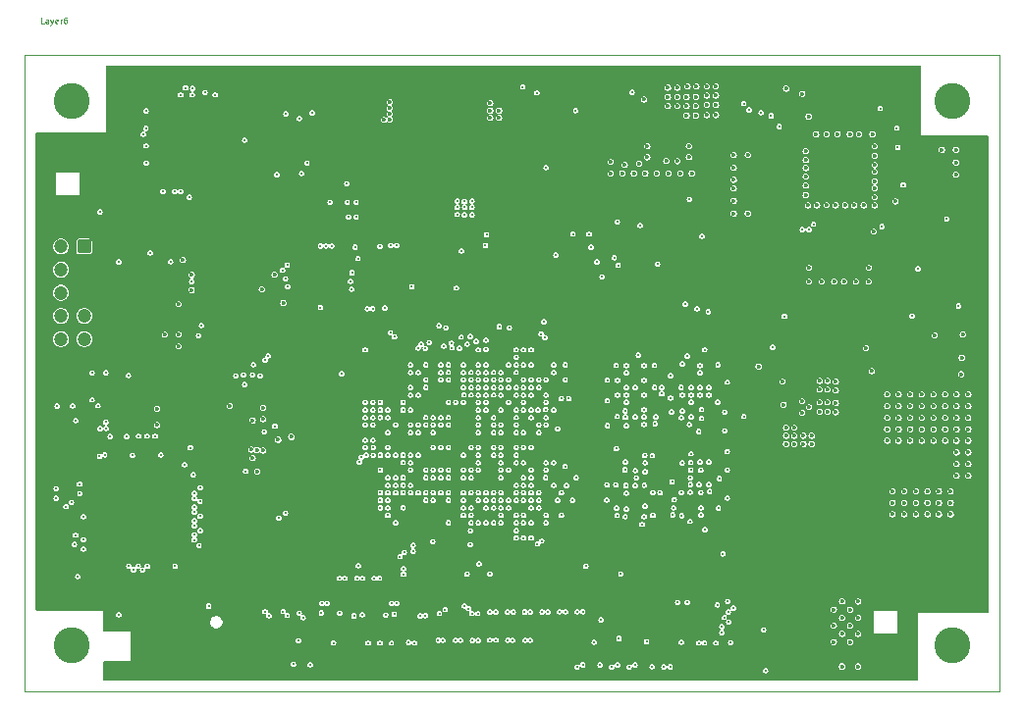
<source format=gbr>
%TF.GenerationSoftware,KiCad,Pcbnew,7.99.0-3958-g1df84f4d92*%
%TF.CreationDate,2023-12-24T01:25:56+01:00*%
%TF.ProjectId,SBC,5342432e-6b69-4636-9164-5f7063625858,rev?*%
%TF.SameCoordinates,Original*%
%TF.FileFunction,Copper,L6,Inr*%
%TF.FilePolarity,Positive*%
%FSLAX46Y46*%
G04 Gerber Fmt 4.6, Leading zero omitted, Abs format (unit mm)*
G04 Created by KiCad (PCBNEW 7.99.0-3958-g1df84f4d92) date 2023-12-24 01:25:56*
%MOMM*%
%LPD*%
G01*
G04 APERTURE LIST*
G04 Aperture macros list*
%AMRoundRect*
0 Rectangle with rounded corners*
0 $1 Rounding radius*
0 $2 $3 $4 $5 $6 $7 $8 $9 X,Y pos of 4 corners*
0 Add a 4 corners polygon primitive as box body*
4,1,4,$2,$3,$4,$5,$6,$7,$8,$9,$2,$3,0*
0 Add four circle primitives for the rounded corners*
1,1,$1+$1,$2,$3*
1,1,$1+$1,$4,$5*
1,1,$1+$1,$6,$7*
1,1,$1+$1,$8,$9*
0 Add four rect primitives between the rounded corners*
20,1,$1+$1,$2,$3,$4,$5,0*
20,1,$1+$1,$4,$5,$6,$7,0*
20,1,$1+$1,$6,$7,$8,$9,0*
20,1,$1+$1,$8,$9,$2,$3,0*%
G04 Aperture macros list end*
%ADD10C,0.100000*%
%TA.AperFunction,NonConductor*%
%ADD11C,0.100000*%
%TD*%
%TA.AperFunction,ComponentPad*%
%ADD12RoundRect,0.250000X-0.350000X0.350000X-0.350000X-0.350000X0.350000X-0.350000X0.350000X0.350000X0*%
%TD*%
%TA.AperFunction,ComponentPad*%
%ADD13C,1.200000*%
%TD*%
%TA.AperFunction,ComponentPad*%
%ADD14C,0.300000*%
%TD*%
%TA.AperFunction,ComponentPad*%
%ADD15C,3.100000*%
%TD*%
%TA.AperFunction,ComponentPad*%
%ADD16C,0.500000*%
%TD*%
%TA.AperFunction,ViaPad*%
%ADD17C,0.800000*%
%TD*%
%TA.AperFunction,ViaPad*%
%ADD18C,0.300000*%
%TD*%
%TA.AperFunction,ViaPad*%
%ADD19C,0.360000*%
%TD*%
%TA.AperFunction,Profile*%
%ADD20C,0.100000*%
%TD*%
G04 APERTURE END LIST*
D10*
D11*
X59200412Y-74851623D02*
X58962317Y-74851623D01*
X58962317Y-74851623D02*
X58962317Y-74351623D01*
X59581365Y-74851623D02*
X59581365Y-74589718D01*
X59581365Y-74589718D02*
X59557555Y-74542099D01*
X59557555Y-74542099D02*
X59509936Y-74518290D01*
X59509936Y-74518290D02*
X59414698Y-74518290D01*
X59414698Y-74518290D02*
X59367079Y-74542099D01*
X59581365Y-74827814D02*
X59533746Y-74851623D01*
X59533746Y-74851623D02*
X59414698Y-74851623D01*
X59414698Y-74851623D02*
X59367079Y-74827814D01*
X59367079Y-74827814D02*
X59343270Y-74780194D01*
X59343270Y-74780194D02*
X59343270Y-74732575D01*
X59343270Y-74732575D02*
X59367079Y-74684956D01*
X59367079Y-74684956D02*
X59414698Y-74661147D01*
X59414698Y-74661147D02*
X59533746Y-74661147D01*
X59533746Y-74661147D02*
X59581365Y-74637337D01*
X59771841Y-74518290D02*
X59890889Y-74851623D01*
X60009936Y-74518290D02*
X59890889Y-74851623D01*
X59890889Y-74851623D02*
X59843270Y-74970671D01*
X59843270Y-74970671D02*
X59819460Y-74994480D01*
X59819460Y-74994480D02*
X59771841Y-75018290D01*
X60390888Y-74827814D02*
X60343269Y-74851623D01*
X60343269Y-74851623D02*
X60248031Y-74851623D01*
X60248031Y-74851623D02*
X60200412Y-74827814D01*
X60200412Y-74827814D02*
X60176603Y-74780194D01*
X60176603Y-74780194D02*
X60176603Y-74589718D01*
X60176603Y-74589718D02*
X60200412Y-74542099D01*
X60200412Y-74542099D02*
X60248031Y-74518290D01*
X60248031Y-74518290D02*
X60343269Y-74518290D01*
X60343269Y-74518290D02*
X60390888Y-74542099D01*
X60390888Y-74542099D02*
X60414698Y-74589718D01*
X60414698Y-74589718D02*
X60414698Y-74637337D01*
X60414698Y-74637337D02*
X60176603Y-74684956D01*
X60628983Y-74851623D02*
X60628983Y-74518290D01*
X60628983Y-74613528D02*
X60652793Y-74565909D01*
X60652793Y-74565909D02*
X60676602Y-74542099D01*
X60676602Y-74542099D02*
X60724221Y-74518290D01*
X60724221Y-74518290D02*
X60771840Y-74518290D01*
X61152793Y-74351623D02*
X61057555Y-74351623D01*
X61057555Y-74351623D02*
X61009936Y-74375433D01*
X61009936Y-74375433D02*
X60986126Y-74399242D01*
X60986126Y-74399242D02*
X60938507Y-74470671D01*
X60938507Y-74470671D02*
X60914698Y-74565909D01*
X60914698Y-74565909D02*
X60914698Y-74756385D01*
X60914698Y-74756385D02*
X60938507Y-74804004D01*
X60938507Y-74804004D02*
X60962317Y-74827814D01*
X60962317Y-74827814D02*
X61009936Y-74851623D01*
X61009936Y-74851623D02*
X61105174Y-74851623D01*
X61105174Y-74851623D02*
X61152793Y-74827814D01*
X61152793Y-74827814D02*
X61176602Y-74804004D01*
X61176602Y-74804004D02*
X61200412Y-74756385D01*
X61200412Y-74756385D02*
X61200412Y-74637337D01*
X61200412Y-74637337D02*
X61176602Y-74589718D01*
X61176602Y-74589718D02*
X61152793Y-74565909D01*
X61152793Y-74565909D02*
X61105174Y-74542099D01*
X61105174Y-74542099D02*
X61009936Y-74542099D01*
X61009936Y-74542099D02*
X60962317Y-74565909D01*
X60962317Y-74565909D02*
X60938507Y-74589718D01*
X60938507Y-74589718D02*
X60914698Y-74637337D01*
D12*
%TO.N,Net-(J3-Pin_1)*%
%TO.C,J3*%
X62677481Y-94118014D03*
D13*
%TO.N,JTAG_TMS*%
X60677481Y-94118014D03*
%TO.N,GND*%
X62677481Y-96118014D03*
%TO.N,JTAG_TCK*%
X60677481Y-96118014D03*
%TO.N,GND*%
X62677481Y-98118014D03*
%TO.N,JTAG_TDO*%
X60677481Y-98118014D03*
%TO.N,Net-(J3-Pin_7)*%
X62677481Y-100118014D03*
%TO.N,JTAG_TDI*%
X60677481Y-100118014D03*
%TO.N,Net-(J3-Pin_9)*%
X62677481Y-102118014D03*
%TO.N,Net-(D9-K)*%
X60677481Y-102118014D03*
%TD*%
D14*
%TO.N,GND*%
%TO.C,U6*%
X68751281Y-105159014D03*
X69251281Y-105159014D03*
X69751281Y-105159014D03*
X68751281Y-104159014D03*
X69251281Y-104159014D03*
X69751281Y-104159014D03*
%TD*%
D15*
%TO.N,Net-(C289-Pad1)*%
%TO.C,H3*%
X61565481Y-81545014D03*
%TD*%
%TO.N,Net-(C287-Pad1)*%
%TO.C,H1*%
X137565481Y-81545014D03*
%TD*%
%TO.N,Net-(C288-Pad1)*%
%TO.C,H2*%
X61565481Y-128545014D03*
%TD*%
D16*
%TO.N,GND*%
%TO.C,U1*%
X125893462Y-85120028D03*
X125893462Y-86295028D03*
X125893462Y-87470028D03*
X125893462Y-88645028D03*
X125893462Y-89820028D03*
X126893462Y-85120028D03*
X126893462Y-86295028D03*
X126893462Y-87470028D03*
X126893462Y-88645028D03*
X126893462Y-89820028D03*
X127893462Y-85120028D03*
X127893462Y-86295028D03*
X127893462Y-87470028D03*
X127893462Y-88645028D03*
X127893462Y-89820028D03*
X128893462Y-85120028D03*
X128893462Y-86295028D03*
X128893462Y-87470028D03*
X128893462Y-88645028D03*
X128893462Y-89820028D03*
X129893462Y-85120028D03*
X129893462Y-86295028D03*
X129893462Y-87470028D03*
X129893462Y-88645028D03*
X129893462Y-89820028D03*
%TD*%
D15*
%TO.N,Net-(C290-Pad1)*%
%TO.C,H4*%
X137565481Y-128545014D03*
%TD*%
D17*
%TO.N,GND*%
X122880481Y-112736014D03*
D18*
X77977481Y-81218014D03*
X140318681Y-120409414D03*
X58693462Y-96720028D03*
X114895000Y-110101400D03*
D19*
X128885481Y-98766014D03*
X116543462Y-92057528D03*
D18*
X79125481Y-116746014D03*
D19*
X102650481Y-88857014D03*
X65120000Y-83430400D03*
D18*
X68620000Y-115692900D03*
D19*
X64970216Y-82503204D03*
D18*
X96020000Y-108880400D03*
X104693462Y-78720028D03*
D19*
X129893462Y-110220028D03*
D18*
X72685081Y-131376614D03*
D19*
X122943462Y-106770028D03*
D18*
X58683081Y-92902214D03*
X140343462Y-108370028D03*
D19*
X126443462Y-80370028D03*
D18*
X58693462Y-101720028D03*
X92770000Y-112780400D03*
D17*
X114665481Y-122457014D03*
D19*
X79090181Y-95269314D03*
D18*
X71693462Y-78720028D03*
X62120000Y-84630400D03*
X83611081Y-95876214D03*
X97165481Y-130179514D03*
X111776400Y-106730000D03*
X72300000Y-121712900D03*
X140343462Y-104370028D03*
D19*
X130193462Y-99420028D03*
D18*
X117435000Y-105148400D03*
X65377481Y-84618014D03*
D19*
X79832321Y-85458099D03*
X134818462Y-90225028D03*
D18*
X140318681Y-114409414D03*
X89520000Y-111480400D03*
X103495000Y-105955400D03*
X91470000Y-107580400D03*
X101220000Y-104980400D03*
D17*
X125165481Y-124900514D03*
D18*
X78600000Y-106225000D03*
D17*
X137365481Y-120520028D03*
D18*
X100570000Y-108880400D03*
X90043481Y-91196014D03*
X113420000Y-113980400D03*
D19*
X59515481Y-125070014D03*
X135870000Y-90470400D03*
D18*
X113420000Y-115230400D03*
X113670000Y-128430900D03*
X96020000Y-116030400D03*
D19*
X85728981Y-81410014D03*
D18*
X140318681Y-117409414D03*
X99270000Y-110180400D03*
X140318681Y-122409414D03*
X92120000Y-108230400D03*
X140343462Y-101415014D03*
X140320000Y-85230400D03*
X129693462Y-131370028D03*
X82677481Y-92212014D03*
X140320000Y-89430400D03*
X79600000Y-106225000D03*
X58693462Y-97720028D03*
X88693462Y-131370028D03*
X99270000Y-111480400D03*
X76777481Y-83218014D03*
X106165481Y-128346014D03*
X67320000Y-118292900D03*
X96020000Y-107580400D03*
D19*
X72202481Y-83873014D03*
X135890481Y-123770014D03*
X67249481Y-90392014D03*
D18*
X65227481Y-103668014D03*
D17*
X122880481Y-119721014D03*
D19*
X129243462Y-99420028D03*
D18*
X90693462Y-78720028D03*
D19*
X70932481Y-85143014D03*
X64715481Y-125720014D03*
D18*
X97320000Y-113430400D03*
X58683081Y-93902214D03*
X91693462Y-78720028D03*
X66020000Y-115692900D03*
X108923000Y-83253014D03*
X138843462Y-120720028D03*
X97320000Y-109530400D03*
X132749481Y-80475014D03*
X92871481Y-95198014D03*
X58693462Y-122720028D03*
X58693462Y-98720028D03*
X122693462Y-78720028D03*
D19*
X85565481Y-84830900D03*
D18*
X99465481Y-100345014D03*
X77977481Y-85218014D03*
X97320000Y-112130400D03*
X58693462Y-117720028D03*
X86693462Y-131370028D03*
D19*
X124855962Y-98820028D03*
X134436481Y-78782014D03*
D17*
X137365481Y-122395014D03*
D18*
X65720000Y-121730400D03*
X114133000Y-105529400D03*
X80693462Y-131370028D03*
X111920000Y-116530400D03*
X110196000Y-109593400D03*
X95365481Y-93095014D03*
X140320000Y-86230400D03*
X100165481Y-130179514D03*
D19*
X128343462Y-80370028D03*
D18*
X65444481Y-85905014D03*
X92120000Y-117930400D03*
X116693462Y-131370028D03*
D19*
X64715481Y-131245014D03*
D17*
X111665481Y-125233014D03*
D18*
X88220000Y-114080400D03*
D19*
X137160191Y-84971449D03*
D18*
X123693462Y-78720028D03*
X95693462Y-78720028D03*
D19*
X64986726Y-81372269D03*
D18*
X87693462Y-131370028D03*
X131693462Y-131370028D03*
X109149481Y-98001014D03*
X58693462Y-120720028D03*
X101220000Y-103680400D03*
D19*
X67790481Y-128545014D03*
X127593462Y-111570028D03*
D18*
X127693462Y-131370028D03*
X90820000Y-114080400D03*
X115784000Y-107561400D03*
X111044681Y-97519814D03*
X106191681Y-124832214D03*
X92770000Y-108230400D03*
D17*
X115165481Y-130745014D03*
D19*
X117043462Y-90607528D03*
X124878462Y-106733429D03*
D18*
X87643481Y-87196014D03*
D19*
X136825000Y-90470400D03*
D18*
X96020000Y-104330400D03*
X138843462Y-121720028D03*
X119693462Y-131370028D03*
X133840481Y-94970014D03*
X58683081Y-90902214D03*
X90170000Y-106930400D03*
X107665481Y-130146014D03*
D19*
X128893462Y-110220028D03*
D18*
X101930500Y-113435280D03*
D19*
X85982981Y-82807014D03*
D18*
X81985481Y-97501814D03*
X63153481Y-84666014D03*
X101870000Y-108880400D03*
X99270000Y-114730400D03*
X108545000Y-109466400D03*
D19*
X72227481Y-85168014D03*
D18*
X129621481Y-78747814D03*
D19*
X127393462Y-80370028D03*
D18*
X132693462Y-131370028D03*
X130693462Y-131370028D03*
X68620000Y-116992900D03*
X92762384Y-104976717D03*
X140343462Y-107370028D03*
X114903881Y-115866014D03*
X140343462Y-112370028D03*
X85693462Y-78720028D03*
X90163035Y-124848460D03*
D19*
X85677481Y-82118014D03*
D18*
X102520000Y-116030400D03*
X114937279Y-105665169D03*
X103143681Y-103230400D03*
D17*
X131365481Y-129395014D03*
D18*
X125621481Y-78747814D03*
X77944481Y-92635014D03*
X118693462Y-131370028D03*
D19*
X117043462Y-87757528D03*
D18*
X114693462Y-78720028D03*
X87165481Y-124846014D03*
X89122881Y-97501814D03*
X79693462Y-78720028D03*
D19*
X126255962Y-99320028D03*
D18*
X102720000Y-119230400D03*
X89520000Y-117330400D03*
X72577481Y-92618014D03*
D17*
X123093462Y-126470028D03*
D18*
X108672000Y-107561400D03*
D19*
X73472481Y-86540014D03*
D18*
X140343462Y-105370028D03*
X58693462Y-107720028D03*
X87420000Y-118780400D03*
X99920000Y-107580400D03*
X117693462Y-78720028D03*
D19*
X91697981Y-88268014D03*
D18*
X103693462Y-131370028D03*
X85846281Y-104131214D03*
X140343462Y-90370028D03*
X109693462Y-131370028D03*
X98665481Y-125230014D03*
D17*
X99358481Y-96223014D03*
D18*
X67320000Y-115792900D03*
X69412481Y-93895014D03*
X140320000Y-88630400D03*
X96670000Y-117330400D03*
D19*
X77100000Y-113525000D03*
X124878462Y-105896627D03*
D18*
X72693462Y-78720028D03*
X94070000Y-114730400D03*
X140318681Y-123409414D03*
D19*
X65690481Y-126695014D03*
X129893462Y-106820028D03*
D18*
X117165481Y-122946014D03*
D19*
X93221981Y-89030014D03*
D18*
X92120000Y-112130400D03*
X91470000Y-104330400D03*
X97320000Y-111480400D03*
X95370000Y-109530400D03*
X140343462Y-92370028D03*
X109327626Y-103711393D03*
D19*
X131818462Y-80965028D03*
D18*
X103165481Y-128290514D03*
D19*
X101253481Y-87841014D03*
X126893462Y-81070028D03*
D18*
X102076286Y-85275614D03*
X115670000Y-114080400D03*
D17*
X121610481Y-115911014D03*
D18*
X96693462Y-131370028D03*
X117611081Y-94613814D03*
X89693462Y-78720028D03*
D19*
X64715481Y-130270014D03*
D18*
X96020000Y-110180400D03*
D19*
X61313481Y-86699014D03*
X124893462Y-106320028D03*
D18*
X97320000Y-114730400D03*
X117420000Y-112480400D03*
X121665481Y-122946014D03*
D19*
X131205962Y-94570028D03*
D18*
X68693462Y-78720028D03*
X110255681Y-112792614D03*
D19*
X128655962Y-82920028D03*
D18*
X58693462Y-95720028D03*
X71177481Y-92618014D03*
X114265481Y-93065014D03*
X94865481Y-99295014D03*
X92693462Y-131370028D03*
X86770000Y-118080400D03*
X66020000Y-117092900D03*
D19*
X134847962Y-89325028D03*
D18*
X99920000Y-105630400D03*
X86693462Y-78720028D03*
X115770000Y-112130400D03*
D19*
X124243462Y-106720028D03*
D18*
X90170000Y-108880400D03*
X109470000Y-114030400D03*
X99270000Y-108880400D03*
X104915481Y-98096014D03*
D19*
X70932481Y-86413014D03*
X132622481Y-82507014D03*
X73527281Y-98187614D03*
D18*
X99270000Y-117980400D03*
X58693462Y-102720028D03*
X80277481Y-88212014D03*
D19*
X130693462Y-98770028D03*
D18*
X81883881Y-95749214D03*
D19*
X84339551Y-88405134D03*
D18*
X130138591Y-80221514D03*
D19*
X128793462Y-81070028D03*
X75251687Y-112374401D03*
X127893462Y-81070028D03*
D18*
X58693462Y-116720028D03*
X106714481Y-84784014D03*
X107783000Y-105021400D03*
X91665481Y-124846014D03*
X119315481Y-98195014D03*
D19*
X129393462Y-109620028D03*
D18*
X140343462Y-100415014D03*
X97970000Y-114080400D03*
D19*
X107476481Y-92774514D03*
X135971471Y-84971449D03*
D18*
X97970000Y-113430400D03*
X79100000Y-106225000D03*
X113371000Y-107815400D03*
X92665481Y-130141495D03*
X58693462Y-112720028D03*
D19*
X131143462Y-99420028D03*
D18*
X87570000Y-103030400D03*
D19*
X66377481Y-85418014D03*
D18*
X95370000Y-110180400D03*
X89693462Y-131370028D03*
D19*
X117043462Y-89707528D03*
D18*
X117370000Y-113630400D03*
X103320000Y-118830400D03*
X104693462Y-131370028D03*
X95693462Y-131370028D03*
D19*
X138720000Y-90470400D03*
D17*
X125165481Y-130516014D03*
D18*
X116546000Y-109466400D03*
D19*
X129693462Y-98770028D03*
X134265481Y-131245014D03*
D17*
X133365481Y-129395014D03*
D19*
X93221981Y-89665014D03*
X124355962Y-99370028D03*
D18*
X124693462Y-131370028D03*
X95265481Y-101145014D03*
D19*
X95472286Y-84285014D03*
D18*
X92025481Y-101145014D03*
X140318681Y-121409414D03*
X86165481Y-128346014D03*
X116673000Y-107688400D03*
X87665481Y-128335014D03*
X88870000Y-112780400D03*
X100570000Y-103680400D03*
X58693462Y-99720028D03*
D17*
X133365481Y-122395014D03*
D18*
X94070000Y-110180400D03*
X82477481Y-81818014D03*
X76693462Y-131370028D03*
X94165481Y-128369014D03*
D19*
X65003236Y-79779054D03*
D18*
X58683081Y-91902214D03*
D17*
X122880481Y-117816014D03*
D18*
X123693462Y-131370028D03*
X104665481Y-128346014D03*
D19*
X125755962Y-98820028D03*
D18*
X100175481Y-124965014D03*
D19*
X76402681Y-95936814D03*
X72202481Y-86413014D03*
D18*
X113693462Y-131370028D03*
X77165481Y-128346014D03*
D17*
X122783992Y-130606543D03*
D18*
X140343462Y-93370028D03*
X58835481Y-87841014D03*
D19*
X92436481Y-85855014D03*
X129893462Y-107820028D03*
D18*
X58693462Y-100720028D03*
X117693462Y-131370028D03*
X105693462Y-78720028D03*
X140343462Y-110370028D03*
D19*
X65882500Y-124890400D03*
X94903481Y-84666014D03*
D18*
X103155481Y-125016014D03*
X138843462Y-119720028D03*
X70685081Y-131376614D03*
X83693462Y-131370028D03*
X99270000Y-117330400D03*
X93693462Y-131370028D03*
X140343462Y-102370028D03*
X105376567Y-95098792D03*
D19*
X73599481Y-83873014D03*
D18*
X100570000Y-113430400D03*
X100693462Y-131370028D03*
X94693462Y-131370028D03*
X140265481Y-98545014D03*
X120693462Y-131370028D03*
X58693462Y-119720028D03*
X101220000Y-118630400D03*
D19*
X139611926Y-85053999D03*
X126755962Y-98820028D03*
D18*
X116665481Y-130146014D03*
D19*
X138505756Y-85020979D03*
D18*
X138843462Y-123720028D03*
D19*
X129893462Y-108820028D03*
D18*
X58693462Y-109720028D03*
X94070000Y-112780400D03*
D19*
X117043462Y-85857528D03*
D18*
X83693462Y-78720028D03*
X67458329Y-98660965D03*
X108672000Y-106291400D03*
D19*
X86315481Y-84331014D03*
X133615481Y-78782014D03*
D18*
X68620000Y-118292900D03*
X107665481Y-124845014D03*
D19*
X120565481Y-85577528D03*
D18*
X94693462Y-78720028D03*
X140343462Y-113370028D03*
X87693462Y-78720028D03*
X58693462Y-103720028D03*
D17*
X135365481Y-122395014D03*
D18*
X77977481Y-91618014D03*
D17*
X131365481Y-120520028D03*
D18*
X101665481Y-128290514D03*
D19*
X102650481Y-89365014D03*
X116543462Y-91107528D03*
X116493462Y-89207528D03*
D18*
X109265481Y-98918014D03*
X120693462Y-78720028D03*
D19*
X64715481Y-126695014D03*
D18*
X75693462Y-131370028D03*
D19*
X67315481Y-127345014D03*
X77546846Y-108071846D03*
D18*
X102520000Y-114730400D03*
X140318681Y-116409414D03*
D19*
X84323041Y-87629164D03*
D18*
X92490481Y-100151014D03*
X77693462Y-78720028D03*
X82693462Y-131370028D03*
X98693462Y-131370028D03*
X92120000Y-114730400D03*
X81693462Y-78720028D03*
X131621481Y-78747814D03*
D19*
X65003236Y-78887514D03*
D18*
X104047481Y-80348014D03*
D19*
X117043462Y-86757528D03*
D18*
X109645481Y-91727028D03*
X115784000Y-103624400D03*
X75693462Y-78720028D03*
X97693462Y-131370028D03*
X140318681Y-119409414D03*
X108693462Y-131370028D03*
D19*
X128185481Y-99416014D03*
D18*
X108693462Y-78720028D03*
X62640000Y-110292900D03*
D19*
X94903481Y-85555014D03*
D18*
X93420000Y-110180400D03*
X67320000Y-116992900D03*
X87573481Y-97502314D03*
X86920000Y-103680400D03*
X140343462Y-103370028D03*
D19*
X134315481Y-128495014D03*
X102650481Y-90889014D03*
D18*
X94070000Y-108230400D03*
D19*
X132505962Y-89220028D03*
D18*
X110693462Y-131370028D03*
X140343462Y-109370028D03*
X101693462Y-131370028D03*
X88250981Y-111492900D03*
D19*
X61313481Y-90699014D03*
D18*
X102693462Y-131370028D03*
D19*
X63415481Y-125070014D03*
X128893462Y-111570028D03*
D17*
X121610481Y-119721014D03*
D19*
X123255962Y-90720028D03*
X65427481Y-92768014D03*
D18*
X64320000Y-84630400D03*
X97320000Y-110180400D03*
D19*
X134265481Y-123770014D03*
X86565481Y-83188014D03*
X137780000Y-90470400D03*
X73552681Y-95936814D03*
X124893462Y-105470028D03*
X67315481Y-129945014D03*
D18*
X91470000Y-114080400D03*
X90820000Y-111480400D03*
D17*
X96808481Y-98623014D03*
D18*
X73693462Y-78720028D03*
D19*
X116543462Y-88207528D03*
D18*
X96565481Y-94495014D03*
X90170000Y-104980400D03*
X97970000Y-104330400D03*
X108626800Y-112216400D03*
D19*
X70932481Y-83873014D03*
D18*
X77977481Y-87218014D03*
X111855881Y-105020214D03*
X90170000Y-106280400D03*
X115055481Y-111486014D03*
X78693462Y-131370028D03*
D19*
X121193462Y-80497528D03*
X134465962Y-84630028D03*
X134465962Y-83680028D03*
X76402681Y-98236814D03*
D18*
X78665481Y-128346014D03*
D19*
X129893462Y-111570028D03*
D18*
X115870000Y-115917273D03*
X99693462Y-78720028D03*
X138065481Y-96045014D03*
D19*
X81252181Y-84789444D03*
D18*
X66693462Y-78720028D03*
D19*
X94456286Y-81821214D03*
D17*
X135365481Y-120520028D03*
D19*
X130755962Y-94570028D03*
D18*
X140343462Y-111370028D03*
D19*
X120868462Y-108170028D03*
D18*
X58693462Y-114720028D03*
X138083481Y-98144414D03*
D19*
X95472286Y-85809014D03*
D18*
X140265481Y-99445014D03*
X138843462Y-122720028D03*
X103693462Y-78720028D03*
X88665481Y-124846014D03*
D19*
X65427481Y-90568014D03*
D18*
X92770000Y-114730400D03*
X67693462Y-78720028D03*
D19*
X62440481Y-125070014D03*
D18*
X70693462Y-78720028D03*
X69693462Y-78720028D03*
X115693462Y-78720028D03*
X83165481Y-128346014D03*
X101220000Y-117330400D03*
X105693462Y-131370028D03*
X112693462Y-78720028D03*
D19*
X124643462Y-92050028D03*
D18*
X61970281Y-106264814D03*
X99270000Y-112130400D03*
X74693462Y-78720028D03*
X66020000Y-118292900D03*
X93420000Y-108230400D03*
D17*
X119855481Y-127755014D03*
X133365481Y-124395014D03*
X75590481Y-122345014D03*
D18*
X98693462Y-78720028D03*
D19*
X66417481Y-87018014D03*
D18*
X92770000Y-107580400D03*
D19*
X83794721Y-86869704D03*
D18*
X92120000Y-106930400D03*
X76619481Y-92635014D03*
D19*
X133290481Y-79713014D03*
D18*
X99270000Y-103030400D03*
X67685081Y-131376614D03*
X96670000Y-114730400D03*
D17*
X74523872Y-129442223D03*
D18*
X106693462Y-131370028D03*
X108620000Y-115430400D03*
X89046681Y-95698414D03*
D19*
X122865353Y-104250528D03*
D18*
X58693462Y-104720028D03*
D19*
X116543462Y-87257528D03*
D18*
X83560281Y-97501814D03*
X88870000Y-109530400D03*
X111847000Y-107942400D03*
X107620000Y-116380400D03*
X122693462Y-131370028D03*
X60420000Y-106018462D03*
D19*
X85601981Y-85601014D03*
D18*
X140343462Y-94370028D03*
X116693462Y-78720028D03*
X93420000Y-114730400D03*
X113693462Y-78720028D03*
D17*
X120165481Y-130745014D03*
D18*
X93420000Y-112780400D03*
X114693462Y-131370028D03*
X100570000Y-109530400D03*
X101220000Y-112130400D03*
X99693462Y-131370028D03*
D19*
X80567016Y-85474609D03*
D18*
X89520000Y-107580400D03*
D19*
X128393462Y-109620028D03*
X131705962Y-94570028D03*
D18*
X98665481Y-130195014D03*
D19*
X72400881Y-99000414D03*
D18*
X68685081Y-131376614D03*
D17*
X80165481Y-122345014D03*
D18*
X99270000Y-103680400D03*
D19*
X73242500Y-122730400D03*
X65690481Y-131245014D03*
D18*
X97970000Y-114730400D03*
X100693462Y-78720028D03*
X65377481Y-87418014D03*
X140343462Y-106370028D03*
X109165481Y-130146014D03*
X101693462Y-78720028D03*
X96020000Y-112780400D03*
X77977481Y-80018014D03*
X117434996Y-108958400D03*
X97970000Y-107580400D03*
X92120000Y-111480400D03*
D17*
X133365481Y-120520028D03*
D19*
X116493462Y-85357528D03*
D18*
X112165481Y-130146014D03*
X139643462Y-115870028D03*
X97970000Y-117330400D03*
D19*
X74952681Y-97174314D03*
X63920000Y-123952900D03*
X61375481Y-84920014D03*
D18*
X83539924Y-93381971D03*
X130621481Y-78747814D03*
D19*
X134493826Y-82618774D03*
D18*
X58693462Y-110720028D03*
D19*
X65427481Y-91618014D03*
D18*
X100570000Y-116680400D03*
X101220000Y-107580400D03*
X80588481Y-106214014D03*
X95370000Y-117980400D03*
D17*
X121610481Y-117816014D03*
D18*
X99920000Y-114080400D03*
X99270000Y-115380400D03*
D19*
X79620000Y-109730400D03*
D18*
X90693462Y-131370028D03*
X102693462Y-78720028D03*
D17*
X131365481Y-124395014D03*
D18*
X131138591Y-80221514D03*
X140320000Y-87830400D03*
D19*
X116543462Y-90157528D03*
D18*
X58693462Y-115720028D03*
D19*
X72831281Y-99838614D03*
D18*
X140343462Y-95370028D03*
D19*
X127593462Y-110220028D03*
D18*
X107693462Y-78720028D03*
D19*
X78100000Y-113525000D03*
D18*
X84665481Y-128346014D03*
X91693462Y-131370028D03*
D19*
X125305962Y-99320028D03*
D18*
X82693462Y-78720028D03*
X58683081Y-88902214D03*
X99920000Y-116680400D03*
D19*
X122880000Y-93030400D03*
D18*
X109693462Y-78720028D03*
X111693462Y-78720028D03*
D19*
X102650481Y-90381014D03*
D18*
X117308000Y-106926400D03*
X69685081Y-131376614D03*
D19*
X129293462Y-80370028D03*
D18*
X121693462Y-78720028D03*
X126621481Y-78747814D03*
X128621481Y-78747814D03*
D19*
X93221981Y-91189014D03*
D17*
X122295481Y-127475014D03*
D18*
X88693462Y-78720028D03*
X121693462Y-131370028D03*
X87497281Y-95901614D03*
X85665481Y-124846014D03*
X102520000Y-111480400D03*
X100570000Y-118630400D03*
X77693462Y-131370028D03*
X93693462Y-78720028D03*
X109149481Y-97051014D03*
X61248481Y-85809014D03*
X140318681Y-115409414D03*
X91470000Y-108230400D03*
D19*
X129293462Y-107320028D03*
D18*
X140320000Y-87030400D03*
X133693462Y-131370028D03*
D19*
X116543462Y-86307528D03*
D18*
X102515481Y-85445014D03*
X70245481Y-89835014D03*
X77977481Y-84418014D03*
X80693462Y-78720028D03*
X70657081Y-97374814D03*
X124621481Y-78747814D03*
X107693462Y-131370028D03*
X101665481Y-124946014D03*
D17*
X81665481Y-122345014D03*
D18*
X66450000Y-101120000D03*
X138843462Y-117720028D03*
D19*
X94837286Y-80932214D03*
D18*
X127621481Y-78747814D03*
X111693462Y-131370028D03*
D17*
X131365481Y-122395014D03*
D19*
X80700000Y-111425000D03*
D18*
X78693462Y-78720028D03*
X138065481Y-93545014D03*
X76693462Y-78720028D03*
X107275000Y-107307400D03*
X93477481Y-125143014D03*
X89520000Y-112780400D03*
D19*
X70885681Y-110201814D03*
X93221981Y-90681014D03*
D18*
X79693462Y-131370028D03*
X71685081Y-131376614D03*
X140265481Y-97545014D03*
X84693462Y-131370028D03*
D17*
X122880481Y-115911014D03*
D18*
X58693462Y-113720028D03*
X97693462Y-78720028D03*
X115693462Y-131370028D03*
X90170000Y-111480400D03*
D19*
X133638481Y-82507014D03*
D18*
X58693462Y-121720028D03*
D19*
X129293462Y-108320028D03*
D18*
X140318681Y-118409414D03*
X113303000Y-106374200D03*
X132621481Y-78747814D03*
X110204881Y-105655214D03*
X110665481Y-130146014D03*
D19*
X134365481Y-124545014D03*
D18*
X91470000Y-113430400D03*
X58683081Y-94902214D03*
X95052481Y-125168014D03*
X112693462Y-131370028D03*
X58683081Y-89902214D03*
X92120000Y-107580400D03*
D17*
X77165481Y-122345014D03*
D18*
X58693462Y-111720028D03*
X106693462Y-78720028D03*
X96693462Y-78720028D03*
X92120000Y-110180400D03*
X90165481Y-130125514D03*
D19*
X94837286Y-82583214D03*
D18*
X115657000Y-109466400D03*
D19*
X129293462Y-106320028D03*
D18*
X81665481Y-128346014D03*
X110196000Y-108196400D03*
X110693462Y-78720028D03*
X62945000Y-106308462D03*
D19*
X134019481Y-79713014D03*
D18*
X58693462Y-124720028D03*
D19*
X127205962Y-99320028D03*
D18*
X90170000Y-110180400D03*
D19*
X60490481Y-125070014D03*
D18*
X119693462Y-78720028D03*
X95665481Y-128345014D03*
X80080481Y-106214014D03*
D19*
X73599481Y-85143014D03*
D18*
X58693462Y-123720028D03*
X116420000Y-111530400D03*
D19*
X117043462Y-91607528D03*
D18*
X58693462Y-108720028D03*
X111720000Y-113480400D03*
D19*
X65690481Y-130270014D03*
D18*
X109290481Y-85120014D03*
X99270000Y-108230400D03*
X99270000Y-112780400D03*
X58693462Y-105720028D03*
D19*
X80650000Y-108375000D03*
D18*
X71062500Y-123040400D03*
X80165481Y-128346014D03*
X95370000Y-112780400D03*
D19*
X103539481Y-93241014D03*
D18*
X84693462Y-78720028D03*
X118693462Y-78720028D03*
X99270000Y-109530400D03*
X111770000Y-114680400D03*
X84165481Y-124846014D03*
D19*
X134893462Y-85277528D03*
D18*
X104665481Y-124919514D03*
D17*
X78665481Y-122345014D03*
D18*
X92693462Y-78720028D03*
X138843462Y-118720028D03*
X117534881Y-100582814D03*
X97320000Y-112780400D03*
X66685081Y-131376614D03*
X77977481Y-90418014D03*
X100570000Y-112130400D03*
X103377481Y-98918014D03*
D19*
X64262481Y-87829014D03*
X129393462Y-110870028D03*
D18*
X74685081Y-131376614D03*
X81693462Y-131370028D03*
X65470000Y-106018462D03*
D17*
X120165481Y-122345014D03*
D18*
X73685081Y-131376614D03*
D19*
X66677481Y-92768014D03*
X95472286Y-85047014D03*
D18*
X108470000Y-113480400D03*
X91470000Y-111480400D03*
X117320000Y-114780400D03*
D19*
X61465481Y-125070014D03*
D18*
X140265481Y-96445014D03*
X95370000Y-108230400D03*
D19*
X95411481Y-83015014D03*
D18*
X58693462Y-118720028D03*
X58693462Y-106720028D03*
X118665481Y-122946014D03*
X77977481Y-86218014D03*
X85693462Y-131370028D03*
D19*
X128393462Y-110870028D03*
D18*
X140343462Y-91370028D03*
%TO.N,GBE0_MDI3_N*%
X72185800Y-119455400D03*
%TO.N,GBE0_MDI3_P*%
X72186800Y-119005400D03*
%TO.N,/IO/LED0*%
X67320000Y-121730400D03*
%TO.N,/IO/LED1*%
X66920000Y-122030400D03*
%TO.N,GBE0_MDI2_N*%
X72186800Y-118255400D03*
%TO.N,GBE0_MDI2_P*%
X72186800Y-117805400D03*
%TO.N,/MPU/VDDA_0P9*%
X97970898Y-108878794D03*
%TO.N,GBE0_MDI1_N*%
X72186800Y-117055400D03*
%TO.N,GBE0_MDI1_P*%
X72186800Y-116605400D03*
%TO.N,GBE0_MDI0_N*%
X72186800Y-115855400D03*
%TO.N,GBE0_MDI0_P*%
X72186800Y-115405400D03*
%TO.N,3.3V_SW*%
X114865481Y-90045014D03*
D19*
X115420981Y-82803014D03*
X137393462Y-116245028D03*
X133918462Y-108895028D03*
X128693462Y-84407528D03*
X134918462Y-110895028D03*
X115420981Y-82003014D03*
X136918462Y-109895028D03*
X133918462Y-106895028D03*
X131918462Y-109895028D03*
X127493462Y-90557528D03*
X130843462Y-85470028D03*
X129493462Y-84407528D03*
X115420981Y-81203014D03*
X138918462Y-112895028D03*
X133393462Y-117245028D03*
X137918462Y-113895028D03*
X137918462Y-110895028D03*
X138918462Y-111895028D03*
X130843462Y-90557528D03*
X134393462Y-116245028D03*
X124893462Y-89670028D03*
X138918462Y-113895028D03*
X113820981Y-81203014D03*
X132918462Y-110895028D03*
X117156481Y-82775014D03*
X123193462Y-80497528D03*
X135918462Y-106895028D03*
X127638838Y-84403766D03*
X135918462Y-107895028D03*
X133918462Y-109895028D03*
X133393462Y-115245028D03*
X138918462Y-109895028D03*
X132393462Y-115245028D03*
X136918462Y-107895028D03*
X116356481Y-81075014D03*
X134918462Y-106895028D03*
X131918462Y-107895028D03*
X135393462Y-117245028D03*
X130843462Y-87057528D03*
X117156481Y-80275014D03*
X122893462Y-105770028D03*
X113820981Y-82003014D03*
X131918462Y-108895028D03*
X136918462Y-110895028D03*
X136393462Y-117245028D03*
X116356481Y-81875014D03*
X113020981Y-80403014D03*
X115467481Y-80275014D03*
X113020981Y-82003014D03*
X137918462Y-109895028D03*
X124893462Y-88070028D03*
D18*
X117765481Y-120645014D03*
D19*
X136918462Y-108895028D03*
X136393462Y-116245028D03*
X131918462Y-110895028D03*
X130843462Y-87670028D03*
X135393462Y-116245028D03*
X129893462Y-90557528D03*
X125793462Y-84420028D03*
X124893462Y-87357528D03*
D18*
X121915481Y-82820014D03*
D19*
X138918462Y-107895028D03*
X114620981Y-81203014D03*
X137918462Y-107895028D03*
X113020981Y-81203014D03*
X134393462Y-115245028D03*
X137918462Y-112895028D03*
X129093462Y-90557528D03*
X117156481Y-81075014D03*
X131918462Y-106895028D03*
X137393462Y-117245028D03*
X137918462Y-108895028D03*
X116356481Y-82775014D03*
D18*
X99270000Y-107580400D03*
D19*
X132393462Y-116245028D03*
X116356481Y-80275014D03*
X117156481Y-81875014D03*
X130840643Y-89870028D03*
X124893462Y-85870028D03*
X114620981Y-82803014D03*
X114705481Y-80275014D03*
D18*
X137065481Y-91745014D03*
D19*
X134918462Y-108895028D03*
X135393462Y-115245028D03*
X120833500Y-104463796D03*
X126693462Y-84407528D03*
D18*
X101703767Y-80847014D03*
D19*
X136393462Y-115245028D03*
X128293462Y-90557528D03*
X126693462Y-90553941D03*
X132918462Y-108895028D03*
X138918462Y-108895028D03*
X135918462Y-110895028D03*
X135918462Y-109895028D03*
X130840643Y-89070028D03*
X136918462Y-106895028D03*
X137393462Y-115245028D03*
X132393462Y-117245028D03*
D18*
X108715481Y-95745014D03*
D19*
X134918462Y-107895028D03*
X133918462Y-107895028D03*
X134393462Y-117245028D03*
X124893462Y-86670028D03*
X130643462Y-84407528D03*
X132918462Y-109895028D03*
D18*
X109915481Y-80795014D03*
D19*
X124893462Y-88870028D03*
X133918462Y-110895028D03*
X125893462Y-90557528D03*
X137918462Y-111895028D03*
X132918462Y-106895028D03*
X138918462Y-110895028D03*
X137918462Y-106895028D03*
X135918462Y-108895028D03*
X130843462Y-86270028D03*
X134918462Y-109895028D03*
D18*
X134070281Y-100125614D03*
D19*
X113820981Y-80403014D03*
X130840643Y-88470028D03*
X133393462Y-116245028D03*
X114620981Y-82003014D03*
X125093462Y-90557528D03*
X132918462Y-107895028D03*
X138918462Y-106895028D03*
D18*
%TO.N,VBAT*%
X132749481Y-83895014D03*
X121260000Y-127220000D03*
%TO.N,I2C1_SCL*%
X89520000Y-114730400D03*
X106665481Y-128268014D03*
%TO.N,I2C1_SDA*%
X89520000Y-114080400D03*
X107165481Y-130243014D03*
%TO.N,I2C2_SCL*%
X108665481Y-130243014D03*
X72790681Y-100918014D03*
X86027481Y-94168014D03*
X79777481Y-96168014D03*
X90820000Y-115380400D03*
%TO.N,I2C2_SDA*%
X72537481Y-101818014D03*
X80027481Y-96918014D03*
X108165481Y-130431014D03*
X73404983Y-125168014D03*
X85767481Y-96378014D03*
X90170000Y-115380400D03*
%TO.N,I2C3_SCL*%
X109665481Y-130431014D03*
X90820000Y-114730400D03*
%TO.N,I2C3_SDA*%
X110165481Y-130243014D03*
X90170000Y-114080400D03*
%TO.N,USB1_OC*%
X95450344Y-125143014D03*
X92770000Y-116030400D03*
%TO.N,USB1_PWR_EN*%
X96612550Y-125807945D03*
X93420000Y-115380400D03*
%TO.N,UART2_TXD*%
X88870000Y-115380400D03*
X87165481Y-128346014D03*
%TO.N,UART2_RXD*%
X86664800Y-125907800D03*
%TO.N,UART1_TXD*%
X83132981Y-125762514D03*
%TO.N,UART1_RXD*%
X88220000Y-115380400D03*
X84165481Y-128346014D03*
%TO.N,/IO/ENET_2.5V_A*%
X72649566Y-116134784D03*
X71320000Y-112942900D03*
X71845000Y-111492900D03*
X72670481Y-117415414D03*
X72562081Y-119930014D03*
%TO.N,USB2_RX_N*%
X81556777Y-126147177D03*
%TO.N,USB2_RX_P*%
X81203223Y-125793623D03*
%TO.N,USB2_TX_N*%
X80186777Y-125987177D03*
%TO.N,USB2_TX_P*%
X79833223Y-125633623D03*
%TO.N,USB2_DP*%
X78263223Y-125633623D03*
%TO.N,VDD_1V*%
X64002281Y-112233814D03*
X61690881Y-107865014D03*
X72070000Y-113830400D03*
X61952556Y-109139557D03*
X60344681Y-107890414D03*
%TO.N,UART3_RXD*%
X85938081Y-126009400D03*
%TO.N,UART3_TXD*%
X84718800Y-125780800D03*
%TO.N,UART4_RXD*%
X105165481Y-130431014D03*
X88220000Y-116030400D03*
%TO.N,NVCC_DRAM_1V1*%
X118120000Y-105830400D03*
X100570000Y-112780400D03*
X101220000Y-117980400D03*
X109320000Y-117430400D03*
D19*
X128193462Y-97157528D03*
D18*
X114207000Y-117353000D03*
X113445000Y-117302200D03*
X118120000Y-111830400D03*
D19*
X129243462Y-97157528D03*
D18*
X105087698Y-114076115D03*
X111974000Y-108831400D03*
X115784000Y-104386400D03*
X100570000Y-104330400D03*
X115657000Y-110101400D03*
X101870000Y-110180400D03*
X112487600Y-106831600D03*
X101220000Y-114080400D03*
X101870000Y-116030400D03*
X109434000Y-107561400D03*
X101220000Y-106280400D03*
X114133000Y-106291400D03*
X99920000Y-112130400D03*
X107745100Y-116001529D03*
X111720000Y-117330400D03*
X113370000Y-114430400D03*
X112338481Y-115383414D03*
X117920000Y-110030400D03*
X108630000Y-108791400D03*
X113548400Y-115979600D03*
X111847000Y-104386400D03*
X101220000Y-108880400D03*
X118120000Y-115830400D03*
X114260000Y-104259400D03*
X101870000Y-106280400D03*
X113323912Y-108404900D03*
X101220000Y-108230400D03*
X100570000Y-117980400D03*
X107783000Y-105656400D03*
X110789081Y-118101214D03*
X99920000Y-110180400D03*
X110303200Y-114096000D03*
X109434000Y-104386400D03*
X101220000Y-104330400D03*
X102459381Y-108190191D03*
X110477481Y-103488014D03*
X101220000Y-114730400D03*
X109434000Y-109593400D03*
X115680200Y-114660600D03*
D19*
X130343462Y-95957528D03*
X130343462Y-97157528D03*
D18*
X113244000Y-107180400D03*
X101220000Y-116030400D03*
X99920000Y-111480400D03*
X112482000Y-106291400D03*
D19*
X132648462Y-90220028D03*
D18*
X107783000Y-109593400D03*
X115870000Y-117288414D03*
X118120000Y-113430400D03*
X115784000Y-106926400D03*
X117920000Y-108430400D03*
X108566581Y-111573414D03*
%TO.N,DRAM_DQ21*%
X99920000Y-119280400D03*
X111717800Y-115371800D03*
%TO.N,DRAM_DQ19*%
X103495000Y-116030400D03*
X108525200Y-114705600D03*
%TO.N,DRAM_DQ25*%
X117356600Y-116692600D03*
X99920000Y-117330400D03*
%TO.N,DRAM_DQ24*%
X116188200Y-118572200D03*
X100570000Y-117330400D03*
%TO.N,DRAM_DQ26*%
X99920000Y-117980400D03*
X116594600Y-115270200D03*
%TO.N,DRAM_DQ28*%
X114969000Y-114660600D03*
X100570000Y-114730400D03*
%TO.N,DRAM_DQ27*%
X99920000Y-116030400D03*
X116543800Y-114660600D03*
%TO.N,DRAM_DQ30*%
X100570000Y-115380400D03*
X114912426Y-117855069D03*
%TO.N,DRAM_VREF*%
X133318800Y-88801600D03*
%TO.N,DRAM_DQ15*%
X113244000Y-105275400D03*
X100570000Y-108230400D03*
%TO.N,DRAM_DQ12*%
X100570000Y-107580400D03*
X114260000Y-106926400D03*
%TO.N,DRAM_DQ14*%
X114672000Y-103580400D03*
X100570000Y-106930400D03*
%TO.N,DRAM_DQ11*%
X116546000Y-106926400D03*
X99920000Y-106280400D03*
D19*
%TO.N,Net-(U13-VDDI)*%
X75211268Y-107875000D03*
D18*
%TO.N,DRAM_DQ9*%
X117339000Y-104342400D03*
X99920000Y-104980400D03*
%TO.N,DRAM_DQ10*%
X99920000Y-104330400D03*
X116546000Y-106291400D03*
%TO.N,DRAM_DQ4*%
X99920000Y-103680400D03*
X110958000Y-106926400D03*
%TO.N,DRAM_DQ6*%
X100570000Y-103030400D03*
X110958000Y-105656400D03*
%TO.N,DRAM_DQ22*%
X100570000Y-119280400D03*
X111032000Y-116540200D03*
%TO.N,DRAM_DQ23*%
X110963600Y-117429200D03*
X101220000Y-119280400D03*
%TO.N,DRAM_DQS3_P*%
X101220000Y-116680400D03*
X115832600Y-115371800D03*
%TO.N,DRAM_DM3*%
X100570000Y-116030400D03*
X115870000Y-116679472D03*
%TO.N,DRAMREF*%
X100570000Y-110180400D03*
%TO.N,DRAM_DQ13*%
X101220000Y-106930400D03*
X115022000Y-106926400D03*
%TO.N,DRAM_DM1*%
X100570000Y-106280400D03*
X115784000Y-105021400D03*
%TO.N,DRAM_DQS1_P*%
X101220000Y-105630400D03*
X115784000Y-106291400D03*
%TO.N,DRAM_DQ8*%
X100570000Y-105630400D03*
X116170000Y-103030400D03*
%TO.N,DRAM_DQ7*%
X110958000Y-104386400D03*
X101220000Y-103030400D03*
%TO.N,DRAM_DQS2_N*%
X101761000Y-119791400D03*
X110193800Y-114762200D03*
%TO.N,DRAM_DQS2_P*%
X102116600Y-119537400D03*
X109417100Y-115394300D03*
%TO.N,DRAM_DQS3_N*%
X114918200Y-115321000D03*
X101870000Y-116680400D03*
%TO.N,Net-(U15-VDD1.8_1)*%
X90926281Y-97578014D03*
X85746234Y-97799378D03*
%TO.N,DRAM_nCS0_B*%
X101220000Y-113430400D03*
X111065200Y-112775200D03*
%TO.N,DRAM_CKE0_A*%
X101870000Y-109530400D03*
X110958000Y-109466400D03*
%TO.N,DRAM_DQS1_N*%
X101870000Y-105630400D03*
X115022000Y-106291400D03*
%TO.N,DRAM_DQS0_P*%
X102398564Y-101979764D03*
X109434000Y-106291400D03*
%TO.N,DRAM_DQS0_N*%
X110196000Y-106291400D03*
X102087436Y-101668636D03*
%TO.N,DRAM_DQ16*%
X103820000Y-117330400D03*
X108626800Y-117347200D03*
%TO.N,DRAM_DM2*%
X102520000Y-117330400D03*
X109439600Y-116788400D03*
%TO.N,DRAM_DQ18*%
X104795000Y-116030400D03*
X109388800Y-114756400D03*
%TO.N,PMIC_SCL*%
X90170000Y-114730400D03*
X120020000Y-82330400D03*
%TO.N,DRAM_nCS1_B*%
X110220000Y-113455400D03*
X102449290Y-114080400D03*
%TO.N,DRAM_CKE0_B*%
X111014400Y-112165600D03*
X102520000Y-112780400D03*
%TO.N,DRAM_CA0_A*%
X102520000Y-108880400D03*
X109307000Y-108323400D03*
%TO.N,DRAM_CA2_A*%
X104470000Y-107255400D03*
X114260000Y-108323400D03*
%TO.N,DRAM_DQ3*%
X102520000Y-105630400D03*
X108672000Y-106926400D03*
%TO.N,DRAM_DM0*%
X109434000Y-105021400D03*
X103170000Y-104980400D03*
%TO.N,DRAM_DQ1*%
X108672000Y-105656400D03*
X103170000Y-104330400D03*
%TO.N,DRAM_DQ17*%
X108576000Y-116686800D03*
X102520000Y-117980400D03*
%TO.N,DRAM_CA1_A*%
X102520000Y-109530400D03*
X109338000Y-108863600D03*
%TO.N,DRAM_CKE1_A*%
X103495000Y-109855400D03*
X111921000Y-109428200D03*
%TO.N,DRAM_CA5_A*%
X102520000Y-107580400D03*
X115911000Y-108958400D03*
%TO.N,DRAM_DQ2*%
X109434000Y-106926400D03*
X104145000Y-105630400D03*
%TO.N,DRAM_DQ0*%
X108545000Y-104386400D03*
X104145000Y-104330400D03*
%TO.N,SPI1_MOSI*%
X91637481Y-126000614D03*
%TO.N,SPI2_SSO*%
X88671400Y-125949814D03*
%TO.N,UART4_TXD*%
X105665481Y-130243014D03*
X89520000Y-115380400D03*
%TO.N,Net-(U9A-MIPI_VDD1)*%
X89520000Y-109530400D03*
D19*
%TO.N,Net-(L6-Pad1)*%
X130090000Y-102880000D03*
X126793462Y-106470028D03*
X138430000Y-101700000D03*
X127493462Y-108420028D03*
X127493462Y-106520028D03*
X126793462Y-108370028D03*
X126093462Y-105720028D03*
X126793462Y-105720028D03*
X138310000Y-105140000D03*
X126093462Y-108370028D03*
X138350000Y-103720000D03*
X126093462Y-106470028D03*
X127493462Y-107620028D03*
X130580000Y-104870000D03*
X136010000Y-101780000D03*
X126093462Y-107570028D03*
X127493462Y-105770028D03*
X126793462Y-107570028D03*
D18*
%TO.N,SPI1_MISO*%
X92110200Y-125984000D03*
%TO.N,HDMI_TX3_P*%
X98165481Y-125685014D03*
%TO.N,PCIE2_RXN*%
X94710481Y-128108814D03*
%TO.N,SPI2_MISO*%
X89408000Y-125857000D03*
%TO.N,SPI2_SCLK*%
X88165481Y-128346014D03*
X88220000Y-116680400D03*
%TO.N,PCIE2_RXP*%
X95120481Y-128108814D03*
%TO.N,PCIE1_TXN*%
X89426658Y-101920391D03*
X99620481Y-128108814D03*
%TO.N,SPI1_SSO*%
X91165481Y-128346014D03*
X88870000Y-117330400D03*
%TO.N,Net-(U9B-ZQ_{slash}_ZQ_{slash}_ZQ)*%
X100570000Y-111480400D03*
%TO.N,PCIE1_TXP*%
X89073104Y-101566837D03*
X99210481Y-128108814D03*
%TO.N,HDMI_TX2_P*%
X99165481Y-125665014D03*
%TO.N,Net-(U9M-USB1_RESREF)*%
X86578131Y-112323939D03*
%TO.N,Net-(U9K-PCIE2_RESREF)*%
X86920000Y-103030400D03*
%TO.N,Net-(U9M-USB2_RESREF)*%
X86396521Y-112744944D03*
D19*
%TO.N,QSPIA_SCLK*%
X71952481Y-96587414D03*
D18*
X90820000Y-106930400D03*
%TO.N,Net-(U9J-HDMI_REXT)*%
X95970708Y-119859514D03*
%TO.N,NAND_DATA0*%
X90820000Y-106280400D03*
D19*
X77980181Y-97809314D03*
D18*
%TO.N,Net-(U9L-MIPI_DSI_REXT)*%
X88220000Y-108230400D03*
%TO.N,QSPIA_nSS0 *%
X91470000Y-106930400D03*
D19*
X79848162Y-98984314D03*
%TO.N,NAND_DATA2*%
X71952745Y-97865013D03*
D18*
X91470000Y-104980400D03*
%TO.N,PCIE1_RXP*%
X91720000Y-102540400D03*
X100710481Y-128108814D03*
D19*
%TO.N,NAND_DATA1*%
X79090181Y-96539314D03*
D18*
X92120000Y-106280400D03*
%TO.N,SPI1_SCLK*%
X88870000Y-116030400D03*
X90652481Y-128293014D03*
%TO.N,NAND_DATA3*%
X92120000Y-105630400D03*
D19*
X71200054Y-95283419D03*
D18*
%TO.N,SPI2_MOSI*%
X89165481Y-128359400D03*
X88870000Y-116680400D03*
%TO.N,SD2_nCD*%
X118165481Y-124775014D03*
X93420000Y-105630400D03*
%TO.N,SD2_CLK*%
X93420000Y-104980400D03*
X118435481Y-128325014D03*
D19*
%TO.N,SD1_CMD*%
X77565881Y-111675014D03*
D18*
X93420000Y-104330400D03*
%TO.N,SD1_CLK*%
X93695037Y-102708970D03*
D19*
X78100000Y-111725000D03*
D18*
%TO.N,SD2_WP*%
X118204481Y-125685014D03*
X94070000Y-105630400D03*
%TO.N,HDMI_REFCLK_N*%
X100665481Y-125685014D03*
%TO.N,HDMI_REFCLK_P*%
X101165481Y-125685014D03*
%TO.N,USB2_PWR_EN*%
X82165481Y-130212014D03*
X95817593Y-125377659D03*
X92770000Y-115380400D03*
%TO.N,SD2_CMD*%
X94070000Y-104980400D03*
X117665481Y-127435014D03*
%TO.N,SD1_D1*%
X94326250Y-102436650D03*
X77197492Y-105197161D03*
%TO.N,SD1_D0*%
X76520000Y-106030400D03*
X94395000Y-102855400D03*
%TO.N,ENET_MDIO*%
X94720000Y-107580400D03*
X61817881Y-119830400D03*
%TO.N,ENET_MDC*%
X61944881Y-119030400D03*
X95420000Y-106930400D03*
%TO.N,SD2_D1*%
X95370000Y-105630400D03*
X118265481Y-126546014D03*
%TO.N,HDMI_TX0_P*%
X102165481Y-125665014D03*
%TO.N,GPIO9*%
X94070000Y-116030400D03*
X111652481Y-130393014D03*
%TO.N,GPIO10*%
X111165481Y-128246014D03*
X94070000Y-115380400D03*
%TO.N,GPIO6*%
X95370000Y-116680400D03*
X113202481Y-130418014D03*
%TO.N,SD2_D0*%
X117665481Y-126946014D03*
X95370000Y-104980400D03*
%TO.N,SD1_D4*%
X76397481Y-105198014D03*
X95175984Y-101932397D03*
%TO.N,SD1_D2*%
X77835142Y-105285527D03*
X95045000Y-102894909D03*
%TO.N,ENET_TX_CTL*%
X95370000Y-107580400D03*
X64434081Y-112106814D03*
%TO.N,ENET_TD3*%
X95370000Y-106280400D03*
X61106681Y-116577214D03*
%TO.N,Net-(U9H-TEST_MODE)*%
X98620000Y-115380400D03*
%TO.N,GPIO8*%
X95370000Y-115380400D03*
X112677481Y-130418014D03*
%TO.N,GPIO3*%
X113865481Y-124846014D03*
X95370000Y-117330400D03*
X116165481Y-128346014D03*
%TO.N,SD2_D3*%
X96020000Y-105630400D03*
X118665481Y-125346014D03*
%TO.N,SD2_D2*%
X117865481Y-126146014D03*
X96020000Y-104980400D03*
%TO.N,SD1_D5*%
X77286481Y-104309014D03*
X95958100Y-101884987D03*
%TO.N,SD1_D3*%
X95695000Y-102525014D03*
X75762481Y-105295400D03*
%TO.N,ENET_TD2*%
X96020000Y-106930400D03*
X61563881Y-116221614D03*
%TO.N,ENET_TD0*%
X60265000Y-115030400D03*
X96020000Y-106280400D03*
%TO.N,HDMI_TX1_P*%
X104165481Y-125655014D03*
%TO.N,GPIO4*%
X114665481Y-124846014D03*
X96020000Y-116680400D03*
X117165481Y-128346014D03*
%TO.N,ENET_TD1*%
X60265000Y-115840614D03*
X96670000Y-106280400D03*
%TO.N,SD2_nRST*%
X117265481Y-125046014D03*
X96670000Y-105630400D03*
%TO.N,CLK1_P*%
X96670000Y-104980400D03*
%TO.N,SD1_nRST*%
X96670000Y-103030400D03*
X79120000Y-109630400D03*
%TO.N,SD1_D6*%
X78261481Y-103928014D03*
X96470000Y-102292900D03*
%TO.N,JTAG_TCK*%
X97320000Y-116680400D03*
X70127481Y-95418014D03*
%TO.N,ENET_TXC*%
X62282500Y-114630400D03*
X96670000Y-106930400D03*
%TO.N,ENET_RXC*%
X97320000Y-106280400D03*
X64916681Y-110506614D03*
%TO.N,GPIO5*%
X114185481Y-128266014D03*
X96020000Y-115380400D03*
%TO.N,ENET_RX_CTL*%
X66480000Y-105248814D03*
X97320000Y-105630400D03*
%TO.N,CLK2_P*%
X97320000Y-104980400D03*
%TO.N,CLK1_N*%
X96670000Y-104330400D03*
%TO.N,SD1_STROBE*%
X97320000Y-103008014D03*
X78220000Y-110130400D03*
%TO.N,SD1_D7*%
X78556481Y-103547014D03*
X97314135Y-102200971D03*
%TO.N,JTAG_TDO*%
X97970000Y-116680400D03*
%TO.N,JTAG_nTRS*%
X97320000Y-115380400D03*
X68377481Y-94668014D03*
%TO.N,ENET_RD0*%
X66339081Y-110506614D03*
X97320000Y-106930400D03*
%TO.N,ENET_RD2*%
X97970000Y-106280400D03*
X68091681Y-110481214D03*
%TO.N,ENET_RD1*%
X67380481Y-110481214D03*
X97970000Y-105630400D03*
%TO.N,CLK2_N*%
X97970000Y-104980400D03*
%TO.N,JTAG_TMS*%
X97970000Y-116030400D03*
%TO.N,BOOT_MODE1*%
X98620000Y-116030400D03*
X116493481Y-99744614D03*
%TO.N,Net-(U9H-JTAG_MOD)*%
X105937681Y-121730014D03*
X97970000Y-115380400D03*
%TO.N,ENET_RD3*%
X68802881Y-110481214D03*
X97970000Y-106930400D03*
%TO.N,PMIC_ON_REQ*%
X98466852Y-101043452D03*
X108645481Y-91996014D03*
X98620000Y-106930400D03*
%TO.N,PMIC_STBY_REQ*%
X105063481Y-82380014D03*
X106892738Y-95436014D03*
X98620000Y-105630400D03*
%TO.N,JTAG_TDI*%
X99270000Y-116680400D03*
%TO.N,BOOT_MODE0*%
X99270000Y-116030400D03*
X115528281Y-99490614D03*
%TO.N,POR_B*%
X106395481Y-94165514D03*
X64027481Y-91118014D03*
X98620000Y-106280400D03*
%TO.N,ONOFF*%
X99325981Y-101149379D03*
X123065481Y-100145014D03*
X99270000Y-105630400D03*
%TO.N,/MPU/RTC_nRST*%
X99270000Y-106280400D03*
X108376081Y-95088814D03*
%TO.N,DRAM_DQ20*%
X99920000Y-118630400D03*
X110988354Y-114729646D03*
%TO.N,DRAM_DQ5*%
X111847000Y-106291400D03*
X99920000Y-103030400D03*
%TO.N,DRAM_nRST*%
X101220000Y-111480400D03*
X116551600Y-112724400D03*
%TO.N,/POWER/PMIC_ON*%
X100491481Y-80339014D03*
X121045000Y-82555400D03*
%TO.N,Net-(U15-VDDA1.8)*%
X88167284Y-94114011D03*
X88614881Y-99411680D03*
%TO.N,Net-(U16-VDD1.8_1)*%
X80207481Y-97578014D03*
X85644381Y-97115731D03*
%TO.N,Net-(U16-VDDA1.8)*%
X83052281Y-94072814D03*
X83051646Y-99385646D03*
%TO.N,PMIC_SDA*%
X90820000Y-113430400D03*
X119552000Y-81780400D03*
%TO.N,PMIC_nINT*%
X122600000Y-83772400D03*
X119552000Y-108791400D03*
X95370000Y-116030400D03*
X107247881Y-126342948D03*
D19*
%TO.N,VIN*%
X125193462Y-107970028D03*
X128015481Y-127570028D03*
X129415481Y-130370028D03*
X129415481Y-124770028D03*
X123893462Y-111170028D03*
X125393462Y-110470028D03*
X128715481Y-125470028D03*
X127315481Y-128270028D03*
X123893462Y-110470028D03*
X128015481Y-124770028D03*
X125393462Y-111170028D03*
X123193462Y-109770028D03*
X129415481Y-126170028D03*
X128715481Y-126870028D03*
X129415481Y-127570028D03*
X127315481Y-126870028D03*
D18*
X122041445Y-102803214D03*
D19*
X128015481Y-126170028D03*
X123193462Y-111170028D03*
X124593462Y-108470028D03*
X123893462Y-109770028D03*
X124693462Y-111170028D03*
X128715481Y-128270028D03*
X124693462Y-110470028D03*
X124593462Y-107470028D03*
X123193462Y-110470028D03*
X122993462Y-107770028D03*
X128015481Y-130370028D03*
X127315481Y-125470028D03*
D18*
%TO.N,VDDA_1V8*%
X97320000Y-104330400D03*
X97320000Y-108230400D03*
X98620000Y-108230400D03*
X99270000Y-104330400D03*
X92770000Y-110180400D03*
X96670000Y-108230400D03*
X99920000Y-112780400D03*
X103365481Y-94845014D03*
X95370000Y-112130400D03*
X131479481Y-92404014D03*
%TO.N,DRAM_CA2_B*%
X114976800Y-112775200D03*
X101870000Y-115380400D03*
%TO.N,DRAM_nCS1_A*%
X110196000Y-108831400D03*
X101814500Y-108230400D03*
%TO.N,DRAM_CA5_B*%
X104268900Y-114762200D03*
X115789600Y-112724400D03*
%TO.N,DRAM_CA4_A*%
X115911000Y-108196400D03*
X102520000Y-106930400D03*
%TO.N,DRAM_CA4_B*%
X115840400Y-113435600D03*
X103820000Y-115380400D03*
%TO.N,DRAM_CA3_B*%
X114976800Y-113435600D03*
X103170000Y-114730400D03*
%TO.N,DRAM_CA0_B*%
X109305222Y-113380300D03*
X104145000Y-113105400D03*
%TO.N,DRAM_CA1_B*%
X102512548Y-113422947D03*
X109352013Y-112728400D03*
%TO.N,DRAM_CKE1_B*%
X103143681Y-112780400D03*
X111667000Y-112171400D03*
%TO.N,DRAM_nCS0_A*%
X110958000Y-108831400D03*
X103170000Y-108230400D03*
%TO.N,DRAM_CA3_A*%
X103820000Y-107255400D03*
X115022000Y-108831400D03*
%TO.N,VDD_PHY_0V9*%
X97970000Y-117980400D03*
X90820000Y-104980400D03*
X89520000Y-112130400D03*
X124613462Y-92645014D03*
X88870000Y-111480400D03*
X125563462Y-92195014D03*
X88870000Y-112130400D03*
X90820000Y-104330400D03*
X90170000Y-107580400D03*
X90170000Y-108230400D03*
X125163462Y-92645014D03*
X97320000Y-117980400D03*
X90820000Y-108230400D03*
X88220000Y-112130400D03*
%TO.N,VDD_PHY_1V8*%
X95989500Y-118660960D03*
X108793945Y-127970350D03*
X88220000Y-107580400D03*
D19*
X130755962Y-92810028D03*
D18*
X88870000Y-108230400D03*
%TO.N,VDD_PHY_3V3*%
X90820000Y-112130400D03*
X90820000Y-112780400D03*
X92120000Y-104330400D03*
X132840000Y-85580000D03*
X91470000Y-112130400D03*
X90170000Y-112130400D03*
X90170000Y-112780400D03*
%TO.N,VDD_ARM_0V9*%
X86109981Y-91570014D03*
X92770000Y-108880400D03*
X92120000Y-108880400D03*
X94070000Y-108880400D03*
X90820000Y-110180400D03*
X93420000Y-108880400D03*
X84865481Y-105095014D03*
X90820000Y-109530400D03*
X85474981Y-91570014D03*
X85347981Y-90300014D03*
X92770000Y-109530400D03*
X91470000Y-109530400D03*
X92120000Y-109530400D03*
X93420000Y-109530400D03*
X86109981Y-90300014D03*
X91470000Y-110180400D03*
X94070000Y-109530400D03*
D19*
%TO.N,VDD_GPU_0V9*%
X118693462Y-86207528D03*
X118693462Y-87307528D03*
X119893462Y-86207528D03*
D18*
X93289625Y-100939513D03*
X93420000Y-113430400D03*
X92770000Y-114080400D03*
X102515481Y-87295014D03*
X94070000Y-113430400D03*
X94070000Y-114080400D03*
X97365481Y-93095014D03*
X92120000Y-113430400D03*
D19*
X118693462Y-88357528D03*
D18*
X93420000Y-114080400D03*
X92770000Y-113430400D03*
X92120000Y-114080400D03*
%TO.N,VDD_SOC_0V9*%
X96115767Y-90745095D03*
X94765481Y-97695014D03*
X96020000Y-111480400D03*
X95193481Y-94495014D03*
X96107286Y-91380095D03*
X96670000Y-108880400D03*
X94837286Y-90203214D03*
X96670000Y-109530400D03*
X94070000Y-111480400D03*
X93867062Y-101144141D03*
X93420000Y-111480400D03*
X96670000Y-112130400D03*
X92770000Y-111480400D03*
X95472286Y-90237095D03*
X94845767Y-90745095D03*
X96670000Y-112780400D03*
X96107286Y-90203214D03*
X95472286Y-91380095D03*
X96670000Y-111480400D03*
X96670000Y-110180400D03*
X95480767Y-90745095D03*
X96670000Y-113430400D03*
X94837286Y-91346214D03*
%TO.N,NVCC_SD1_1V8*%
X94070000Y-104330400D03*
%TO.N,VDD_VPU_0V9*%
X110615481Y-92295014D03*
D19*
X118693462Y-90157528D03*
D18*
X96020000Y-114080400D03*
X95370000Y-113430400D03*
X96020000Y-113430400D03*
D19*
X118693462Y-91257528D03*
X118693462Y-89107528D03*
D18*
X95370000Y-114080400D03*
D19*
X119893462Y-91257528D03*
D18*
%TO.N,NVCC_SD2*%
X95370000Y-104330400D03*
%TO.N,VDD_SNVS_0V9*%
X81227481Y-83068014D03*
X82327481Y-82568014D03*
X131318462Y-82205028D03*
X96670000Y-107580400D03*
X80077481Y-82668014D03*
%TO.N,NVCC_ENET_2V5*%
X97652481Y-122393014D03*
X62307249Y-115455149D03*
X62620000Y-117430400D03*
D19*
X68951281Y-108121514D03*
D18*
X69281905Y-112092444D03*
D19*
X68946481Y-109535814D03*
D18*
X66520000Y-121730400D03*
X66821681Y-112157614D03*
X97320000Y-107580400D03*
%TO.N,VDD_DRAM_0V9*%
X99920000Y-106930400D03*
X99920000Y-108230400D03*
X98620000Y-112130400D03*
X97970000Y-110180400D03*
X98620000Y-111480400D03*
D19*
X137843462Y-86857528D03*
D18*
X98620000Y-109530400D03*
X99920000Y-114730400D03*
X97970000Y-109530400D03*
X98620000Y-114080400D03*
X99920000Y-109530400D03*
X97970000Y-111480400D03*
D19*
X136643462Y-85757528D03*
X137843462Y-85757528D03*
D18*
X99920000Y-115380400D03*
X99270000Y-113430400D03*
X99920000Y-108880400D03*
D19*
X137843462Y-87907528D03*
D18*
X98620000Y-112780400D03*
X97970000Y-112130400D03*
X98620000Y-110180400D03*
X98620000Y-113430400D03*
%TO.N,USB1_DP*%
X86920000Y-110830400D03*
X90215081Y-122415214D03*
%TO.N,USB1_DN*%
X90215081Y-121915214D03*
X87570000Y-110830400D03*
%TO.N,USB1_ID1*%
X86302481Y-121668014D03*
X79452481Y-117568014D03*
X96102481Y-125818014D03*
%TO.N,USB1_VBUS*%
X88870000Y-110180400D03*
X95681593Y-122409400D03*
%TO.N,HDMI_SDA*%
X96020000Y-117980400D03*
%TO.N,HDMI_SCL*%
X96670000Y-117980400D03*
D19*
%TO.N,VDD_1V8*%
X77083281Y-111649614D03*
D18*
X110958000Y-108196400D03*
D19*
X78100000Y-108025000D03*
D18*
X107783000Y-107434400D03*
X115022000Y-107561400D03*
D19*
X110943000Y-81428000D03*
D18*
X80180000Y-95740000D03*
X86277481Y-95168014D03*
D19*
X77200000Y-112375000D03*
X127343462Y-97157528D03*
X126293462Y-97157528D03*
D18*
X111050980Y-113556192D03*
X107763200Y-114705600D03*
X117435000Y-114165400D03*
D19*
X77600000Y-113525000D03*
D18*
X117308000Y-107561400D03*
X97276281Y-94022014D03*
X76600000Y-113525000D03*
X83890481Y-90313614D03*
D19*
X125193462Y-95957528D03*
X125193462Y-97157528D03*
D18*
X114960757Y-114095014D03*
%TO.N,DRAM_DQ29*%
X101220000Y-115380400D03*
X114156200Y-115371800D03*
%TO.N,/IO/VDD1A*%
X64053081Y-109846214D03*
X64535681Y-109287414D03*
X70520000Y-121730400D03*
X72670481Y-114951614D03*
X72670481Y-118634614D03*
X64561081Y-109820814D03*
%TO.N,GPIO0*%
X115665481Y-128346014D03*
D19*
%TO.N,3.3V_SW_DELAYED*%
X113070981Y-87803014D03*
X97697481Y-82380014D03*
D18*
X80035400Y-117144800D03*
X70477481Y-89368014D03*
X90170000Y-116680400D03*
D19*
X111070981Y-87803014D03*
X125143462Y-82882528D03*
D18*
X62122681Y-122597014D03*
X68011481Y-85418014D03*
D19*
X69620000Y-101730400D03*
X77200000Y-109125000D03*
D18*
X63349556Y-107361557D03*
X71952481Y-97146214D03*
D19*
X97697481Y-83015014D03*
D18*
X63857556Y-107869557D03*
X94070000Y-107580400D03*
D19*
X115070981Y-87803014D03*
D18*
X63341881Y-105045614D03*
D19*
X110070981Y-87803014D03*
X124603462Y-80935028D03*
D18*
X91470000Y-115380400D03*
X65650000Y-95450000D03*
D19*
X70820000Y-102730400D03*
X98459481Y-83015014D03*
D18*
X70977481Y-89368014D03*
X81877481Y-86918014D03*
X76527481Y-84918014D03*
D19*
X97697481Y-81745014D03*
D18*
X81433791Y-87802519D03*
X112106681Y-95629814D03*
X69477481Y-89368014D03*
D19*
X88522981Y-83188014D03*
X108073661Y-87810622D03*
X89030981Y-82680014D03*
X79414310Y-110810690D03*
X98459481Y-82380014D03*
X111240481Y-86420014D03*
X114815481Y-86420014D03*
X70815181Y-99079314D03*
X111240481Y-85445014D03*
X89030981Y-81664014D03*
X113840481Y-86745014D03*
D18*
X64535681Y-105020214D03*
X96670000Y-116030400D03*
D19*
X80537681Y-110557414D03*
X114815481Y-85445014D03*
X109070981Y-87803014D03*
X109290481Y-87070014D03*
D18*
X92120000Y-115380400D03*
X89520000Y-117980400D03*
X115945481Y-93216014D03*
X71725481Y-89845014D03*
D19*
X110524481Y-86952014D03*
X78100000Y-109025000D03*
X108073661Y-86810622D03*
X112070981Y-87803014D03*
X112865481Y-86745014D03*
X89030981Y-83188014D03*
D18*
X88870000Y-114730400D03*
D19*
X89030981Y-82172014D03*
D18*
X68014481Y-86918014D03*
D19*
X70820000Y-101730400D03*
D18*
X98620000Y-116680400D03*
D19*
X114070981Y-87803014D03*
D18*
X68011481Y-82418014D03*
X94070000Y-117974214D03*
%TO.N,ENET_INT*%
X62620000Y-120230400D03*
X92718250Y-119602245D03*
X65670000Y-125892900D03*
%TO.N,DSI_D3_N*%
X87690481Y-122756214D03*
X86920000Y-109530400D03*
%TO.N,DSI_D1_N*%
X86190481Y-122756214D03*
X86920000Y-108880400D03*
%TO.N,DSI_D0_N*%
X84690481Y-122756214D03*
X86920000Y-108230400D03*
%TO.N,DSI_D2_N*%
X83190481Y-124933814D03*
X86920000Y-107580400D03*
%TO.N,DSI_D3_P*%
X87570000Y-109530400D03*
X88140481Y-122756214D03*
%TO.N,DSI_D1_P*%
X86640481Y-122756214D03*
X87570000Y-108880400D03*
%TO.N,DSI_D0_P*%
X87570000Y-108230400D03*
X85140481Y-122756214D03*
%TO.N,DSI_D2_P*%
X87570000Y-107580400D03*
X83640481Y-124933814D03*
%TO.N,DSI_CLK_N*%
X89190481Y-124933814D03*
X88220000Y-108880400D03*
%TO.N,DSI_CLK_P*%
X88870000Y-108880400D03*
X89640481Y-124933814D03*
%TO.N,USB2_DN*%
X78616777Y-125987177D03*
%TO.N,USB2_ID1*%
X80705481Y-130196014D03*
X93302481Y-125818014D03*
X88220000Y-113430400D03*
%TO.N,/IO/VDDMDIO*%
X62620000Y-119430400D03*
%TO.N,DRAM_DQ31*%
X100570000Y-114080400D03*
X113511843Y-116680679D03*
%TO.N,/MPU/RTC_CLK*%
X107334681Y-96739814D03*
X98620000Y-104980400D03*
%TO.N,DRAM_CKB_P*%
X114239258Y-112810868D03*
%TO.N,DRAM_CKA_P*%
X114167281Y-108881014D03*
%TO.N,DRAM_CKB_N*%
X114992124Y-112012614D03*
%TO.N,DRAM_CKA_N*%
X114878481Y-109481400D03*
%TO.N,HDMI_AUX_P*%
X105165481Y-125655014D03*
%TO.N,HDMI_HDP*%
X98620000Y-117980400D03*
%TO.N,HDMI_CEC*%
X98620000Y-117330400D03*
%TO.N,HDMI_TX3_N*%
X97665481Y-125685014D03*
%TO.N,HDMI_TX2_N*%
X99665481Y-125665014D03*
%TO.N,HDMI_TX0_N*%
X102665481Y-125665014D03*
%TO.N,HDMI_TX1_N*%
X103665481Y-125655014D03*
%TO.N,HDMI_AUX_N*%
X105665481Y-125655014D03*
%TO.N,USB2_OC*%
X92120000Y-116030400D03*
X96727481Y-121518014D03*
X93802481Y-125468014D03*
%TO.N,USB2_VBUS*%
X88870000Y-114080400D03*
X81165481Y-128146014D03*
%TO.N,PCIE2_TXN*%
X93210481Y-128108814D03*
%TO.N,PCIE2_TXP*%
X93620481Y-128108814D03*
%TO.N,PCIE1_RXN*%
X91460000Y-102870900D03*
X101120481Y-128108814D03*
%TO.N,Net-(U17-REFCLK_SEL_0)*%
X68120000Y-121730400D03*
%TO.N,SYS_NRST*%
X134565481Y-96045014D03*
X106206481Y-93039014D03*
X121421081Y-130732614D03*
%TO.N,NWDOG*%
X104815481Y-93045014D03*
X96020000Y-117330400D03*
%TO.N,Net-(U17-REFCLK_SEL_1)*%
X67720000Y-122067900D03*
%TO.N,BOOT_SEL*%
X108956392Y-122397703D03*
%TO.N,PG_VIN*%
X138083481Y-99262014D03*
X85327481Y-88705014D03*
%TO.N,/IO/SIO1*%
X73977481Y-81018014D03*
%TO.N,/IO/SIO3*%
X71427481Y-80418014D03*
%TO.N,/IO/SCLK*%
X71977481Y-81018014D03*
%TO.N,/IO/SIO2*%
X72027481Y-80468014D03*
%TO.N,/IO/SIO0*%
X70977481Y-81018014D03*
%TO.N,ESP32_RX*%
X67990081Y-83912814D03*
%TO.N,ESP32_TX*%
X67761481Y-84420814D03*
%TO.N,/IO/RAM_CS*%
X73077481Y-80818014D03*
%TO.N,/MPU/U1_TX_P*%
X89911304Y-120894191D03*
X86920000Y-111479900D03*
%TO.N,/MPU/U1_TX_N*%
X90264858Y-120540637D03*
X87620000Y-111479900D03*
%TO.N,/MPU/U1_RX_P*%
X91027881Y-120408614D03*
X87008589Y-112127052D03*
%TO.N,/MPU/U1_RX_N*%
X91027881Y-119908614D03*
X87616097Y-112142900D03*
%TO.N,HOST_PCIE1_CLK_P*%
X98165481Y-128091014D03*
X87100481Y-99493762D03*
%TO.N,HOST_PCIE2_CLK_P*%
X96665481Y-128115144D03*
%TO.N,/IO/25MHZ_P1I*%
X89605481Y-94022014D03*
%TO.N,/IO/25MHZ_P1O*%
X89097481Y-94022014D03*
%TO.N,/IO/25MHZ_P2I*%
X84017481Y-94062514D03*
%TO.N,/IO/25MHZ_P2O*%
X83509481Y-94062514D03*
%TO.N,HOST_PCIE2_CLK_N*%
X96165481Y-128115144D03*
%TO.N,HOST_PCIE1_CLK_N*%
X97665481Y-128091014D03*
X87550481Y-99493762D03*
%TO.N,/MPU/pi_P*%
X92098711Y-102918403D03*
%TO.N,/MPU/pi_N*%
X92438969Y-102424724D03*
%TO.N,PCIE2_nCLKREQ*%
X97320000Y-116030400D03*
X79277481Y-87918014D03*
X114522881Y-99076614D03*
%TO.N,PCIE1_nCLKREQ*%
X96670000Y-115380400D03*
X102317178Y-100619308D03*
%TD*%
%TA.AperFunction,Conductor*%
%TO.N,GND*%
G36*
X59840481Y-121982514D02*
G01*
X59840481Y-122259594D01*
X59857791Y-122391074D01*
X59908540Y-122513594D01*
X59989271Y-122618804D01*
X61966691Y-124596224D01*
X62071901Y-124676955D01*
X62194421Y-124727704D01*
X62325901Y-124745014D01*
X65832481Y-124745014D01*
X66340481Y-124745014D01*
X66340481Y-125253014D01*
X66340481Y-126187014D01*
X66357791Y-126318494D01*
X66408540Y-126441014D01*
X66489271Y-126546224D01*
X66594481Y-126626955D01*
X66717001Y-126677704D01*
X66848481Y-126695014D01*
X68757481Y-126695014D01*
X69265481Y-126695014D01*
X69265481Y-131045014D01*
X66165481Y-131045014D01*
X66165481Y-131545014D01*
X69265481Y-131545014D01*
X69265481Y-131570014D01*
X68757481Y-131570014D01*
X64317345Y-131570014D01*
X64315481Y-131565514D01*
X64315481Y-129999014D01*
X64331297Y-129960830D01*
X64369481Y-129945014D01*
X66665481Y-129945014D01*
X66665481Y-127345014D01*
X64369481Y-127345014D01*
X64331297Y-127329198D01*
X64315481Y-127291014D01*
X64315481Y-125892902D01*
X65424788Y-125892902D01*
X65443453Y-125986738D01*
X65496606Y-126066288D01*
X65496611Y-126066293D01*
X65576161Y-126119446D01*
X65669998Y-126138112D01*
X65670000Y-126138112D01*
X65670002Y-126138112D01*
X65732559Y-126125668D01*
X65763839Y-126119446D01*
X65843391Y-126066291D01*
X65896546Y-125986739D01*
X65915212Y-125892900D01*
X65915212Y-125892897D01*
X65896546Y-125799061D01*
X65843393Y-125719511D01*
X65843388Y-125719506D01*
X65763838Y-125666353D01*
X65670002Y-125647688D01*
X65669998Y-125647688D01*
X65576161Y-125666353D01*
X65496611Y-125719506D01*
X65496606Y-125719511D01*
X65443453Y-125799061D01*
X65424788Y-125892897D01*
X65424788Y-125892902D01*
X64315481Y-125892902D01*
X64315481Y-125545014D01*
X58544981Y-125545014D01*
X58540481Y-125543150D01*
X58540481Y-121495014D01*
X59840481Y-121495014D01*
X59840481Y-121982514D01*
G37*
%TD.AperFunction*%
%TD*%
%TA.AperFunction,Conductor*%
%TO.N,GND*%
G36*
X134458000Y-131566028D02*
G01*
X133950000Y-131566028D01*
X130501462Y-131566028D01*
X129993462Y-131566028D01*
X129993462Y-131545014D01*
X134458000Y-131545014D01*
X134458000Y-131566028D01*
G37*
%TD.AperFunction*%
%TA.AperFunction,Conductor*%
G36*
X140065481Y-123913000D02*
G01*
X139977462Y-123913000D01*
X134966000Y-123913000D01*
X134834520Y-123930310D01*
X134712000Y-123981059D01*
X134606790Y-124061790D01*
X134526059Y-124167000D01*
X134475310Y-124289520D01*
X134458000Y-124421000D01*
X134458000Y-131045014D01*
X129993462Y-131045014D01*
X129993462Y-125545014D01*
X130765481Y-125545014D01*
X130765481Y-127545014D01*
X132765481Y-127545014D01*
X132765481Y-125545014D01*
X130765481Y-125545014D01*
X129993462Y-125545014D01*
X129993462Y-118670028D01*
X140065481Y-118670028D01*
X140065481Y-123913000D01*
G37*
%TD.AperFunction*%
%TD*%
%TA.AperFunction,Conductor*%
%TO.N,GND*%
G36*
X59065481Y-121495014D02*
G01*
X58565481Y-121495014D01*
X58565481Y-87642014D01*
X59065481Y-87642014D01*
X59065481Y-121495014D01*
G37*
%TD.AperFunction*%
%TD*%
%TA.AperFunction,Conductor*%
%TO.N,GND*%
G36*
X134781481Y-79045014D02*
G01*
X134531481Y-79045014D01*
X65016081Y-79045014D01*
X64766081Y-79045014D01*
X64766081Y-78545014D01*
X134781481Y-78545014D01*
X134781481Y-79045014D01*
G37*
%TD.AperFunction*%
%TD*%
%TA.AperFunction,Conductor*%
%TO.N,GND*%
G36*
X140565481Y-123941014D02*
G01*
X140315481Y-123941014D01*
X140065481Y-123941014D01*
X140065481Y-84590214D01*
X140565481Y-84590214D01*
X140565481Y-123941014D01*
G37*
%TD.AperFunction*%
%TD*%
%TA.AperFunction,Conductor*%
%TO.N,GND*%
G36*
X134485481Y-131545014D02*
G01*
X134235481Y-131545014D01*
X66415481Y-131545014D01*
X66165481Y-131545014D01*
X66165481Y-131045014D01*
X134485481Y-131045014D01*
X134485481Y-131545014D01*
G37*
%TD.AperFunction*%
%TD*%
%TA.AperFunction,Conductor*%
%TO.N,GND*%
G36*
X134799665Y-78486330D02*
G01*
X134815481Y-78524514D01*
X134815481Y-84545014D01*
X140585981Y-84545014D01*
X140624165Y-84560830D01*
X140639981Y-84599014D01*
X140639981Y-125741014D01*
X140624165Y-125779198D01*
X140585981Y-125795014D01*
X134565481Y-125795014D01*
X134565481Y-131565514D01*
X134549665Y-131603698D01*
X134511481Y-131619514D01*
X64369481Y-131619514D01*
X64331297Y-131603698D01*
X64317345Y-131570014D01*
X69265481Y-131570014D01*
X69265481Y-131545014D01*
X129993462Y-131545014D01*
X129993462Y-131566028D01*
X134458000Y-131566028D01*
X134458000Y-131545014D01*
X134485481Y-131545014D01*
X134485481Y-131045014D01*
X134458000Y-131045014D01*
X134458000Y-123913000D01*
X140065481Y-123913000D01*
X140065481Y-123941014D01*
X140565481Y-123941014D01*
X140565481Y-84590214D01*
X140065481Y-84590214D01*
X140065481Y-118670028D01*
X129993462Y-118670028D01*
X129993462Y-131045014D01*
X69265481Y-131045014D01*
X69265481Y-130732616D01*
X121175869Y-130732616D01*
X121194534Y-130826452D01*
X121247687Y-130906002D01*
X121247692Y-130906007D01*
X121327242Y-130959160D01*
X121421079Y-130977826D01*
X121421081Y-130977826D01*
X121421083Y-130977826D01*
X121483640Y-130965382D01*
X121514920Y-130959160D01*
X121594472Y-130906005D01*
X121647627Y-130826453D01*
X121666293Y-130732614D01*
X121666293Y-130732611D01*
X121647627Y-130638775D01*
X121594474Y-130559225D01*
X121594469Y-130559220D01*
X121514919Y-130506067D01*
X121421083Y-130487402D01*
X121421079Y-130487402D01*
X121327242Y-130506067D01*
X121247692Y-130559220D01*
X121247687Y-130559225D01*
X121194534Y-130638775D01*
X121175869Y-130732611D01*
X121175869Y-130732616D01*
X69265481Y-130732616D01*
X69265481Y-130196016D01*
X80460269Y-130196016D01*
X80478934Y-130289852D01*
X80532087Y-130369402D01*
X80532092Y-130369407D01*
X80611642Y-130422560D01*
X80705479Y-130441226D01*
X80705481Y-130441226D01*
X80705483Y-130441226D01*
X80768040Y-130428782D01*
X80799320Y-130422560D01*
X80878872Y-130369405D01*
X80932027Y-130289853D01*
X80944996Y-130224653D01*
X80947510Y-130212016D01*
X81920269Y-130212016D01*
X81938934Y-130305852D01*
X81992087Y-130385402D01*
X81992092Y-130385407D01*
X82071642Y-130438560D01*
X82165479Y-130457226D01*
X82165481Y-130457226D01*
X82165483Y-130457226D01*
X82245917Y-130441226D01*
X82259320Y-130438560D01*
X82270610Y-130431016D01*
X104920269Y-130431016D01*
X104938934Y-130524852D01*
X104992087Y-130604402D01*
X104992092Y-130604407D01*
X105071642Y-130657560D01*
X105165479Y-130676226D01*
X105165481Y-130676226D01*
X105165483Y-130676226D01*
X105230835Y-130663226D01*
X105259320Y-130657560D01*
X105338872Y-130604405D01*
X105392027Y-130524853D01*
X105407041Y-130449375D01*
X105430002Y-130415011D01*
X105470538Y-130406948D01*
X105490004Y-130415011D01*
X105492089Y-130416404D01*
X105492090Y-130416405D01*
X105513954Y-130431014D01*
X105571642Y-130469560D01*
X105665479Y-130488226D01*
X105665481Y-130488226D01*
X105665483Y-130488226D01*
X105729101Y-130475571D01*
X105759320Y-130469560D01*
X105838872Y-130416405D01*
X105892027Y-130336853D01*
X105905906Y-130267079D01*
X105910693Y-130243016D01*
X106920269Y-130243016D01*
X106938934Y-130336852D01*
X106992087Y-130416402D01*
X106992092Y-130416407D01*
X107071642Y-130469560D01*
X107165479Y-130488226D01*
X107165481Y-130488226D01*
X107165483Y-130488226D01*
X107229101Y-130475571D01*
X107259320Y-130469560D01*
X107317005Y-130431016D01*
X107920269Y-130431016D01*
X107938934Y-130524852D01*
X107992087Y-130604402D01*
X107992092Y-130604407D01*
X108071642Y-130657560D01*
X108165479Y-130676226D01*
X108165481Y-130676226D01*
X108165483Y-130676226D01*
X108230835Y-130663226D01*
X108259320Y-130657560D01*
X108338872Y-130604405D01*
X108392027Y-130524853D01*
X108407041Y-130449375D01*
X108430002Y-130415011D01*
X108470538Y-130406948D01*
X108490004Y-130415011D01*
X108492089Y-130416404D01*
X108492090Y-130416405D01*
X108513954Y-130431014D01*
X108571642Y-130469560D01*
X108665479Y-130488226D01*
X108665481Y-130488226D01*
X108665483Y-130488226D01*
X108729101Y-130475571D01*
X108759320Y-130469560D01*
X108817005Y-130431016D01*
X109420269Y-130431016D01*
X109438934Y-130524852D01*
X109492087Y-130604402D01*
X109492092Y-130604407D01*
X109571642Y-130657560D01*
X109665479Y-130676226D01*
X109665481Y-130676226D01*
X109665483Y-130676226D01*
X109730835Y-130663226D01*
X109759320Y-130657560D01*
X109838872Y-130604405D01*
X109892027Y-130524853D01*
X109907041Y-130449375D01*
X109930002Y-130415011D01*
X109970538Y-130406948D01*
X109990004Y-130415011D01*
X109992089Y-130416404D01*
X109992090Y-130416405D01*
X110013954Y-130431014D01*
X110071642Y-130469560D01*
X110165479Y-130488226D01*
X110165481Y-130488226D01*
X110165483Y-130488226D01*
X110229101Y-130475571D01*
X110259320Y-130469560D01*
X110338872Y-130416405D01*
X110354500Y-130393016D01*
X111407269Y-130393016D01*
X111425934Y-130486852D01*
X111479087Y-130566402D01*
X111479092Y-130566407D01*
X111558642Y-130619560D01*
X111652479Y-130638226D01*
X111652481Y-130638226D01*
X111652483Y-130638226D01*
X111719811Y-130624833D01*
X111746320Y-130619560D01*
X111825872Y-130566405D01*
X111879027Y-130486853D01*
X111892720Y-130418016D01*
X112432269Y-130418016D01*
X112450934Y-130511852D01*
X112504087Y-130591402D01*
X112504092Y-130591407D01*
X112583642Y-130644560D01*
X112677479Y-130663226D01*
X112677481Y-130663226D01*
X112677483Y-130663226D01*
X112764950Y-130645827D01*
X112771320Y-130644560D01*
X112850872Y-130591405D01*
X112895081Y-130525240D01*
X112929446Y-130502279D01*
X112969981Y-130510341D01*
X112984881Y-130525241D01*
X113029089Y-130591404D01*
X113029092Y-130591407D01*
X113108642Y-130644560D01*
X113202479Y-130663226D01*
X113202481Y-130663226D01*
X113202483Y-130663226D01*
X113289950Y-130645827D01*
X113296320Y-130644560D01*
X113375872Y-130591405D01*
X113429027Y-130511853D01*
X113447693Y-130418014D01*
X113447693Y-130418011D01*
X113438149Y-130370030D01*
X127739682Y-130370030D01*
X127760675Y-130475571D01*
X127769131Y-130488226D01*
X127820462Y-130565047D01*
X127909937Y-130624833D01*
X128015479Y-130645827D01*
X128015481Y-130645827D01*
X128015483Y-130645827D01*
X128085843Y-130631831D01*
X128121025Y-130624833D01*
X128210500Y-130565047D01*
X128270286Y-130475572D01*
X128283936Y-130406948D01*
X128291280Y-130370030D01*
X129139682Y-130370030D01*
X129160675Y-130475571D01*
X129169131Y-130488226D01*
X129220462Y-130565047D01*
X129309937Y-130624833D01*
X129415479Y-130645827D01*
X129415481Y-130645827D01*
X129415483Y-130645827D01*
X129485843Y-130631831D01*
X129521025Y-130624833D01*
X129610500Y-130565047D01*
X129670286Y-130475572D01*
X129683936Y-130406948D01*
X129691280Y-130370030D01*
X129691280Y-130370025D01*
X129670286Y-130264484D01*
X129640308Y-130219620D01*
X129610500Y-130175009D01*
X129571837Y-130149175D01*
X129521024Y-130115222D01*
X129415483Y-130094229D01*
X129415479Y-130094229D01*
X129309937Y-130115222D01*
X129220464Y-130175007D01*
X129220460Y-130175011D01*
X129160675Y-130264484D01*
X129139682Y-130370025D01*
X129139682Y-130370030D01*
X128291280Y-130370030D01*
X128291280Y-130370025D01*
X128270286Y-130264484D01*
X128240308Y-130219620D01*
X128210500Y-130175009D01*
X128171837Y-130149175D01*
X128121024Y-130115222D01*
X128015483Y-130094229D01*
X128015479Y-130094229D01*
X127909937Y-130115222D01*
X127820464Y-130175007D01*
X127820460Y-130175011D01*
X127760675Y-130264484D01*
X127739682Y-130370025D01*
X127739682Y-130370030D01*
X113438149Y-130370030D01*
X113429027Y-130324175D01*
X113375874Y-130244625D01*
X113375869Y-130244620D01*
X113296319Y-130191467D01*
X113202483Y-130172802D01*
X113202479Y-130172802D01*
X113108642Y-130191467D01*
X113029092Y-130244620D01*
X113029087Y-130244625D01*
X112984880Y-130310787D01*
X112950516Y-130333748D01*
X112909980Y-130325685D01*
X112895082Y-130310787D01*
X112850874Y-130244625D01*
X112850869Y-130244620D01*
X112771319Y-130191467D01*
X112677483Y-130172802D01*
X112677479Y-130172802D01*
X112583642Y-130191467D01*
X112504092Y-130244620D01*
X112504087Y-130244625D01*
X112450934Y-130324175D01*
X112432269Y-130418011D01*
X112432269Y-130418016D01*
X111892720Y-130418016D01*
X111893041Y-130416402D01*
X111897693Y-130393016D01*
X111897693Y-130393011D01*
X111879027Y-130299175D01*
X111825874Y-130219625D01*
X111825869Y-130219620D01*
X111746319Y-130166467D01*
X111652483Y-130147802D01*
X111652479Y-130147802D01*
X111558642Y-130166467D01*
X111479092Y-130219620D01*
X111479087Y-130219625D01*
X111425934Y-130299175D01*
X111407269Y-130393011D01*
X111407269Y-130393016D01*
X110354500Y-130393016D01*
X110392027Y-130336853D01*
X110405906Y-130267079D01*
X110410693Y-130243016D01*
X110410693Y-130243011D01*
X110392027Y-130149175D01*
X110338874Y-130069625D01*
X110338869Y-130069620D01*
X110259319Y-130016467D01*
X110165483Y-129997802D01*
X110165479Y-129997802D01*
X110071642Y-130016467D01*
X109992092Y-130069620D01*
X109992087Y-130069625D01*
X109938934Y-130149175D01*
X109923920Y-130224653D01*
X109900958Y-130259017D01*
X109860422Y-130267079D01*
X109840957Y-130259016D01*
X109759319Y-130204467D01*
X109665483Y-130185802D01*
X109665479Y-130185802D01*
X109571642Y-130204467D01*
X109492092Y-130257620D01*
X109492087Y-130257625D01*
X109438934Y-130337175D01*
X109420269Y-130431011D01*
X109420269Y-130431016D01*
X108817005Y-130431016D01*
X108838872Y-130416405D01*
X108892027Y-130336853D01*
X108905906Y-130267079D01*
X108910693Y-130243016D01*
X108910693Y-130243011D01*
X108892027Y-130149175D01*
X108838874Y-130069625D01*
X108838869Y-130069620D01*
X108759319Y-130016467D01*
X108665483Y-129997802D01*
X108665479Y-129997802D01*
X108571642Y-130016467D01*
X108492092Y-130069620D01*
X108492087Y-130069625D01*
X108438934Y-130149175D01*
X108423920Y-130224653D01*
X108400958Y-130259017D01*
X108360422Y-130267079D01*
X108340957Y-130259016D01*
X108259319Y-130204467D01*
X108165483Y-130185802D01*
X108165479Y-130185802D01*
X108071642Y-130204467D01*
X107992092Y-130257620D01*
X107992087Y-130257625D01*
X107938934Y-130337175D01*
X107920269Y-130431011D01*
X107920269Y-130431016D01*
X107317005Y-130431016D01*
X107338872Y-130416405D01*
X107392027Y-130336853D01*
X107405906Y-130267079D01*
X107410693Y-130243016D01*
X107410693Y-130243011D01*
X107392027Y-130149175D01*
X107338874Y-130069625D01*
X107338869Y-130069620D01*
X107259319Y-130016467D01*
X107165483Y-129997802D01*
X107165479Y-129997802D01*
X107071642Y-130016467D01*
X106992092Y-130069620D01*
X106992087Y-130069625D01*
X106938934Y-130149175D01*
X106920269Y-130243011D01*
X106920269Y-130243016D01*
X105910693Y-130243016D01*
X105910693Y-130243011D01*
X105892027Y-130149175D01*
X105838874Y-130069625D01*
X105838869Y-130069620D01*
X105759319Y-130016467D01*
X105665483Y-129997802D01*
X105665479Y-129997802D01*
X105571642Y-130016467D01*
X105492092Y-130069620D01*
X105492087Y-130069625D01*
X105438934Y-130149175D01*
X105423920Y-130224653D01*
X105400958Y-130259017D01*
X105360422Y-130267079D01*
X105340957Y-130259016D01*
X105259319Y-130204467D01*
X105165483Y-130185802D01*
X105165479Y-130185802D01*
X105071642Y-130204467D01*
X104992092Y-130257620D01*
X104992087Y-130257625D01*
X104938934Y-130337175D01*
X104920269Y-130431011D01*
X104920269Y-130431016D01*
X82270610Y-130431016D01*
X82338872Y-130385405D01*
X82392027Y-130305853D01*
X82409179Y-130219625D01*
X82410693Y-130212016D01*
X82410693Y-130212011D01*
X82392027Y-130118175D01*
X82338874Y-130038625D01*
X82338869Y-130038620D01*
X82259319Y-129985467D01*
X82165483Y-129966802D01*
X82165479Y-129966802D01*
X82071642Y-129985467D01*
X81992092Y-130038620D01*
X81992087Y-130038625D01*
X81938934Y-130118175D01*
X81920269Y-130212011D01*
X81920269Y-130212016D01*
X80947510Y-130212016D01*
X80950693Y-130196016D01*
X80950693Y-130196011D01*
X80932027Y-130102175D01*
X80878874Y-130022625D01*
X80878869Y-130022620D01*
X80799319Y-129969467D01*
X80705483Y-129950802D01*
X80705479Y-129950802D01*
X80611642Y-129969467D01*
X80532092Y-130022620D01*
X80532087Y-130022625D01*
X80478934Y-130102175D01*
X80460269Y-130196011D01*
X80460269Y-130196016D01*
X69265481Y-130196016D01*
X69265481Y-128146016D01*
X80920269Y-128146016D01*
X80938934Y-128239852D01*
X80992087Y-128319402D01*
X80992092Y-128319407D01*
X81071642Y-128372560D01*
X81165479Y-128391226D01*
X81165481Y-128391226D01*
X81165483Y-128391226D01*
X81228040Y-128378782D01*
X81259320Y-128372560D01*
X81299046Y-128346016D01*
X83920269Y-128346016D01*
X83938934Y-128439852D01*
X83992087Y-128519402D01*
X83992092Y-128519407D01*
X84071642Y-128572560D01*
X84165479Y-128591226D01*
X84165481Y-128591226D01*
X84165483Y-128591226D01*
X84228040Y-128578782D01*
X84259320Y-128572560D01*
X84338872Y-128519405D01*
X84392027Y-128439853D01*
X84402570Y-128386852D01*
X84410693Y-128346016D01*
X86920269Y-128346016D01*
X86938934Y-128439852D01*
X86992087Y-128519402D01*
X86992092Y-128519407D01*
X87071642Y-128572560D01*
X87165479Y-128591226D01*
X87165481Y-128591226D01*
X87165483Y-128591226D01*
X87228040Y-128578782D01*
X87259320Y-128572560D01*
X87338872Y-128519405D01*
X87392027Y-128439853D01*
X87402570Y-128386852D01*
X87410693Y-128346016D01*
X87920269Y-128346016D01*
X87938934Y-128439852D01*
X87992087Y-128519402D01*
X87992092Y-128519407D01*
X88071642Y-128572560D01*
X88165479Y-128591226D01*
X88165481Y-128591226D01*
X88165483Y-128591226D01*
X88228040Y-128578782D01*
X88259320Y-128572560D01*
X88338872Y-128519405D01*
X88392027Y-128439853D01*
X88402570Y-128386852D01*
X88408030Y-128359402D01*
X88920269Y-128359402D01*
X88938934Y-128453238D01*
X88992087Y-128532788D01*
X88992092Y-128532793D01*
X89071642Y-128585946D01*
X89165479Y-128604612D01*
X89165481Y-128604612D01*
X89165483Y-128604612D01*
X89232776Y-128591226D01*
X89259320Y-128585946D01*
X89338872Y-128532791D01*
X89392027Y-128453239D01*
X89400079Y-128412759D01*
X89410693Y-128359402D01*
X89410693Y-128359397D01*
X89397488Y-128293016D01*
X90407269Y-128293016D01*
X90425934Y-128386852D01*
X90479087Y-128466402D01*
X90479092Y-128466407D01*
X90558642Y-128519560D01*
X90652479Y-128538226D01*
X90652481Y-128538226D01*
X90652483Y-128538226D01*
X90719811Y-128524833D01*
X90746320Y-128519560D01*
X90825872Y-128466405D01*
X90846374Y-128435720D01*
X90880738Y-128412759D01*
X90921274Y-128420821D01*
X90936173Y-128435720D01*
X90992087Y-128519402D01*
X90992092Y-128519407D01*
X91071642Y-128572560D01*
X91165479Y-128591226D01*
X91165481Y-128591226D01*
X91165483Y-128591226D01*
X91228040Y-128578782D01*
X91259320Y-128572560D01*
X91338872Y-128519405D01*
X91392027Y-128439853D01*
X91402570Y-128386852D01*
X91410693Y-128346016D01*
X91410693Y-128346011D01*
X91392027Y-128252175D01*
X91338874Y-128172625D01*
X91338869Y-128172620D01*
X91259319Y-128119467D01*
X91205772Y-128108816D01*
X92965269Y-128108816D01*
X92983934Y-128202652D01*
X93037087Y-128282202D01*
X93037092Y-128282207D01*
X93116642Y-128335360D01*
X93210479Y-128354026D01*
X93210481Y-128354026D01*
X93210483Y-128354026D01*
X93281732Y-128339853D01*
X93304320Y-128335360D01*
X93383872Y-128282205D01*
X93383872Y-128282203D01*
X93385480Y-128281130D01*
X93426015Y-128273067D01*
X93445482Y-128281130D01*
X93447089Y-128282203D01*
X93447090Y-128282205D01*
X93502759Y-128319402D01*
X93526642Y-128335360D01*
X93620479Y-128354026D01*
X93620481Y-128354026D01*
X93620483Y-128354026D01*
X93691732Y-128339853D01*
X93714320Y-128335360D01*
X93793872Y-128282205D01*
X93847027Y-128202653D01*
X93858293Y-128146016D01*
X93865693Y-128108816D01*
X94465269Y-128108816D01*
X94483934Y-128202652D01*
X94537087Y-128282202D01*
X94537092Y-128282207D01*
X94616642Y-128335360D01*
X94710479Y-128354026D01*
X94710481Y-128354026D01*
X94710483Y-128354026D01*
X94781732Y-128339853D01*
X94804320Y-128335360D01*
X94883872Y-128282205D01*
X94883872Y-128282203D01*
X94885480Y-128281130D01*
X94926015Y-128273067D01*
X94945482Y-128281130D01*
X94947089Y-128282203D01*
X94947090Y-128282205D01*
X95002759Y-128319402D01*
X95026642Y-128335360D01*
X95120479Y-128354026D01*
X95120481Y-128354026D01*
X95120483Y-128354026D01*
X95191732Y-128339853D01*
X95214320Y-128335360D01*
X95293872Y-128282205D01*
X95347027Y-128202653D01*
X95358293Y-128146016D01*
X95364434Y-128115146D01*
X95920269Y-128115146D01*
X95938934Y-128208982D01*
X95992087Y-128288532D01*
X95992092Y-128288537D01*
X96071642Y-128341690D01*
X96165479Y-128360356D01*
X96165481Y-128360356D01*
X96165483Y-128360356D01*
X96237597Y-128346011D01*
X96259320Y-128341690D01*
X96338872Y-128288535D01*
X96370582Y-128241077D01*
X96404946Y-128218117D01*
X96445482Y-128226179D01*
X96460378Y-128241075D01*
X96487862Y-128282207D01*
X96492091Y-128288536D01*
X96492092Y-128288537D01*
X96571642Y-128341690D01*
X96665479Y-128360356D01*
X96665481Y-128360356D01*
X96665483Y-128360356D01*
X96737597Y-128346011D01*
X96759320Y-128341690D01*
X96838872Y-128288535D01*
X96892027Y-128208983D01*
X96903327Y-128152175D01*
X96910693Y-128115146D01*
X96910693Y-128115141D01*
X96905894Y-128091016D01*
X97420269Y-128091016D01*
X97438934Y-128184852D01*
X97492087Y-128264402D01*
X97492092Y-128264407D01*
X97571642Y-128317560D01*
X97665479Y-128336226D01*
X97665481Y-128336226D01*
X97665483Y-128336226D01*
X97728040Y-128323782D01*
X97759320Y-128317560D01*
X97838872Y-128264405D01*
X97870582Y-128216947D01*
X97904946Y-128193987D01*
X97945482Y-128202049D01*
X97960378Y-128216945D01*
X97992088Y-128264402D01*
X97992091Y-128264406D01*
X97992092Y-128264407D01*
X98071642Y-128317560D01*
X98165479Y-128336226D01*
X98165481Y-128336226D01*
X98165483Y-128336226D01*
X98228040Y-128323782D01*
X98259320Y-128317560D01*
X98338872Y-128264405D01*
X98392027Y-128184853D01*
X98400205Y-128143738D01*
X98407152Y-128108816D01*
X98965269Y-128108816D01*
X98983934Y-128202652D01*
X99037087Y-128282202D01*
X99037092Y-128282207D01*
X99116642Y-128335360D01*
X99210479Y-128354026D01*
X99210481Y-128354026D01*
X99210483Y-128354026D01*
X99281732Y-128339853D01*
X99304320Y-128335360D01*
X99383872Y-128282205D01*
X99383872Y-128282203D01*
X99385480Y-128281130D01*
X99426015Y-128273067D01*
X99445482Y-128281130D01*
X99447089Y-128282203D01*
X99447090Y-128282205D01*
X99502759Y-128319402D01*
X99526642Y-128335360D01*
X99620479Y-128354026D01*
X99620481Y-128354026D01*
X99620483Y-128354026D01*
X99691732Y-128339853D01*
X99714320Y-128335360D01*
X99793872Y-128282205D01*
X99847027Y-128202653D01*
X99858293Y-128146016D01*
X99865693Y-128108816D01*
X100465269Y-128108816D01*
X100483934Y-128202652D01*
X100537087Y-128282202D01*
X100537092Y-128282207D01*
X100616642Y-128335360D01*
X100710479Y-128354026D01*
X100710481Y-128354026D01*
X100710483Y-128354026D01*
X100781732Y-128339853D01*
X100804320Y-128335360D01*
X100883872Y-128282205D01*
X100883872Y-128282203D01*
X100885480Y-128281130D01*
X100926015Y-128273067D01*
X100945482Y-128281130D01*
X100947089Y-128282203D01*
X100947090Y-128282205D01*
X101002759Y-128319402D01*
X101026642Y-128335360D01*
X101120479Y-128354026D01*
X101120481Y-128354026D01*
X101120483Y-128354026D01*
X101191732Y-128339853D01*
X101214320Y-128335360D01*
X101293872Y-128282205D01*
X101303353Y-128268016D01*
X106420269Y-128268016D01*
X106438934Y-128361852D01*
X106492087Y-128441402D01*
X106492092Y-128441407D01*
X106571642Y-128494560D01*
X106665479Y-128513226D01*
X106665481Y-128513226D01*
X106665483Y-128513226D01*
X106740005Y-128498402D01*
X106759320Y-128494560D01*
X106838872Y-128441405D01*
X106892027Y-128361853D01*
X106907870Y-128282207D01*
X106910693Y-128268016D01*
X106910693Y-128268011D01*
X106906318Y-128246016D01*
X110920269Y-128246016D01*
X110938934Y-128339852D01*
X110992087Y-128419402D01*
X110992092Y-128419407D01*
X111071642Y-128472560D01*
X111165479Y-128491226D01*
X111165481Y-128491226D01*
X111165483Y-128491226D01*
X111228040Y-128478782D01*
X111259320Y-128472560D01*
X111338872Y-128419405D01*
X111392027Y-128339853D01*
X111405917Y-128270025D01*
X111406714Y-128266016D01*
X113940269Y-128266016D01*
X113958934Y-128359852D01*
X114012087Y-128439402D01*
X114012092Y-128439407D01*
X114091642Y-128492560D01*
X114185479Y-128511226D01*
X114185481Y-128511226D01*
X114185483Y-128511226D01*
X114248040Y-128498782D01*
X114279320Y-128492560D01*
X114358872Y-128439405D01*
X114412027Y-128359853D01*
X114414779Y-128346016D01*
X115420269Y-128346016D01*
X115438934Y-128439852D01*
X115492087Y-128519402D01*
X115492092Y-128519407D01*
X115571642Y-128572560D01*
X115665479Y-128591226D01*
X115665481Y-128591226D01*
X115665483Y-128591226D01*
X115728040Y-128578782D01*
X115759320Y-128572560D01*
X115838872Y-128519405D01*
X115870582Y-128471947D01*
X115904946Y-128448987D01*
X115945482Y-128457049D01*
X115960378Y-128471945D01*
X115992088Y-128519402D01*
X115992091Y-128519406D01*
X115992092Y-128519407D01*
X116071642Y-128572560D01*
X116165479Y-128591226D01*
X116165481Y-128591226D01*
X116165483Y-128591226D01*
X116228040Y-128578782D01*
X116259320Y-128572560D01*
X116338872Y-128519405D01*
X116392027Y-128439853D01*
X116402570Y-128386852D01*
X116410693Y-128346016D01*
X116920269Y-128346016D01*
X116938934Y-128439852D01*
X116992087Y-128519402D01*
X116992092Y-128519407D01*
X117071642Y-128572560D01*
X117165479Y-128591226D01*
X117165481Y-128591226D01*
X117165483Y-128591226D01*
X117228040Y-128578782D01*
X117259320Y-128572560D01*
X117338872Y-128519405D01*
X117392027Y-128439853D01*
X117402570Y-128386852D01*
X117410693Y-128346016D01*
X117410693Y-128346011D01*
X117406517Y-128325016D01*
X118190269Y-128325016D01*
X118208934Y-128418852D01*
X118262087Y-128498402D01*
X118262092Y-128498407D01*
X118341642Y-128551560D01*
X118435479Y-128570226D01*
X118435481Y-128570226D01*
X118435483Y-128570226D01*
X118498040Y-128557782D01*
X118529320Y-128551560D01*
X118608872Y-128498405D01*
X118662027Y-128418853D01*
X118670636Y-128375572D01*
X118680693Y-128325016D01*
X118680693Y-128325011D01*
X118669756Y-128270030D01*
X127039682Y-128270030D01*
X127060675Y-128375571D01*
X127089966Y-128419407D01*
X127120462Y-128465047D01*
X127209937Y-128524833D01*
X127315479Y-128545827D01*
X127315481Y-128545827D01*
X127315483Y-128545827D01*
X127385843Y-128531831D01*
X127421025Y-128524833D01*
X127510500Y-128465047D01*
X127570286Y-128375572D01*
X127581825Y-128317560D01*
X127591280Y-128270030D01*
X128439682Y-128270030D01*
X128460675Y-128375571D01*
X128489966Y-128419407D01*
X128520462Y-128465047D01*
X128609937Y-128524833D01*
X128715479Y-128545827D01*
X128715481Y-128545827D01*
X128715483Y-128545827D01*
X128785843Y-128531831D01*
X128821025Y-128524833D01*
X128910500Y-128465047D01*
X128970286Y-128375572D01*
X128981825Y-128317560D01*
X128991280Y-128270030D01*
X128991280Y-128270025D01*
X128970286Y-128164484D01*
X128949151Y-128132854D01*
X128910500Y-128075009D01*
X128894307Y-128064189D01*
X128821024Y-128015222D01*
X128715483Y-127994229D01*
X128715479Y-127994229D01*
X128609937Y-128015222D01*
X128520464Y-128075007D01*
X128520460Y-128075011D01*
X128460675Y-128164484D01*
X128439682Y-128270025D01*
X128439682Y-128270030D01*
X127591280Y-128270030D01*
X127591280Y-128270025D01*
X127570286Y-128164484D01*
X127549151Y-128132854D01*
X127510500Y-128075009D01*
X127494307Y-128064189D01*
X127421024Y-128015222D01*
X127315483Y-127994229D01*
X127315479Y-127994229D01*
X127209937Y-128015222D01*
X127120464Y-128075007D01*
X127120460Y-128075011D01*
X127060675Y-128164484D01*
X127039682Y-128270025D01*
X127039682Y-128270030D01*
X118669756Y-128270030D01*
X118662027Y-128231175D01*
X118608874Y-128151625D01*
X118608869Y-128151620D01*
X118529319Y-128098467D01*
X118435483Y-128079802D01*
X118435479Y-128079802D01*
X118341642Y-128098467D01*
X118262092Y-128151620D01*
X118262087Y-128151625D01*
X118208934Y-128231175D01*
X118190269Y-128325011D01*
X118190269Y-128325016D01*
X117406517Y-128325016D01*
X117392027Y-128252175D01*
X117338874Y-128172625D01*
X117338869Y-128172620D01*
X117259319Y-128119467D01*
X117165483Y-128100802D01*
X117165479Y-128100802D01*
X117071642Y-128119467D01*
X116992092Y-128172620D01*
X116992087Y-128172625D01*
X116938934Y-128252175D01*
X116920269Y-128346011D01*
X116920269Y-128346016D01*
X116410693Y-128346016D01*
X116410693Y-128346011D01*
X116392027Y-128252175D01*
X116338874Y-128172625D01*
X116338869Y-128172620D01*
X116259319Y-128119467D01*
X116165483Y-128100802D01*
X116165479Y-128100802D01*
X116071642Y-128119467D01*
X115992092Y-128172620D01*
X115992087Y-128172625D01*
X115960380Y-128220079D01*
X115926016Y-128243040D01*
X115885480Y-128234977D01*
X115870582Y-128220079D01*
X115838874Y-128172625D01*
X115838869Y-128172620D01*
X115759319Y-128119467D01*
X115665483Y-128100802D01*
X115665479Y-128100802D01*
X115571642Y-128119467D01*
X115492092Y-128172620D01*
X115492087Y-128172625D01*
X115438934Y-128252175D01*
X115420269Y-128346011D01*
X115420269Y-128346016D01*
X114414779Y-128346016D01*
X114425322Y-128293016D01*
X114430693Y-128266016D01*
X114430693Y-128266011D01*
X114412027Y-128172175D01*
X114358874Y-128092625D01*
X114358869Y-128092620D01*
X114279319Y-128039467D01*
X114185483Y-128020802D01*
X114185479Y-128020802D01*
X114091642Y-128039467D01*
X114012092Y-128092620D01*
X114012087Y-128092625D01*
X113958934Y-128172175D01*
X113940269Y-128266011D01*
X113940269Y-128266016D01*
X111406714Y-128266016D01*
X111410693Y-128246016D01*
X111410693Y-128246011D01*
X111392027Y-128152175D01*
X111338874Y-128072625D01*
X111338869Y-128072620D01*
X111259319Y-128019467D01*
X111165483Y-128000802D01*
X111165479Y-128000802D01*
X111071642Y-128019467D01*
X110992092Y-128072620D01*
X110992087Y-128072625D01*
X110938934Y-128152175D01*
X110920269Y-128246011D01*
X110920269Y-128246016D01*
X106906318Y-128246016D01*
X106892027Y-128174175D01*
X106838874Y-128094625D01*
X106838869Y-128094620D01*
X106759319Y-128041467D01*
X106665483Y-128022802D01*
X106665479Y-128022802D01*
X106571642Y-128041467D01*
X106492092Y-128094620D01*
X106492087Y-128094625D01*
X106438934Y-128174175D01*
X106420269Y-128268011D01*
X106420269Y-128268016D01*
X101303353Y-128268016D01*
X101347027Y-128202653D01*
X101358293Y-128146016D01*
X101365693Y-128108816D01*
X101365693Y-128108811D01*
X101347027Y-128014975D01*
X101317211Y-127970352D01*
X108548733Y-127970352D01*
X108567398Y-128064188D01*
X108620551Y-128143738D01*
X108620556Y-128143743D01*
X108700106Y-128196896D01*
X108793943Y-128215562D01*
X108793945Y-128215562D01*
X108793947Y-128215562D01*
X108861878Y-128202049D01*
X108887784Y-128196896D01*
X108967336Y-128143741D01*
X109020491Y-128064189D01*
X109030231Y-128015222D01*
X109039157Y-127970352D01*
X109039157Y-127970347D01*
X109020491Y-127876511D01*
X108967338Y-127796961D01*
X108967333Y-127796956D01*
X108887783Y-127743803D01*
X108793947Y-127725138D01*
X108793943Y-127725138D01*
X108700106Y-127743803D01*
X108620556Y-127796956D01*
X108620551Y-127796961D01*
X108567398Y-127876511D01*
X108548733Y-127970347D01*
X108548733Y-127970352D01*
X101317211Y-127970352D01*
X101293874Y-127935425D01*
X101293869Y-127935420D01*
X101214319Y-127882267D01*
X101120483Y-127863602D01*
X101120479Y-127863602D01*
X101026643Y-127882267D01*
X100945481Y-127936497D01*
X100904946Y-127944559D01*
X100885481Y-127936497D01*
X100823317Y-127894961D01*
X100804320Y-127882268D01*
X100804319Y-127882267D01*
X100804318Y-127882267D01*
X100710483Y-127863602D01*
X100710479Y-127863602D01*
X100616642Y-127882267D01*
X100537092Y-127935420D01*
X100537087Y-127935425D01*
X100483934Y-128014975D01*
X100465269Y-128108811D01*
X100465269Y-128108816D01*
X99865693Y-128108816D01*
X99865693Y-128108811D01*
X99847027Y-128014975D01*
X99793874Y-127935425D01*
X99793869Y-127935420D01*
X99714319Y-127882267D01*
X99620483Y-127863602D01*
X99620479Y-127863602D01*
X99526643Y-127882267D01*
X99445481Y-127936497D01*
X99404946Y-127944559D01*
X99385481Y-127936497D01*
X99323317Y-127894961D01*
X99304320Y-127882268D01*
X99304319Y-127882267D01*
X99304318Y-127882267D01*
X99210483Y-127863602D01*
X99210479Y-127863602D01*
X99116642Y-127882267D01*
X99037092Y-127935420D01*
X99037087Y-127935425D01*
X98983934Y-128014975D01*
X98965269Y-128108811D01*
X98965269Y-128108816D01*
X98407152Y-128108816D01*
X98410693Y-128091016D01*
X98410693Y-128091011D01*
X98392027Y-127997175D01*
X98338874Y-127917625D01*
X98338869Y-127917620D01*
X98259319Y-127864467D01*
X98165483Y-127845802D01*
X98165479Y-127845802D01*
X98071642Y-127864467D01*
X97992092Y-127917620D01*
X97992087Y-127917625D01*
X97960380Y-127965079D01*
X97926016Y-127988040D01*
X97885480Y-127979977D01*
X97870582Y-127965079D01*
X97838874Y-127917625D01*
X97838869Y-127917620D01*
X97759319Y-127864467D01*
X97665483Y-127845802D01*
X97665479Y-127845802D01*
X97571642Y-127864467D01*
X97492092Y-127917620D01*
X97492087Y-127917625D01*
X97438934Y-127997175D01*
X97420269Y-128091011D01*
X97420269Y-128091016D01*
X96905894Y-128091016D01*
X96892027Y-128021305D01*
X96838874Y-127941755D01*
X96838869Y-127941750D01*
X96759319Y-127888597D01*
X96665483Y-127869932D01*
X96665479Y-127869932D01*
X96571642Y-127888597D01*
X96492092Y-127941750D01*
X96492087Y-127941755D01*
X96460380Y-127989209D01*
X96426016Y-128012170D01*
X96385480Y-128004107D01*
X96370582Y-127989209D01*
X96338874Y-127941755D01*
X96338869Y-127941750D01*
X96259319Y-127888597D01*
X96165483Y-127869932D01*
X96165479Y-127869932D01*
X96071642Y-127888597D01*
X95992092Y-127941750D01*
X95992087Y-127941755D01*
X95938934Y-128021305D01*
X95920269Y-128115141D01*
X95920269Y-128115146D01*
X95364434Y-128115146D01*
X95365693Y-128108816D01*
X95365693Y-128108811D01*
X95347027Y-128014975D01*
X95293874Y-127935425D01*
X95293869Y-127935420D01*
X95214319Y-127882267D01*
X95120483Y-127863602D01*
X95120479Y-127863602D01*
X95026643Y-127882267D01*
X94945481Y-127936497D01*
X94904946Y-127944559D01*
X94885481Y-127936497D01*
X94823317Y-127894961D01*
X94804320Y-127882268D01*
X94804319Y-127882267D01*
X94804318Y-127882267D01*
X94710483Y-127863602D01*
X94710479Y-127863602D01*
X94616642Y-127882267D01*
X94537092Y-127935420D01*
X94537087Y-127935425D01*
X94483934Y-128014975D01*
X94465269Y-128108811D01*
X94465269Y-128108816D01*
X93865693Y-128108816D01*
X93865693Y-128108811D01*
X93847027Y-128014975D01*
X93793874Y-127935425D01*
X93793869Y-127935420D01*
X93714319Y-127882267D01*
X93620483Y-127863602D01*
X93620479Y-127863602D01*
X93526643Y-127882267D01*
X93445481Y-127936497D01*
X93404946Y-127944559D01*
X93385481Y-127936497D01*
X93323317Y-127894961D01*
X93304320Y-127882268D01*
X93304319Y-127882267D01*
X93304318Y-127882267D01*
X93210483Y-127863602D01*
X93210479Y-127863602D01*
X93116642Y-127882267D01*
X93037092Y-127935420D01*
X93037087Y-127935425D01*
X92983934Y-128014975D01*
X92965269Y-128108811D01*
X92965269Y-128108816D01*
X91205772Y-128108816D01*
X91165483Y-128100802D01*
X91165479Y-128100802D01*
X91071642Y-128119467D01*
X90992092Y-128172620D01*
X90992089Y-128172623D01*
X90971586Y-128203308D01*
X90937221Y-128226269D01*
X90896685Y-128218205D01*
X90881788Y-128203307D01*
X90825873Y-128119624D01*
X90825869Y-128119620D01*
X90746319Y-128066467D01*
X90652483Y-128047802D01*
X90652479Y-128047802D01*
X90558642Y-128066467D01*
X90479092Y-128119620D01*
X90479087Y-128119625D01*
X90425934Y-128199175D01*
X90407269Y-128293011D01*
X90407269Y-128293016D01*
X89397488Y-128293016D01*
X89392027Y-128265561D01*
X89338874Y-128186011D01*
X89338869Y-128186006D01*
X89259319Y-128132853D01*
X89165483Y-128114188D01*
X89165479Y-128114188D01*
X89071642Y-128132853D01*
X88992092Y-128186006D01*
X88992087Y-128186011D01*
X88938934Y-128265561D01*
X88920269Y-128359397D01*
X88920269Y-128359402D01*
X88408030Y-128359402D01*
X88410693Y-128346016D01*
X88410693Y-128346011D01*
X88392027Y-128252175D01*
X88338874Y-128172625D01*
X88338869Y-128172620D01*
X88259319Y-128119467D01*
X88165483Y-128100802D01*
X88165479Y-128100802D01*
X88071642Y-128119467D01*
X87992092Y-128172620D01*
X87992087Y-128172625D01*
X87938934Y-128252175D01*
X87920269Y-128346011D01*
X87920269Y-128346016D01*
X87410693Y-128346016D01*
X87410693Y-128346011D01*
X87392027Y-128252175D01*
X87338874Y-128172625D01*
X87338869Y-128172620D01*
X87259319Y-128119467D01*
X87165483Y-128100802D01*
X87165479Y-128100802D01*
X87071642Y-128119467D01*
X86992092Y-128172620D01*
X86992087Y-128172625D01*
X86938934Y-128252175D01*
X86920269Y-128346011D01*
X86920269Y-128346016D01*
X84410693Y-128346016D01*
X84410693Y-128346011D01*
X84392027Y-128252175D01*
X84338874Y-128172625D01*
X84338869Y-128172620D01*
X84259319Y-128119467D01*
X84165483Y-128100802D01*
X84165479Y-128100802D01*
X84071642Y-128119467D01*
X83992092Y-128172620D01*
X83992087Y-128172625D01*
X83938934Y-128252175D01*
X83920269Y-128346011D01*
X83920269Y-128346016D01*
X81299046Y-128346016D01*
X81338872Y-128319405D01*
X81392027Y-128239853D01*
X81399547Y-128202049D01*
X81410693Y-128146016D01*
X81410693Y-128146011D01*
X81392027Y-128052175D01*
X81338874Y-127972625D01*
X81338869Y-127972620D01*
X81259319Y-127919467D01*
X81165483Y-127900802D01*
X81165479Y-127900802D01*
X81071642Y-127919467D01*
X80992092Y-127972620D01*
X80992087Y-127972625D01*
X80938934Y-128052175D01*
X80920269Y-128146011D01*
X80920269Y-128146016D01*
X69265481Y-128146016D01*
X69265481Y-127435016D01*
X117420269Y-127435016D01*
X117438934Y-127528852D01*
X117492087Y-127608402D01*
X117492092Y-127608407D01*
X117571642Y-127661560D01*
X117665479Y-127680226D01*
X117665481Y-127680226D01*
X117665483Y-127680226D01*
X117728040Y-127667782D01*
X117759320Y-127661560D01*
X117838872Y-127608405D01*
X117864513Y-127570030D01*
X127739682Y-127570030D01*
X127760675Y-127675571D01*
X127793795Y-127725138D01*
X127820462Y-127765047D01*
X127868217Y-127796956D01*
X127909937Y-127824833D01*
X128015479Y-127845827D01*
X128015481Y-127845827D01*
X128015483Y-127845827D01*
X128085843Y-127831831D01*
X128121025Y-127824833D01*
X128210500Y-127765047D01*
X128270286Y-127675572D01*
X128283646Y-127608407D01*
X128291280Y-127570030D01*
X129139682Y-127570030D01*
X129160675Y-127675571D01*
X129193795Y-127725138D01*
X129220462Y-127765047D01*
X129268217Y-127796956D01*
X129309937Y-127824833D01*
X129415479Y-127845827D01*
X129415481Y-127845827D01*
X129415483Y-127845827D01*
X129485843Y-127831831D01*
X129521025Y-127824833D01*
X129610500Y-127765047D01*
X129670286Y-127675572D01*
X129683646Y-127608407D01*
X129691280Y-127570030D01*
X129691280Y-127570025D01*
X129670286Y-127464484D01*
X129650596Y-127435016D01*
X129610500Y-127375009D01*
X129565610Y-127345014D01*
X129521024Y-127315222D01*
X129415483Y-127294229D01*
X129415479Y-127294229D01*
X129309937Y-127315222D01*
X129220464Y-127375007D01*
X129220460Y-127375011D01*
X129160675Y-127464484D01*
X129139682Y-127570025D01*
X129139682Y-127570030D01*
X128291280Y-127570030D01*
X128291280Y-127570025D01*
X128270286Y-127464484D01*
X128250596Y-127435016D01*
X128210500Y-127375009D01*
X128165610Y-127345014D01*
X128121024Y-127315222D01*
X128015483Y-127294229D01*
X128015479Y-127294229D01*
X127909937Y-127315222D01*
X127820464Y-127375007D01*
X127820460Y-127375011D01*
X127760675Y-127464484D01*
X127739682Y-127570025D01*
X127739682Y-127570030D01*
X117864513Y-127570030D01*
X117892027Y-127528853D01*
X117910693Y-127435014D01*
X117910693Y-127435011D01*
X117892027Y-127341175D01*
X117838874Y-127261625D01*
X117838871Y-127261622D01*
X117799647Y-127235414D01*
X117789349Y-127220002D01*
X121014788Y-127220002D01*
X121033453Y-127313838D01*
X121086606Y-127393388D01*
X121086611Y-127393393D01*
X121166161Y-127446546D01*
X121259998Y-127465212D01*
X121260000Y-127465212D01*
X121260002Y-127465212D01*
X121322559Y-127452768D01*
X121353839Y-127446546D01*
X121433391Y-127393391D01*
X121486546Y-127313839D01*
X121505212Y-127220000D01*
X121505212Y-127219997D01*
X121486546Y-127126161D01*
X121433393Y-127046611D01*
X121433388Y-127046606D01*
X121353838Y-126993453D01*
X121260002Y-126974788D01*
X121259998Y-126974788D01*
X121166161Y-126993453D01*
X121086611Y-127046606D01*
X121086606Y-127046611D01*
X121033453Y-127126161D01*
X121014788Y-127219997D01*
X121014788Y-127220002D01*
X117789349Y-127220002D01*
X117776685Y-127201049D01*
X117784747Y-127160514D01*
X117799647Y-127145614D01*
X117838872Y-127119405D01*
X117892027Y-127039853D01*
X117898249Y-127008573D01*
X117910693Y-126946016D01*
X117910693Y-126946011D01*
X117895579Y-126870030D01*
X127039682Y-126870030D01*
X127060675Y-126975571D01*
X127101119Y-127036099D01*
X127120462Y-127065047D01*
X127130889Y-127072014D01*
X127209937Y-127124833D01*
X127315479Y-127145827D01*
X127315481Y-127145827D01*
X127315483Y-127145827D01*
X127385843Y-127131831D01*
X127421025Y-127124833D01*
X127510500Y-127065047D01*
X127570286Y-126975572D01*
X127591280Y-126870030D01*
X128439682Y-126870030D01*
X128460675Y-126975571D01*
X128501119Y-127036099D01*
X128520462Y-127065047D01*
X128530889Y-127072014D01*
X128609937Y-127124833D01*
X128715479Y-127145827D01*
X128715481Y-127145827D01*
X128715483Y-127145827D01*
X128785843Y-127131831D01*
X128821025Y-127124833D01*
X128910500Y-127065047D01*
X128970286Y-126975572D01*
X128991280Y-126870028D01*
X128991280Y-126870025D01*
X128970286Y-126764484D01*
X128940163Y-126719402D01*
X128910500Y-126675009D01*
X128857886Y-126639853D01*
X128821024Y-126615222D01*
X128715483Y-126594229D01*
X128715479Y-126594229D01*
X128609937Y-126615222D01*
X128520464Y-126675007D01*
X128520460Y-126675011D01*
X128460675Y-126764484D01*
X128439682Y-126870025D01*
X128439682Y-126870030D01*
X127591280Y-126870030D01*
X127591280Y-126870028D01*
X127591280Y-126870025D01*
X127570286Y-126764484D01*
X127540163Y-126719402D01*
X127510500Y-126675009D01*
X127457886Y-126639853D01*
X127421024Y-126615222D01*
X127315483Y-126594229D01*
X127315479Y-126594229D01*
X127209937Y-126615222D01*
X127120464Y-126675007D01*
X127120460Y-126675011D01*
X127060675Y-126764484D01*
X127039682Y-126870025D01*
X127039682Y-126870030D01*
X117895579Y-126870030D01*
X117892027Y-126852175D01*
X117838874Y-126772625D01*
X117838869Y-126772620D01*
X117759319Y-126719467D01*
X117665483Y-126700802D01*
X117665479Y-126700802D01*
X117571642Y-126719467D01*
X117492092Y-126772620D01*
X117492087Y-126772625D01*
X117438934Y-126852175D01*
X117420269Y-126946011D01*
X117420269Y-126946016D01*
X117438934Y-127039852D01*
X117492087Y-127119402D01*
X117492092Y-127119407D01*
X117531315Y-127145615D01*
X117554276Y-127179979D01*
X117546213Y-127220515D01*
X117531315Y-127235413D01*
X117492092Y-127261620D01*
X117492087Y-127261625D01*
X117438934Y-127341175D01*
X117420269Y-127435011D01*
X117420269Y-127435016D01*
X69265481Y-127435016D01*
X69265481Y-126695014D01*
X66340481Y-126695014D01*
X66340481Y-126614394D01*
X73538481Y-126614394D01*
X73566635Y-126719467D01*
X73574396Y-126748428D01*
X73643776Y-126868599D01*
X73741896Y-126966719D01*
X73862067Y-127036099D01*
X73996100Y-127072014D01*
X73996101Y-127072014D01*
X74134861Y-127072014D01*
X74134862Y-127072014D01*
X74268895Y-127036099D01*
X74389066Y-126966719D01*
X74487186Y-126868599D01*
X74556566Y-126748428D01*
X74592481Y-126614395D01*
X74592481Y-126475633D01*
X74556566Y-126341600D01*
X74487186Y-126221429D01*
X74389066Y-126123309D01*
X74268895Y-126053929D01*
X74268894Y-126053928D01*
X74268893Y-126053928D01*
X74181041Y-126030388D01*
X74134862Y-126018014D01*
X73996100Y-126018014D01*
X73988058Y-126020169D01*
X73862068Y-126053928D01*
X73741894Y-126123310D01*
X73643777Y-126221427D01*
X73574395Y-126341601D01*
X73538481Y-126475633D01*
X73538481Y-126614394D01*
X66340481Y-126614394D01*
X66340481Y-125633625D01*
X78018011Y-125633625D01*
X78036676Y-125727461D01*
X78089829Y-125807011D01*
X78089834Y-125807016D01*
X78169384Y-125860169D01*
X78263221Y-125878835D01*
X78263223Y-125878835D01*
X78263225Y-125878835D01*
X78319202Y-125867700D01*
X78359737Y-125875762D01*
X78382699Y-125910127D01*
X78382700Y-125931196D01*
X78378127Y-125954188D01*
X78371653Y-125986738D01*
X78371565Y-125987178D01*
X78371565Y-125987179D01*
X78390230Y-126081015D01*
X78443383Y-126160565D01*
X78443388Y-126160570D01*
X78522938Y-126213723D01*
X78616775Y-126232389D01*
X78616777Y-126232389D01*
X78616779Y-126232389D01*
X78679336Y-126219945D01*
X78710616Y-126213723D01*
X78790168Y-126160568D01*
X78843323Y-126081016D01*
X78850755Y-126043652D01*
X78861989Y-125987179D01*
X78861989Y-125987174D01*
X78843323Y-125893338D01*
X78790170Y-125813788D01*
X78790165Y-125813783D01*
X78710615Y-125760630D01*
X78616779Y-125741965D01*
X78616778Y-125741965D01*
X78616777Y-125741965D01*
X78601338Y-125745036D01*
X78560796Y-125753100D01*
X78520261Y-125745036D01*
X78497299Y-125710671D01*
X78497300Y-125689602D01*
X78508435Y-125633625D01*
X79588011Y-125633625D01*
X79606676Y-125727461D01*
X79659829Y-125807011D01*
X79659834Y-125807016D01*
X79739384Y-125860169D01*
X79833221Y-125878835D01*
X79833223Y-125878835D01*
X79833225Y-125878835D01*
X79889202Y-125867700D01*
X79929737Y-125875762D01*
X79952699Y-125910127D01*
X79952700Y-125931196D01*
X79948127Y-125954188D01*
X79941653Y-125986738D01*
X79941565Y-125987178D01*
X79941565Y-125987179D01*
X79960230Y-126081015D01*
X80013383Y-126160565D01*
X80013388Y-126160570D01*
X80092938Y-126213723D01*
X80186775Y-126232389D01*
X80186777Y-126232389D01*
X80186779Y-126232389D01*
X80249336Y-126219945D01*
X80280616Y-126213723D01*
X80360168Y-126160568D01*
X80413323Y-126081016D01*
X80420755Y-126043652D01*
X80431989Y-125987179D01*
X80431989Y-125987174D01*
X80413323Y-125893338D01*
X80360170Y-125813788D01*
X80360165Y-125813783D01*
X80329996Y-125793625D01*
X80958011Y-125793625D01*
X80976676Y-125887461D01*
X81029829Y-125967011D01*
X81029834Y-125967016D01*
X81109384Y-126020169D01*
X81203221Y-126038835D01*
X81203223Y-126038835D01*
X81203225Y-126038835D01*
X81259202Y-126027700D01*
X81299737Y-126035762D01*
X81322699Y-126070127D01*
X81322700Y-126091196D01*
X81316224Y-126123756D01*
X81311797Y-126146014D01*
X81311565Y-126147178D01*
X81311565Y-126147179D01*
X81330230Y-126241015D01*
X81383383Y-126320565D01*
X81383388Y-126320570D01*
X81462938Y-126373723D01*
X81556775Y-126392389D01*
X81556777Y-126392389D01*
X81556779Y-126392389D01*
X81629300Y-126377963D01*
X81650616Y-126373723D01*
X81696671Y-126342950D01*
X107002669Y-126342950D01*
X107021334Y-126436786D01*
X107074487Y-126516336D01*
X107074492Y-126516341D01*
X107154042Y-126569494D01*
X107247879Y-126588160D01*
X107247881Y-126588160D01*
X107247883Y-126588160D01*
X107310440Y-126575716D01*
X107341720Y-126569494D01*
X107421272Y-126516339D01*
X107474427Y-126436787D01*
X107480649Y-126405507D01*
X107493093Y-126342950D01*
X107493093Y-126342945D01*
X107474427Y-126249109D01*
X107421274Y-126169559D01*
X107421269Y-126169554D01*
X107386041Y-126146016D01*
X117620269Y-126146016D01*
X117638934Y-126239852D01*
X117692087Y-126319402D01*
X117692092Y-126319407D01*
X117771642Y-126372560D01*
X117865479Y-126391226D01*
X117865481Y-126391226D01*
X117865483Y-126391226D01*
X117932158Y-126377963D01*
X117959320Y-126372560D01*
X117973527Y-126363066D01*
X118014062Y-126355002D01*
X118048427Y-126377963D01*
X118056492Y-126418498D01*
X118048429Y-126437964D01*
X118038935Y-126452173D01*
X118038934Y-126452175D01*
X118020269Y-126546011D01*
X118020269Y-126546016D01*
X118038934Y-126639852D01*
X118092087Y-126719402D01*
X118092092Y-126719407D01*
X118171642Y-126772560D01*
X118265479Y-126791226D01*
X118265481Y-126791226D01*
X118265483Y-126791226D01*
X118328040Y-126778782D01*
X118359320Y-126772560D01*
X118438872Y-126719405D01*
X118492027Y-126639853D01*
X118502310Y-126588160D01*
X118510693Y-126546016D01*
X118510693Y-126546011D01*
X118492027Y-126452175D01*
X118438874Y-126372625D01*
X118438869Y-126372620D01*
X118359319Y-126319467D01*
X118265483Y-126300802D01*
X118265479Y-126300802D01*
X118171642Y-126319467D01*
X118171640Y-126319468D01*
X118157431Y-126328962D01*
X118116895Y-126337024D01*
X118082532Y-126314061D01*
X118074470Y-126273525D01*
X118082534Y-126254060D01*
X118088036Y-126245826D01*
X118092027Y-126239853D01*
X118103377Y-126182793D01*
X118105916Y-126170030D01*
X127739682Y-126170030D01*
X127760675Y-126275571D01*
X127789966Y-126319407D01*
X127820462Y-126365047D01*
X127839792Y-126377963D01*
X127909937Y-126424833D01*
X128015479Y-126445827D01*
X128015481Y-126445827D01*
X128015483Y-126445827D01*
X128085843Y-126431831D01*
X128121025Y-126424833D01*
X128210500Y-126365047D01*
X128270286Y-126275572D01*
X128282589Y-126213723D01*
X128291280Y-126170030D01*
X129139682Y-126170030D01*
X129160675Y-126275571D01*
X129189966Y-126319407D01*
X129220462Y-126365047D01*
X129239792Y-126377963D01*
X129309937Y-126424833D01*
X129415479Y-126445827D01*
X129415481Y-126445827D01*
X129415483Y-126445827D01*
X129485843Y-126431831D01*
X129521025Y-126424833D01*
X129610500Y-126365047D01*
X129670286Y-126275572D01*
X129682589Y-126213723D01*
X129691280Y-126170030D01*
X129691280Y-126170025D01*
X129670286Y-126064484D01*
X129653148Y-126038835D01*
X129610500Y-125975009D01*
X129578455Y-125953597D01*
X129521024Y-125915222D01*
X129415483Y-125894229D01*
X129415479Y-125894229D01*
X129309937Y-125915222D01*
X129220464Y-125975007D01*
X129220460Y-125975011D01*
X129160675Y-126064484D01*
X129139682Y-126170025D01*
X129139682Y-126170030D01*
X128291280Y-126170030D01*
X128291280Y-126170025D01*
X128270286Y-126064484D01*
X128253148Y-126038835D01*
X128210500Y-125975009D01*
X128178455Y-125953597D01*
X128121024Y-125915222D01*
X128015483Y-125894229D01*
X128015479Y-125894229D01*
X127909937Y-125915222D01*
X127820464Y-125975007D01*
X127820460Y-125975011D01*
X127760675Y-126064484D01*
X127739682Y-126170025D01*
X127739682Y-126170030D01*
X118105916Y-126170030D01*
X118110693Y-126146016D01*
X118110693Y-126146011D01*
X118092027Y-126052175D01*
X118053245Y-125994133D01*
X118045182Y-125953597D01*
X118068143Y-125919233D01*
X118108679Y-125911170D01*
X118204479Y-125930226D01*
X118204481Y-125930226D01*
X118204483Y-125930226D01*
X118279910Y-125915222D01*
X118298320Y-125911560D01*
X118377872Y-125858405D01*
X118431027Y-125778853D01*
X118439868Y-125734406D01*
X118449693Y-125685016D01*
X118449693Y-125685011D01*
X118430637Y-125589212D01*
X118438700Y-125548676D01*
X118473064Y-125525715D01*
X118513600Y-125533778D01*
X118571642Y-125572560D01*
X118665479Y-125591226D01*
X118665481Y-125591226D01*
X118665483Y-125591226D01*
X118728040Y-125578782D01*
X118759320Y-125572560D01*
X118838872Y-125519405D01*
X118871863Y-125470030D01*
X127039682Y-125470030D01*
X127060675Y-125575571D01*
X127097347Y-125630453D01*
X127120462Y-125665047D01*
X127188742Y-125710671D01*
X127209937Y-125724833D01*
X127315479Y-125745827D01*
X127315481Y-125745827D01*
X127315483Y-125745827D01*
X127385843Y-125731831D01*
X127421025Y-125724833D01*
X127510500Y-125665047D01*
X127570286Y-125575572D01*
X127586984Y-125491625D01*
X127591280Y-125470030D01*
X128439682Y-125470030D01*
X128460675Y-125575571D01*
X128497347Y-125630453D01*
X128520462Y-125665047D01*
X128588742Y-125710671D01*
X128609937Y-125724833D01*
X128715479Y-125745827D01*
X128715481Y-125745827D01*
X128715483Y-125745827D01*
X128785843Y-125731831D01*
X128821025Y-125724833D01*
X128910500Y-125665047D01*
X128970286Y-125575572D01*
X128986984Y-125491625D01*
X128991280Y-125470030D01*
X128991280Y-125470025D01*
X128970286Y-125364484D01*
X128954863Y-125341402D01*
X128910500Y-125275009D01*
X128860303Y-125241468D01*
X128821024Y-125215222D01*
X128715483Y-125194229D01*
X128715479Y-125194229D01*
X128609937Y-125215222D01*
X128520464Y-125275007D01*
X128520460Y-125275011D01*
X128460675Y-125364484D01*
X128439682Y-125470025D01*
X128439682Y-125470030D01*
X127591280Y-125470030D01*
X127591280Y-125470025D01*
X127570286Y-125364484D01*
X127554863Y-125341402D01*
X127510500Y-125275009D01*
X127460303Y-125241468D01*
X127421024Y-125215222D01*
X127315483Y-125194229D01*
X127315479Y-125194229D01*
X127209937Y-125215222D01*
X127120464Y-125275007D01*
X127120460Y-125275011D01*
X127060675Y-125364484D01*
X127039682Y-125470025D01*
X127039682Y-125470030D01*
X118871863Y-125470030D01*
X118892027Y-125439853D01*
X118898547Y-125407076D01*
X118910693Y-125346016D01*
X118910693Y-125346011D01*
X118892027Y-125252175D01*
X118838874Y-125172625D01*
X118838869Y-125172620D01*
X118759319Y-125119467D01*
X118665483Y-125100802D01*
X118665479Y-125100802D01*
X118571642Y-125119467D01*
X118492092Y-125172620D01*
X118492087Y-125172625D01*
X118438934Y-125252175D01*
X118420269Y-125346011D01*
X118420269Y-125346016D01*
X118439324Y-125441815D01*
X118431261Y-125482351D01*
X118396897Y-125505312D01*
X118356361Y-125497250D01*
X118312609Y-125468016D01*
X118298320Y-125458468D01*
X118298319Y-125458467D01*
X118298317Y-125458466D01*
X118204483Y-125439802D01*
X118204479Y-125439802D01*
X118110642Y-125458467D01*
X118031092Y-125511620D01*
X118031087Y-125511625D01*
X117977934Y-125591175D01*
X117959269Y-125685011D01*
X117959269Y-125685016D01*
X117977933Y-125778850D01*
X117977934Y-125778852D01*
X117977935Y-125778853D01*
X118016125Y-125836009D01*
X118016717Y-125836894D01*
X118024779Y-125877430D01*
X118001818Y-125911795D01*
X117961282Y-125919857D01*
X117865484Y-125900802D01*
X117865479Y-125900802D01*
X117771642Y-125919467D01*
X117692092Y-125972620D01*
X117692087Y-125972625D01*
X117638934Y-126052175D01*
X117620269Y-126146011D01*
X117620269Y-126146016D01*
X107386041Y-126146016D01*
X107341719Y-126116401D01*
X107247883Y-126097736D01*
X107247879Y-126097736D01*
X107154042Y-126116401D01*
X107074492Y-126169554D01*
X107074487Y-126169559D01*
X107021334Y-126249109D01*
X107002669Y-126342945D01*
X107002669Y-126342950D01*
X81696671Y-126342950D01*
X81730168Y-126320568D01*
X81783323Y-126241016D01*
X81792471Y-126195026D01*
X81801989Y-126147179D01*
X81801989Y-126147174D01*
X81783323Y-126053338D01*
X81730170Y-125973788D01*
X81730165Y-125973783D01*
X81650615Y-125920630D01*
X81556779Y-125901965D01*
X81556778Y-125901965D01*
X81556777Y-125901965D01*
X81541338Y-125905036D01*
X81500796Y-125913100D01*
X81460261Y-125905036D01*
X81437299Y-125870671D01*
X81437300Y-125849602D01*
X81448435Y-125793625D01*
X81448435Y-125793620D01*
X81442248Y-125762516D01*
X82887769Y-125762516D01*
X82906434Y-125856352D01*
X82959587Y-125935902D01*
X82959592Y-125935907D01*
X83039142Y-125989060D01*
X83132979Y-126007726D01*
X83132981Y-126007726D01*
X83132983Y-126007726D01*
X83195540Y-125995282D01*
X83226820Y-125989060D01*
X83306372Y-125935905D01*
X83359527Y-125856353D01*
X83370923Y-125799061D01*
X83374555Y-125780802D01*
X84473588Y-125780802D01*
X84492253Y-125874638D01*
X84545406Y-125954188D01*
X84545411Y-125954193D01*
X84624961Y-126007346D01*
X84718798Y-126026012D01*
X84718800Y-126026012D01*
X84718802Y-126026012D01*
X84781359Y-126013568D01*
X84802303Y-126009402D01*
X85692869Y-126009402D01*
X85711534Y-126103238D01*
X85764687Y-126182788D01*
X85764692Y-126182793D01*
X85844242Y-126235946D01*
X85938079Y-126254612D01*
X85938081Y-126254612D01*
X85938083Y-126254612D01*
X86012283Y-126239852D01*
X86031920Y-126235946D01*
X86111472Y-126182791D01*
X86164627Y-126103239D01*
X86174589Y-126053157D01*
X86183293Y-126009402D01*
X86183293Y-126009397D01*
X86164627Y-125915561D01*
X86159443Y-125907802D01*
X86419588Y-125907802D01*
X86438253Y-126001638D01*
X86491406Y-126081188D01*
X86491411Y-126081193D01*
X86570961Y-126134346D01*
X86664798Y-126153012D01*
X86664800Y-126153012D01*
X86664802Y-126153012D01*
X86739706Y-126138112D01*
X86758639Y-126134346D01*
X86838191Y-126081191D01*
X86891346Y-126001639D01*
X86901451Y-125950838D01*
X86901654Y-125949816D01*
X88426188Y-125949816D01*
X88444853Y-126043652D01*
X88498006Y-126123202D01*
X88498011Y-126123207D01*
X88577561Y-126176360D01*
X88671398Y-126195026D01*
X88671400Y-126195026D01*
X88671402Y-126195026D01*
X88733959Y-126182582D01*
X88765239Y-126176360D01*
X88844791Y-126123205D01*
X88897946Y-126043653D01*
X88908340Y-125991402D01*
X88916612Y-125949816D01*
X88916612Y-125949811D01*
X88898150Y-125857002D01*
X89162788Y-125857002D01*
X89181453Y-125950838D01*
X89234606Y-126030388D01*
X89234611Y-126030393D01*
X89314161Y-126083546D01*
X89407998Y-126102212D01*
X89408000Y-126102212D01*
X89408002Y-126102212D01*
X89470559Y-126089768D01*
X89501839Y-126083546D01*
X89581391Y-126030391D01*
X89601286Y-126000616D01*
X91392269Y-126000616D01*
X91410934Y-126094452D01*
X91464087Y-126174002D01*
X91464092Y-126174007D01*
X91543642Y-126227160D01*
X91637479Y-126245826D01*
X91637481Y-126245826D01*
X91637483Y-126245826D01*
X91705032Y-126232389D01*
X91731320Y-126227160D01*
X91810872Y-126174005D01*
X91834491Y-126138656D01*
X91868853Y-126115694D01*
X91909389Y-126123756D01*
X91924289Y-126138655D01*
X91936806Y-126157388D01*
X91936811Y-126157393D01*
X92016361Y-126210546D01*
X92110198Y-126229212D01*
X92110200Y-126229212D01*
X92110202Y-126229212D01*
X92188067Y-126213723D01*
X92204039Y-126210546D01*
X92283591Y-126157391D01*
X92336746Y-126077839D01*
X92343546Y-126043652D01*
X92355412Y-125984002D01*
X92355412Y-125983997D01*
X92336746Y-125890161D01*
X92288541Y-125818016D01*
X93057269Y-125818016D01*
X93075934Y-125911852D01*
X93129087Y-125991402D01*
X93129092Y-125991407D01*
X93208642Y-126044560D01*
X93302479Y-126063226D01*
X93302481Y-126063226D01*
X93302483Y-126063226D01*
X93365040Y-126050782D01*
X93396320Y-126044560D01*
X93475872Y-125991405D01*
X93529027Y-125911853D01*
X93539658Y-125858407D01*
X93547693Y-125818016D01*
X93547693Y-125818011D01*
X93529027Y-125724175D01*
X93475874Y-125644625D01*
X93475869Y-125644620D01*
X93396319Y-125591467D01*
X93302483Y-125572802D01*
X93302479Y-125572802D01*
X93208642Y-125591467D01*
X93129092Y-125644620D01*
X93129087Y-125644625D01*
X93075934Y-125724175D01*
X93057269Y-125818011D01*
X93057269Y-125818016D01*
X92288541Y-125818016D01*
X92283593Y-125810611D01*
X92283588Y-125810606D01*
X92204038Y-125757453D01*
X92110202Y-125738788D01*
X92110198Y-125738788D01*
X92016361Y-125757453D01*
X91936811Y-125810606D01*
X91936806Y-125810611D01*
X91913188Y-125845958D01*
X91878823Y-125868920D01*
X91838288Y-125860856D01*
X91823389Y-125845956D01*
X91810874Y-125827225D01*
X91810869Y-125827220D01*
X91731319Y-125774067D01*
X91637483Y-125755402D01*
X91637479Y-125755402D01*
X91543642Y-125774067D01*
X91464092Y-125827220D01*
X91464087Y-125827225D01*
X91410934Y-125906775D01*
X91392269Y-126000611D01*
X91392269Y-126000616D01*
X89601286Y-126000616D01*
X89634546Y-125950839D01*
X89646072Y-125892897D01*
X89653212Y-125857002D01*
X89653212Y-125856997D01*
X89634546Y-125763161D01*
X89581393Y-125683611D01*
X89581388Y-125683606D01*
X89501838Y-125630453D01*
X89408002Y-125611788D01*
X89407998Y-125611788D01*
X89314161Y-125630453D01*
X89234611Y-125683606D01*
X89234606Y-125683611D01*
X89181453Y-125763161D01*
X89162788Y-125856997D01*
X89162788Y-125857002D01*
X88898150Y-125857002D01*
X88897946Y-125855975D01*
X88844793Y-125776425D01*
X88844788Y-125776420D01*
X88765238Y-125723267D01*
X88671402Y-125704602D01*
X88671398Y-125704602D01*
X88577561Y-125723267D01*
X88498011Y-125776420D01*
X88498006Y-125776425D01*
X88444853Y-125855975D01*
X88426188Y-125949811D01*
X88426188Y-125949816D01*
X86901654Y-125949816D01*
X86910012Y-125907802D01*
X86910012Y-125907797D01*
X86891346Y-125813961D01*
X86838193Y-125734411D01*
X86838188Y-125734406D01*
X86758638Y-125681253D01*
X86664802Y-125662588D01*
X86664798Y-125662588D01*
X86570961Y-125681253D01*
X86491411Y-125734406D01*
X86491406Y-125734411D01*
X86438253Y-125813961D01*
X86419588Y-125907797D01*
X86419588Y-125907802D01*
X86159443Y-125907802D01*
X86111474Y-125836011D01*
X86111469Y-125836006D01*
X86031919Y-125782853D01*
X85938083Y-125764188D01*
X85938079Y-125764188D01*
X85844242Y-125782853D01*
X85764692Y-125836006D01*
X85764687Y-125836011D01*
X85711534Y-125915561D01*
X85692869Y-126009397D01*
X85692869Y-126009402D01*
X84802303Y-126009402D01*
X84812639Y-126007346D01*
X84892191Y-125954191D01*
X84945346Y-125874639D01*
X84952553Y-125838406D01*
X84964012Y-125780802D01*
X84964012Y-125780797D01*
X84945346Y-125686961D01*
X84892193Y-125607411D01*
X84892188Y-125607406D01*
X84812638Y-125554253D01*
X84718802Y-125535588D01*
X84718798Y-125535588D01*
X84624961Y-125554253D01*
X84545411Y-125607406D01*
X84545406Y-125607411D01*
X84492253Y-125686961D01*
X84473588Y-125780797D01*
X84473588Y-125780802D01*
X83374555Y-125780802D01*
X83378193Y-125762516D01*
X83378193Y-125762511D01*
X83359527Y-125668675D01*
X83306374Y-125589125D01*
X83306369Y-125589120D01*
X83226819Y-125535967D01*
X83132983Y-125517302D01*
X83132979Y-125517302D01*
X83039142Y-125535967D01*
X82959592Y-125589120D01*
X82959587Y-125589125D01*
X82906434Y-125668675D01*
X82887769Y-125762511D01*
X82887769Y-125762516D01*
X81442248Y-125762516D01*
X81429769Y-125699784D01*
X81376616Y-125620234D01*
X81376611Y-125620229D01*
X81297061Y-125567076D01*
X81203225Y-125548411D01*
X81203221Y-125548411D01*
X81109384Y-125567076D01*
X81029834Y-125620229D01*
X81029829Y-125620234D01*
X80976676Y-125699784D01*
X80958011Y-125793620D01*
X80958011Y-125793625D01*
X80329996Y-125793625D01*
X80280615Y-125760630D01*
X80186779Y-125741965D01*
X80186778Y-125741965D01*
X80186777Y-125741965D01*
X80171338Y-125745036D01*
X80130796Y-125753100D01*
X80090261Y-125745036D01*
X80067299Y-125710671D01*
X80067300Y-125689602D01*
X80078435Y-125633625D01*
X80078435Y-125633620D01*
X80059769Y-125539784D01*
X80011816Y-125468016D01*
X93557269Y-125468016D01*
X93575934Y-125561852D01*
X93629087Y-125641402D01*
X93629092Y-125641407D01*
X93708642Y-125694560D01*
X93802479Y-125713226D01*
X93802481Y-125713226D01*
X93802483Y-125713226D01*
X93865040Y-125700782D01*
X93896320Y-125694560D01*
X93975872Y-125641405D01*
X94029027Y-125561853D01*
X94042660Y-125493315D01*
X94047693Y-125468016D01*
X94047693Y-125468011D01*
X94029027Y-125374175D01*
X93975874Y-125294625D01*
X93975869Y-125294620D01*
X93896319Y-125241467D01*
X93802483Y-125222802D01*
X93802479Y-125222802D01*
X93708642Y-125241467D01*
X93629092Y-125294620D01*
X93629087Y-125294625D01*
X93575934Y-125374175D01*
X93557269Y-125468011D01*
X93557269Y-125468016D01*
X80011816Y-125468016D01*
X80006616Y-125460234D01*
X80006611Y-125460229D01*
X79927061Y-125407076D01*
X79833225Y-125388411D01*
X79833221Y-125388411D01*
X79739384Y-125407076D01*
X79659834Y-125460229D01*
X79659829Y-125460234D01*
X79606676Y-125539784D01*
X79588011Y-125633620D01*
X79588011Y-125633625D01*
X78508435Y-125633625D01*
X78508435Y-125633620D01*
X78489769Y-125539784D01*
X78436616Y-125460234D01*
X78436611Y-125460229D01*
X78357061Y-125407076D01*
X78263225Y-125388411D01*
X78263221Y-125388411D01*
X78169384Y-125407076D01*
X78089834Y-125460229D01*
X78089829Y-125460234D01*
X78036676Y-125539784D01*
X78018011Y-125633620D01*
X78018011Y-125633625D01*
X66340481Y-125633625D01*
X66340481Y-125168016D01*
X73159771Y-125168016D01*
X73178436Y-125261852D01*
X73231589Y-125341402D01*
X73231594Y-125341407D01*
X73311144Y-125394560D01*
X73404981Y-125413226D01*
X73404983Y-125413226D01*
X73404985Y-125413226D01*
X73467542Y-125400782D01*
X73498822Y-125394560D01*
X73578374Y-125341405D01*
X73631529Y-125261853D01*
X73639973Y-125219402D01*
X73650195Y-125168016D01*
X73650195Y-125168011D01*
X73631529Y-125074175D01*
X73578376Y-124994625D01*
X73578371Y-124994620D01*
X73498821Y-124941467D01*
X73460357Y-124933816D01*
X82945269Y-124933816D01*
X82963934Y-125027652D01*
X83017087Y-125107202D01*
X83017092Y-125107207D01*
X83096642Y-125160360D01*
X83190479Y-125179026D01*
X83190481Y-125179026D01*
X83190483Y-125179026D01*
X83253040Y-125166582D01*
X83284320Y-125160360D01*
X83363872Y-125107205D01*
X83370581Y-125097163D01*
X83404945Y-125074202D01*
X83445481Y-125082264D01*
X83460380Y-125097163D01*
X83467090Y-125107205D01*
X83520682Y-125143014D01*
X83546642Y-125160360D01*
X83640479Y-125179026D01*
X83640481Y-125179026D01*
X83640483Y-125179026D01*
X83703040Y-125166582D01*
X83734320Y-125160360D01*
X83813872Y-125107205D01*
X83867027Y-125027653D01*
X83882041Y-124952175D01*
X83885693Y-124933816D01*
X88945269Y-124933816D01*
X88963934Y-125027652D01*
X89017087Y-125107202D01*
X89017092Y-125107207D01*
X89096642Y-125160360D01*
X89190479Y-125179026D01*
X89190481Y-125179026D01*
X89190483Y-125179026D01*
X89253040Y-125166582D01*
X89284320Y-125160360D01*
X89363872Y-125107205D01*
X89370581Y-125097163D01*
X89404945Y-125074202D01*
X89445481Y-125082264D01*
X89460380Y-125097163D01*
X89467090Y-125107205D01*
X89520682Y-125143014D01*
X89546642Y-125160360D01*
X89640479Y-125179026D01*
X89640481Y-125179026D01*
X89640483Y-125179026D01*
X89703040Y-125166582D01*
X89734320Y-125160360D01*
X89760277Y-125143016D01*
X95205132Y-125143016D01*
X95223797Y-125236852D01*
X95276950Y-125316402D01*
X95276955Y-125316407D01*
X95356505Y-125369560D01*
X95450342Y-125388226D01*
X95450344Y-125388226D01*
X95450346Y-125388226D01*
X95516795Y-125375008D01*
X95557330Y-125383070D01*
X95580292Y-125417435D01*
X95591046Y-125471497D01*
X95644199Y-125551047D01*
X95644204Y-125551052D01*
X95723754Y-125604205D01*
X95817591Y-125622871D01*
X95817593Y-125622871D01*
X95817594Y-125622871D01*
X95835078Y-125619393D01*
X95875614Y-125627455D01*
X95898576Y-125661819D01*
X95890514Y-125702355D01*
X95875934Y-125724175D01*
X95857269Y-125818011D01*
X95857269Y-125818016D01*
X95875934Y-125911852D01*
X95929087Y-125991402D01*
X95929092Y-125991407D01*
X96008642Y-126044560D01*
X96102479Y-126063226D01*
X96102481Y-126063226D01*
X96102483Y-126063226D01*
X96165040Y-126050782D01*
X96196320Y-126044560D01*
X96275872Y-125991405D01*
X96315979Y-125931379D01*
X96350344Y-125908418D01*
X96390879Y-125916480D01*
X96405778Y-125931379D01*
X96439156Y-125981333D01*
X96439161Y-125981338D01*
X96518711Y-126034491D01*
X96612548Y-126053157D01*
X96612550Y-126053157D01*
X96612552Y-126053157D01*
X96675109Y-126040713D01*
X96706389Y-126034491D01*
X96785941Y-125981336D01*
X96839096Y-125901784D01*
X96853927Y-125827225D01*
X96857762Y-125807947D01*
X96857762Y-125807942D01*
X96839096Y-125714106D01*
X96819659Y-125685016D01*
X97420269Y-125685016D01*
X97438934Y-125778852D01*
X97492087Y-125858402D01*
X97492092Y-125858407D01*
X97571642Y-125911560D01*
X97665479Y-125930226D01*
X97665481Y-125930226D01*
X97665483Y-125930226D01*
X97740910Y-125915222D01*
X97759320Y-125911560D01*
X97838872Y-125858405D01*
X97870582Y-125810947D01*
X97904946Y-125787987D01*
X97945482Y-125796049D01*
X97960378Y-125810945D01*
X97991153Y-125857002D01*
X97992091Y-125858406D01*
X97992092Y-125858407D01*
X98071642Y-125911560D01*
X98165479Y-125930226D01*
X98165481Y-125930226D01*
X98165483Y-125930226D01*
X98240910Y-125915222D01*
X98259320Y-125911560D01*
X98338872Y-125858405D01*
X98392027Y-125778853D01*
X98400868Y-125734406D01*
X98410693Y-125685016D01*
X98410693Y-125685011D01*
X98406716Y-125665016D01*
X98920269Y-125665016D01*
X98938934Y-125758852D01*
X98992087Y-125838402D01*
X98992092Y-125838407D01*
X99071642Y-125891560D01*
X99165479Y-125910226D01*
X99165481Y-125910226D01*
X99165483Y-125910226D01*
X99245902Y-125894229D01*
X99259320Y-125891560D01*
X99338872Y-125838405D01*
X99370582Y-125790947D01*
X99404946Y-125767987D01*
X99445482Y-125776049D01*
X99460378Y-125790945D01*
X99492088Y-125838402D01*
X99492091Y-125838406D01*
X99492092Y-125838407D01*
X99571642Y-125891560D01*
X99665479Y-125910226D01*
X99665481Y-125910226D01*
X99665483Y-125910226D01*
X99745902Y-125894229D01*
X99759320Y-125891560D01*
X99838872Y-125838405D01*
X99892027Y-125758853D01*
X99905802Y-125689602D01*
X99906714Y-125685016D01*
X100420269Y-125685016D01*
X100438934Y-125778852D01*
X100492087Y-125858402D01*
X100492092Y-125858407D01*
X100571642Y-125911560D01*
X100665479Y-125930226D01*
X100665481Y-125930226D01*
X100665483Y-125930226D01*
X100740910Y-125915222D01*
X100759320Y-125911560D01*
X100838872Y-125858405D01*
X100870582Y-125810947D01*
X100904946Y-125787987D01*
X100945482Y-125796049D01*
X100960378Y-125810945D01*
X100991153Y-125857002D01*
X100992091Y-125858406D01*
X100992092Y-125858407D01*
X101071642Y-125911560D01*
X101165479Y-125930226D01*
X101165481Y-125930226D01*
X101165483Y-125930226D01*
X101240910Y-125915222D01*
X101259320Y-125911560D01*
X101338872Y-125858405D01*
X101392027Y-125778853D01*
X101400868Y-125734406D01*
X101410693Y-125685016D01*
X101410693Y-125685011D01*
X101406716Y-125665016D01*
X101920269Y-125665016D01*
X101938934Y-125758852D01*
X101992087Y-125838402D01*
X101992092Y-125838407D01*
X102071642Y-125891560D01*
X102165479Y-125910226D01*
X102165481Y-125910226D01*
X102165483Y-125910226D01*
X102245902Y-125894229D01*
X102259320Y-125891560D01*
X102338872Y-125838405D01*
X102370582Y-125790947D01*
X102404946Y-125767987D01*
X102445482Y-125776049D01*
X102460378Y-125790945D01*
X102492088Y-125838402D01*
X102492091Y-125838406D01*
X102492092Y-125838407D01*
X102571642Y-125891560D01*
X102665479Y-125910226D01*
X102665481Y-125910226D01*
X102665483Y-125910226D01*
X102745902Y-125894229D01*
X102759320Y-125891560D01*
X102838872Y-125838405D01*
X102892027Y-125758853D01*
X102905802Y-125689602D01*
X102910693Y-125665016D01*
X102910693Y-125665011D01*
X102908705Y-125655016D01*
X103420269Y-125655016D01*
X103438934Y-125748852D01*
X103492087Y-125828402D01*
X103492092Y-125828407D01*
X103571642Y-125881560D01*
X103665479Y-125900226D01*
X103665481Y-125900226D01*
X103665483Y-125900226D01*
X103729654Y-125887461D01*
X103759320Y-125881560D01*
X103838872Y-125828405D01*
X103870582Y-125780947D01*
X103904946Y-125757987D01*
X103945482Y-125766049D01*
X103960378Y-125780945D01*
X103991302Y-125827225D01*
X103992091Y-125828406D01*
X103992092Y-125828407D01*
X104071642Y-125881560D01*
X104165479Y-125900226D01*
X104165481Y-125900226D01*
X104165483Y-125900226D01*
X104229654Y-125887461D01*
X104259320Y-125881560D01*
X104338872Y-125828405D01*
X104392027Y-125748853D01*
X104399622Y-125710671D01*
X104410693Y-125655016D01*
X104920269Y-125655016D01*
X104938934Y-125748852D01*
X104992087Y-125828402D01*
X104992092Y-125828407D01*
X105071642Y-125881560D01*
X105165479Y-125900226D01*
X105165481Y-125900226D01*
X105165483Y-125900226D01*
X105229654Y-125887461D01*
X105259320Y-125881560D01*
X105338872Y-125828405D01*
X105370582Y-125780947D01*
X105404946Y-125757987D01*
X105445482Y-125766049D01*
X105460378Y-125780945D01*
X105491302Y-125827225D01*
X105492091Y-125828406D01*
X105492092Y-125828407D01*
X105571642Y-125881560D01*
X105665479Y-125900226D01*
X105665481Y-125900226D01*
X105665483Y-125900226D01*
X105729654Y-125887461D01*
X105759320Y-125881560D01*
X105838872Y-125828405D01*
X105892027Y-125748853D01*
X105899622Y-125710671D01*
X105910693Y-125655016D01*
X105910693Y-125655011D01*
X105892027Y-125561175D01*
X105838874Y-125481625D01*
X105838869Y-125481620D01*
X105759319Y-125428467D01*
X105665483Y-125409802D01*
X105665479Y-125409802D01*
X105571642Y-125428467D01*
X105492092Y-125481620D01*
X105492087Y-125481625D01*
X105460380Y-125529079D01*
X105426016Y-125552040D01*
X105385480Y-125543977D01*
X105370582Y-125529079D01*
X105338874Y-125481625D01*
X105338869Y-125481620D01*
X105259319Y-125428467D01*
X105165483Y-125409802D01*
X105165479Y-125409802D01*
X105071642Y-125428467D01*
X104992092Y-125481620D01*
X104992087Y-125481625D01*
X104938934Y-125561175D01*
X104920269Y-125655011D01*
X104920269Y-125655016D01*
X104410693Y-125655016D01*
X104410693Y-125655011D01*
X104392027Y-125561175D01*
X104338874Y-125481625D01*
X104338869Y-125481620D01*
X104259319Y-125428467D01*
X104165483Y-125409802D01*
X104165479Y-125409802D01*
X104071642Y-125428467D01*
X103992092Y-125481620D01*
X103992087Y-125481625D01*
X103960380Y-125529079D01*
X103926016Y-125552040D01*
X103885480Y-125543977D01*
X103870582Y-125529079D01*
X103838874Y-125481625D01*
X103838869Y-125481620D01*
X103759319Y-125428467D01*
X103665483Y-125409802D01*
X103665479Y-125409802D01*
X103571642Y-125428467D01*
X103492092Y-125481620D01*
X103492087Y-125481625D01*
X103438934Y-125561175D01*
X103420269Y-125655011D01*
X103420269Y-125655016D01*
X102908705Y-125655016D01*
X102892027Y-125571175D01*
X102838874Y-125491625D01*
X102838869Y-125491620D01*
X102759319Y-125438467D01*
X102665483Y-125419802D01*
X102665479Y-125419802D01*
X102571642Y-125438467D01*
X102492092Y-125491620D01*
X102492087Y-125491625D01*
X102460380Y-125539079D01*
X102426016Y-125562040D01*
X102385480Y-125553977D01*
X102370582Y-125539079D01*
X102338874Y-125491625D01*
X102338869Y-125491620D01*
X102259319Y-125438467D01*
X102165483Y-125419802D01*
X102165479Y-125419802D01*
X102071642Y-125438467D01*
X101992092Y-125491620D01*
X101992087Y-125491625D01*
X101938934Y-125571175D01*
X101920269Y-125665011D01*
X101920269Y-125665016D01*
X101406716Y-125665016D01*
X101392027Y-125591175D01*
X101338874Y-125511625D01*
X101338869Y-125511620D01*
X101259319Y-125458467D01*
X101165483Y-125439802D01*
X101165479Y-125439802D01*
X101071642Y-125458467D01*
X100992092Y-125511620D01*
X100992087Y-125511625D01*
X100960380Y-125559079D01*
X100926016Y-125582040D01*
X100885480Y-125573977D01*
X100870582Y-125559079D01*
X100838874Y-125511625D01*
X100838869Y-125511620D01*
X100759319Y-125458467D01*
X100665483Y-125439802D01*
X100665479Y-125439802D01*
X100571642Y-125458467D01*
X100492092Y-125511620D01*
X100492087Y-125511625D01*
X100438934Y-125591175D01*
X100420269Y-125685011D01*
X100420269Y-125685016D01*
X99906714Y-125685016D01*
X99910693Y-125665016D01*
X99910693Y-125665011D01*
X99892027Y-125571175D01*
X99838874Y-125491625D01*
X99838869Y-125491620D01*
X99759319Y-125438467D01*
X99665483Y-125419802D01*
X99665479Y-125419802D01*
X99571642Y-125438467D01*
X99492092Y-125491620D01*
X99492087Y-125491625D01*
X99460380Y-125539079D01*
X99426016Y-125562040D01*
X99385480Y-125553977D01*
X99370582Y-125539079D01*
X99338874Y-125491625D01*
X99338869Y-125491620D01*
X99259319Y-125438467D01*
X99165483Y-125419802D01*
X99165479Y-125419802D01*
X99071642Y-125438467D01*
X98992092Y-125491620D01*
X98992087Y-125491625D01*
X98938934Y-125571175D01*
X98920269Y-125665011D01*
X98920269Y-125665016D01*
X98406716Y-125665016D01*
X98392027Y-125591175D01*
X98338874Y-125511625D01*
X98338869Y-125511620D01*
X98259319Y-125458467D01*
X98165483Y-125439802D01*
X98165479Y-125439802D01*
X98071642Y-125458467D01*
X97992092Y-125511620D01*
X97992087Y-125511625D01*
X97960380Y-125559079D01*
X97926016Y-125582040D01*
X97885480Y-125573977D01*
X97870582Y-125559079D01*
X97838874Y-125511625D01*
X97838869Y-125511620D01*
X97759319Y-125458467D01*
X97665483Y-125439802D01*
X97665479Y-125439802D01*
X97571642Y-125458467D01*
X97492092Y-125511620D01*
X97492087Y-125511625D01*
X97438934Y-125591175D01*
X97420269Y-125685011D01*
X97420269Y-125685016D01*
X96819659Y-125685016D01*
X96785943Y-125634556D01*
X96785938Y-125634551D01*
X96706388Y-125581398D01*
X96612552Y-125562733D01*
X96612548Y-125562733D01*
X96518711Y-125581398D01*
X96439161Y-125634551D01*
X96439156Y-125634556D01*
X96399050Y-125694579D01*
X96364685Y-125717541D01*
X96324150Y-125709477D01*
X96309252Y-125694579D01*
X96275874Y-125644625D01*
X96275869Y-125644620D01*
X96196319Y-125591467D01*
X96102483Y-125572802D01*
X96102481Y-125572802D01*
X96084992Y-125576280D01*
X96044456Y-125568215D01*
X96021496Y-125533850D01*
X96029559Y-125493317D01*
X96044139Y-125471498D01*
X96059443Y-125394560D01*
X96062805Y-125377661D01*
X96062805Y-125377656D01*
X96044139Y-125283820D01*
X95990986Y-125204270D01*
X95990981Y-125204265D01*
X95911431Y-125151112D01*
X95817595Y-125132447D01*
X95817589Y-125132447D01*
X95751140Y-125145664D01*
X95710605Y-125137601D01*
X95687644Y-125103237D01*
X95676890Y-125049175D01*
X95623737Y-124969625D01*
X95623732Y-124969620D01*
X95544182Y-124916467D01*
X95450346Y-124897802D01*
X95450342Y-124897802D01*
X95356505Y-124916467D01*
X95276955Y-124969620D01*
X95276950Y-124969625D01*
X95223797Y-125049175D01*
X95205132Y-125143011D01*
X95205132Y-125143016D01*
X89760277Y-125143016D01*
X89813872Y-125107205D01*
X89867027Y-125027653D01*
X89882041Y-124952175D01*
X89885693Y-124933816D01*
X89885693Y-124933811D01*
X89868229Y-124846016D01*
X113620269Y-124846016D01*
X113638934Y-124939852D01*
X113692087Y-125019402D01*
X113692092Y-125019407D01*
X113771642Y-125072560D01*
X113865479Y-125091226D01*
X113865481Y-125091226D01*
X113865483Y-125091226D01*
X113928040Y-125078782D01*
X113959320Y-125072560D01*
X114038872Y-125019405D01*
X114092027Y-124939853D01*
X114100392Y-124897802D01*
X114110693Y-124846016D01*
X114420269Y-124846016D01*
X114438934Y-124939852D01*
X114492087Y-125019402D01*
X114492092Y-125019407D01*
X114571642Y-125072560D01*
X114665479Y-125091226D01*
X114665481Y-125091226D01*
X114665483Y-125091226D01*
X114728040Y-125078782D01*
X114759320Y-125072560D01*
X114799046Y-125046016D01*
X117020269Y-125046016D01*
X117038934Y-125139852D01*
X117092087Y-125219402D01*
X117092092Y-125219407D01*
X117171642Y-125272560D01*
X117265479Y-125291226D01*
X117265481Y-125291226D01*
X117265483Y-125291226D01*
X117347018Y-125275007D01*
X117359320Y-125272560D01*
X117438872Y-125219405D01*
X117492027Y-125139853D01*
X117498522Y-125107202D01*
X117510693Y-125046016D01*
X117510693Y-125046011D01*
X117492027Y-124952175D01*
X117438874Y-124872625D01*
X117438869Y-124872620D01*
X117359319Y-124819467D01*
X117265483Y-124800802D01*
X117265479Y-124800802D01*
X117171642Y-124819467D01*
X117092092Y-124872620D01*
X117092087Y-124872625D01*
X117038934Y-124952175D01*
X117020269Y-125046011D01*
X117020269Y-125046016D01*
X114799046Y-125046016D01*
X114838872Y-125019405D01*
X114892027Y-124939853D01*
X114900392Y-124897802D01*
X114910693Y-124846016D01*
X114910693Y-124846011D01*
X114896571Y-124775016D01*
X117920269Y-124775016D01*
X117938934Y-124868852D01*
X117992087Y-124948402D01*
X117992092Y-124948407D01*
X118071642Y-125001560D01*
X118165479Y-125020226D01*
X118165481Y-125020226D01*
X118165483Y-125020226D01*
X118228040Y-125007782D01*
X118259320Y-125001560D01*
X118338872Y-124948405D01*
X118392027Y-124868853D01*
X118398249Y-124837573D01*
X118410693Y-124775016D01*
X118410693Y-124775011D01*
X118409702Y-124770030D01*
X127739682Y-124770030D01*
X127760675Y-124875571D01*
X127799594Y-124933816D01*
X127820462Y-124965047D01*
X127864721Y-124994620D01*
X127909937Y-125024833D01*
X128015479Y-125045827D01*
X128015481Y-125045827D01*
X128015483Y-125045827D01*
X128085843Y-125031831D01*
X128121025Y-125024833D01*
X128210500Y-124965047D01*
X128270286Y-124875572D01*
X128290288Y-124775016D01*
X128291280Y-124770030D01*
X129139682Y-124770030D01*
X129160675Y-124875571D01*
X129199594Y-124933816D01*
X129220462Y-124965047D01*
X129264721Y-124994620D01*
X129309937Y-125024833D01*
X129415479Y-125045827D01*
X129415481Y-125045827D01*
X129415483Y-125045827D01*
X129485843Y-125031831D01*
X129521025Y-125024833D01*
X129610500Y-124965047D01*
X129670286Y-124875572D01*
X129690288Y-124775016D01*
X129691280Y-124770030D01*
X129691280Y-124770025D01*
X129670286Y-124664484D01*
X129628281Y-124601620D01*
X129610500Y-124575009D01*
X129521025Y-124515223D01*
X129521024Y-124515222D01*
X129415483Y-124494229D01*
X129415479Y-124494229D01*
X129309937Y-124515222D01*
X129220464Y-124575007D01*
X129220460Y-124575011D01*
X129160675Y-124664484D01*
X129139682Y-124770025D01*
X129139682Y-124770030D01*
X128291280Y-124770030D01*
X128291280Y-124770025D01*
X128270286Y-124664484D01*
X128228281Y-124601620D01*
X128210500Y-124575009D01*
X128121025Y-124515223D01*
X128121024Y-124515222D01*
X128015483Y-124494229D01*
X128015479Y-124494229D01*
X127909937Y-124515222D01*
X127820464Y-124575007D01*
X127820460Y-124575011D01*
X127760675Y-124664484D01*
X127739682Y-124770025D01*
X127739682Y-124770030D01*
X118409702Y-124770030D01*
X118392027Y-124681175D01*
X118338874Y-124601625D01*
X118338869Y-124601620D01*
X118259319Y-124548467D01*
X118165483Y-124529802D01*
X118165479Y-124529802D01*
X118071642Y-124548467D01*
X117992092Y-124601620D01*
X117992087Y-124601625D01*
X117938934Y-124681175D01*
X117920269Y-124775011D01*
X117920269Y-124775016D01*
X114896571Y-124775016D01*
X114892027Y-124752175D01*
X114838874Y-124672625D01*
X114838869Y-124672620D01*
X114759319Y-124619467D01*
X114665483Y-124600802D01*
X114665479Y-124600802D01*
X114571642Y-124619467D01*
X114492092Y-124672620D01*
X114492087Y-124672625D01*
X114438934Y-124752175D01*
X114420269Y-124846011D01*
X114420269Y-124846016D01*
X114110693Y-124846016D01*
X114110693Y-124846011D01*
X114092027Y-124752175D01*
X114038874Y-124672625D01*
X114038869Y-124672620D01*
X113959319Y-124619467D01*
X113865483Y-124600802D01*
X113865479Y-124600802D01*
X113771642Y-124619467D01*
X113692092Y-124672620D01*
X113692087Y-124672625D01*
X113638934Y-124752175D01*
X113620269Y-124846011D01*
X113620269Y-124846016D01*
X89868229Y-124846016D01*
X89867027Y-124839975D01*
X89813874Y-124760425D01*
X89813869Y-124760420D01*
X89734319Y-124707267D01*
X89640483Y-124688602D01*
X89640479Y-124688602D01*
X89546642Y-124707267D01*
X89467092Y-124760420D01*
X89467090Y-124760423D01*
X89460379Y-124770466D01*
X89426015Y-124793427D01*
X89385479Y-124785363D01*
X89370583Y-124770467D01*
X89363872Y-124760423D01*
X89363870Y-124760421D01*
X89363869Y-124760420D01*
X89284319Y-124707267D01*
X89190483Y-124688602D01*
X89190479Y-124688602D01*
X89096642Y-124707267D01*
X89017092Y-124760420D01*
X89017087Y-124760425D01*
X88963934Y-124839975D01*
X88945269Y-124933811D01*
X88945269Y-124933816D01*
X83885693Y-124933816D01*
X83885693Y-124933811D01*
X83867027Y-124839975D01*
X83813874Y-124760425D01*
X83813869Y-124760420D01*
X83734319Y-124707267D01*
X83640483Y-124688602D01*
X83640479Y-124688602D01*
X83546642Y-124707267D01*
X83467092Y-124760420D01*
X83467090Y-124760423D01*
X83460379Y-124770466D01*
X83426015Y-124793427D01*
X83385479Y-124785363D01*
X83370583Y-124770467D01*
X83363872Y-124760423D01*
X83363870Y-124760421D01*
X83363869Y-124760420D01*
X83284319Y-124707267D01*
X83190483Y-124688602D01*
X83190479Y-124688602D01*
X83096642Y-124707267D01*
X83017092Y-124760420D01*
X83017087Y-124760425D01*
X82963934Y-124839975D01*
X82945269Y-124933811D01*
X82945269Y-124933816D01*
X73460357Y-124933816D01*
X73404985Y-124922802D01*
X73404981Y-124922802D01*
X73311144Y-124941467D01*
X73231594Y-124994620D01*
X73231589Y-124994625D01*
X73178436Y-125074175D01*
X73159771Y-125168011D01*
X73159771Y-125168016D01*
X66340481Y-125168016D01*
X66340481Y-124745014D01*
X62115481Y-124745014D01*
X59967483Y-122597016D01*
X61877469Y-122597016D01*
X61896134Y-122690852D01*
X61949287Y-122770402D01*
X61949292Y-122770407D01*
X62028842Y-122823560D01*
X62122679Y-122842226D01*
X62122681Y-122842226D01*
X62122683Y-122842226D01*
X62185240Y-122829782D01*
X62216520Y-122823560D01*
X62296072Y-122770405D01*
X62305553Y-122756216D01*
X84445269Y-122756216D01*
X84463934Y-122850052D01*
X84517087Y-122929602D01*
X84517092Y-122929607D01*
X84596642Y-122982760D01*
X84690479Y-123001426D01*
X84690481Y-123001426D01*
X84690483Y-123001426D01*
X84753040Y-122988982D01*
X84784320Y-122982760D01*
X84863872Y-122929605D01*
X84870581Y-122919563D01*
X84904945Y-122896602D01*
X84945481Y-122904664D01*
X84960381Y-122919564D01*
X84967089Y-122929604D01*
X85046642Y-122982760D01*
X85140479Y-123001426D01*
X85140481Y-123001426D01*
X85140483Y-123001426D01*
X85203040Y-122988982D01*
X85234320Y-122982760D01*
X85313872Y-122929605D01*
X85367027Y-122850053D01*
X85382870Y-122770407D01*
X85385693Y-122756216D01*
X85945269Y-122756216D01*
X85963934Y-122850052D01*
X86017087Y-122929602D01*
X86017092Y-122929607D01*
X86096642Y-122982760D01*
X86190479Y-123001426D01*
X86190481Y-123001426D01*
X86190483Y-123001426D01*
X86253040Y-122988982D01*
X86284320Y-122982760D01*
X86363872Y-122929605D01*
X86370581Y-122919563D01*
X86404945Y-122896602D01*
X86445481Y-122904664D01*
X86460381Y-122919564D01*
X86467089Y-122929604D01*
X86546642Y-122982760D01*
X86640479Y-123001426D01*
X86640481Y-123001426D01*
X86640483Y-123001426D01*
X86703040Y-122988982D01*
X86734320Y-122982760D01*
X86813872Y-122929605D01*
X86867027Y-122850053D01*
X86882870Y-122770407D01*
X86885693Y-122756216D01*
X87445269Y-122756216D01*
X87463934Y-122850052D01*
X87517087Y-122929602D01*
X87517092Y-122929607D01*
X87596642Y-122982760D01*
X87690479Y-123001426D01*
X87690481Y-123001426D01*
X87690483Y-123001426D01*
X87753040Y-122988982D01*
X87784320Y-122982760D01*
X87863872Y-122929605D01*
X87870581Y-122919563D01*
X87904945Y-122896602D01*
X87945481Y-122904664D01*
X87960381Y-122919564D01*
X87967089Y-122929604D01*
X88046642Y-122982760D01*
X88140479Y-123001426D01*
X88140481Y-123001426D01*
X88140483Y-123001426D01*
X88203040Y-122988982D01*
X88234320Y-122982760D01*
X88313872Y-122929605D01*
X88367027Y-122850053D01*
X88382870Y-122770407D01*
X88385693Y-122756216D01*
X88385693Y-122756211D01*
X88367027Y-122662375D01*
X88313874Y-122582825D01*
X88313869Y-122582820D01*
X88234319Y-122529667D01*
X88140483Y-122511002D01*
X88140479Y-122511002D01*
X88046642Y-122529667D01*
X87967092Y-122582820D01*
X87967090Y-122582823D01*
X87960379Y-122592866D01*
X87926015Y-122615827D01*
X87885479Y-122607763D01*
X87870583Y-122592867D01*
X87863872Y-122582823D01*
X87863870Y-122582821D01*
X87863869Y-122582820D01*
X87784319Y-122529667D01*
X87690483Y-122511002D01*
X87690479Y-122511002D01*
X87596642Y-122529667D01*
X87517092Y-122582820D01*
X87517087Y-122582825D01*
X87463934Y-122662375D01*
X87445269Y-122756211D01*
X87445269Y-122756216D01*
X86885693Y-122756216D01*
X86885693Y-122756211D01*
X86867027Y-122662375D01*
X86813874Y-122582825D01*
X86813869Y-122582820D01*
X86734319Y-122529667D01*
X86640483Y-122511002D01*
X86640479Y-122511002D01*
X86546642Y-122529667D01*
X86467092Y-122582820D01*
X86467090Y-122582823D01*
X86460379Y-122592866D01*
X86426015Y-122615827D01*
X86385479Y-122607763D01*
X86370583Y-122592867D01*
X86363872Y-122582823D01*
X86363870Y-122582821D01*
X86363869Y-122582820D01*
X86284319Y-122529667D01*
X86190483Y-122511002D01*
X86190479Y-122511002D01*
X86096642Y-122529667D01*
X86017092Y-122582820D01*
X86017087Y-122582825D01*
X85963934Y-122662375D01*
X85945269Y-122756211D01*
X85945269Y-122756216D01*
X85385693Y-122756216D01*
X85385693Y-122756211D01*
X85367027Y-122662375D01*
X85313874Y-122582825D01*
X85313869Y-122582820D01*
X85234319Y-122529667D01*
X85140483Y-122511002D01*
X85140479Y-122511002D01*
X85046642Y-122529667D01*
X84967092Y-122582820D01*
X84967090Y-122582823D01*
X84960379Y-122592866D01*
X84926015Y-122615827D01*
X84885479Y-122607763D01*
X84870583Y-122592867D01*
X84863872Y-122582823D01*
X84863870Y-122582821D01*
X84863869Y-122582820D01*
X84784319Y-122529667D01*
X84690483Y-122511002D01*
X84690479Y-122511002D01*
X84596642Y-122529667D01*
X84517092Y-122582820D01*
X84517087Y-122582825D01*
X84463934Y-122662375D01*
X84445269Y-122756211D01*
X84445269Y-122756216D01*
X62305553Y-122756216D01*
X62349227Y-122690853D01*
X62362476Y-122624249D01*
X62367893Y-122597016D01*
X62367893Y-122597011D01*
X62349227Y-122503175D01*
X62296074Y-122423625D01*
X62296069Y-122423620D01*
X62283491Y-122415216D01*
X89969869Y-122415216D01*
X89988534Y-122509052D01*
X90041687Y-122588602D01*
X90041692Y-122588607D01*
X90121242Y-122641760D01*
X90215079Y-122660426D01*
X90215081Y-122660426D01*
X90215083Y-122660426D01*
X90277640Y-122647982D01*
X90308920Y-122641760D01*
X90388472Y-122588605D01*
X90441627Y-122509053D01*
X90458620Y-122423625D01*
X90460293Y-122415216D01*
X90460293Y-122415211D01*
X90459137Y-122409402D01*
X95436381Y-122409402D01*
X95455046Y-122503238D01*
X95508199Y-122582788D01*
X95508204Y-122582793D01*
X95587754Y-122635946D01*
X95681591Y-122654612D01*
X95681593Y-122654612D01*
X95681595Y-122654612D01*
X95746203Y-122641760D01*
X95775432Y-122635946D01*
X95854984Y-122582791D01*
X95908139Y-122503239D01*
X95914361Y-122471959D01*
X95926805Y-122409402D01*
X95926805Y-122409397D01*
X95923546Y-122393016D01*
X97407269Y-122393016D01*
X97425934Y-122486852D01*
X97479087Y-122566402D01*
X97479092Y-122566407D01*
X97558642Y-122619560D01*
X97652479Y-122638226D01*
X97652481Y-122638226D01*
X97652483Y-122638226D01*
X97722747Y-122624249D01*
X97746320Y-122619560D01*
X97825872Y-122566405D01*
X97879027Y-122486853D01*
X97891604Y-122423625D01*
X97896760Y-122397705D01*
X108711180Y-122397705D01*
X108729845Y-122491541D01*
X108782998Y-122571091D01*
X108783003Y-122571096D01*
X108862553Y-122624249D01*
X108956390Y-122642915D01*
X108956392Y-122642915D01*
X108956394Y-122642915D01*
X109018951Y-122630471D01*
X109050231Y-122624249D01*
X109129783Y-122571094D01*
X109182938Y-122491542D01*
X109196449Y-122423620D01*
X109201604Y-122397705D01*
X109201604Y-122397700D01*
X109182938Y-122303864D01*
X109129785Y-122224314D01*
X109129780Y-122224309D01*
X109050230Y-122171156D01*
X108956394Y-122152491D01*
X108956390Y-122152491D01*
X108862553Y-122171156D01*
X108783003Y-122224309D01*
X108782998Y-122224314D01*
X108729845Y-122303864D01*
X108711180Y-122397700D01*
X108711180Y-122397705D01*
X97896760Y-122397705D01*
X97897693Y-122393016D01*
X97897693Y-122393011D01*
X97879027Y-122299175D01*
X97825874Y-122219625D01*
X97825869Y-122219620D01*
X97746319Y-122166467D01*
X97652483Y-122147802D01*
X97652479Y-122147802D01*
X97558642Y-122166467D01*
X97479092Y-122219620D01*
X97479087Y-122219625D01*
X97425934Y-122299175D01*
X97407269Y-122393011D01*
X97407269Y-122393016D01*
X95923546Y-122393016D01*
X95908139Y-122315561D01*
X95854986Y-122236011D01*
X95854981Y-122236006D01*
X95775431Y-122182853D01*
X95681595Y-122164188D01*
X95681591Y-122164188D01*
X95587754Y-122182853D01*
X95508204Y-122236006D01*
X95508199Y-122236011D01*
X95455046Y-122315561D01*
X95436381Y-122409397D01*
X95436381Y-122409402D01*
X90459137Y-122409402D01*
X90441627Y-122321375D01*
X90388474Y-122241825D01*
X90388473Y-122241824D01*
X90388472Y-122241823D01*
X90341014Y-122210112D01*
X90318054Y-122175749D01*
X90326116Y-122135213D01*
X90341012Y-122120316D01*
X90388472Y-122088605D01*
X90441627Y-122009053D01*
X90451758Y-121958124D01*
X90460293Y-121915216D01*
X90460293Y-121915211D01*
X90441627Y-121821375D01*
X90388474Y-121741825D01*
X90388469Y-121741820D01*
X90308919Y-121688667D01*
X90215083Y-121670002D01*
X90215079Y-121670002D01*
X90121242Y-121688667D01*
X90041692Y-121741820D01*
X90041687Y-121741825D01*
X89988534Y-121821375D01*
X89969869Y-121915211D01*
X89969869Y-121915216D01*
X89988534Y-122009052D01*
X90041687Y-122088602D01*
X90041692Y-122088607D01*
X90089146Y-122120315D01*
X90112107Y-122154679D01*
X90104044Y-122195215D01*
X90089146Y-122210113D01*
X90041692Y-122241820D01*
X90041687Y-122241825D01*
X89988534Y-122321375D01*
X89969869Y-122415211D01*
X89969869Y-122415216D01*
X62283491Y-122415216D01*
X62216519Y-122370467D01*
X62122683Y-122351802D01*
X62122679Y-122351802D01*
X62028842Y-122370467D01*
X61949292Y-122423620D01*
X61949287Y-122423625D01*
X61896134Y-122503175D01*
X61877469Y-122597011D01*
X61877469Y-122597016D01*
X59967483Y-122597016D01*
X59840481Y-122470014D01*
X59840481Y-121730402D01*
X66274788Y-121730402D01*
X66293453Y-121824238D01*
X66346606Y-121903788D01*
X66346611Y-121903793D01*
X66426161Y-121956946D01*
X66519998Y-121975612D01*
X66520000Y-121975612D01*
X66520002Y-121975612D01*
X66613247Y-121957064D01*
X66653783Y-121965126D01*
X66676744Y-121999491D01*
X66676745Y-122020559D01*
X66674788Y-122030399D01*
X66674788Y-122030402D01*
X66693453Y-122124238D01*
X66746606Y-122203788D01*
X66746611Y-122203793D01*
X66826161Y-122256946D01*
X66919998Y-122275612D01*
X66920000Y-122275612D01*
X66920002Y-122275612D01*
X66982559Y-122263168D01*
X67013839Y-122256946D01*
X67093391Y-122203791D01*
X67146546Y-122124239D01*
X67157752Y-122067902D01*
X67165212Y-122030402D01*
X67165212Y-122030399D01*
X67163255Y-122020562D01*
X67171317Y-121980026D01*
X67205681Y-121957064D01*
X67226752Y-121957064D01*
X67319998Y-121975612D01*
X67320000Y-121975612D01*
X67320002Y-121975612D01*
X67419055Y-121955909D01*
X67419497Y-121958135D01*
X67452287Y-121958124D01*
X67481522Y-121987338D01*
X67484603Y-122018555D01*
X67474788Y-122067901D01*
X67474788Y-122067902D01*
X67493453Y-122161738D01*
X67546606Y-122241288D01*
X67546611Y-122241293D01*
X67626161Y-122294446D01*
X67719998Y-122313112D01*
X67720000Y-122313112D01*
X67720002Y-122313112D01*
X67790065Y-122299175D01*
X67813839Y-122294446D01*
X67893391Y-122241291D01*
X67946546Y-122161739D01*
X67961093Y-122088607D01*
X67965212Y-122067902D01*
X67965212Y-122067897D01*
X67955397Y-122018556D01*
X67963459Y-121978020D01*
X67997824Y-121955059D01*
X68020666Y-121957310D01*
X68020945Y-121955909D01*
X68119998Y-121975612D01*
X68120000Y-121975612D01*
X68120002Y-121975612D01*
X68182559Y-121963168D01*
X68213839Y-121956946D01*
X68293391Y-121903791D01*
X68346546Y-121824239D01*
X68355397Y-121779743D01*
X68365212Y-121730402D01*
X70274788Y-121730402D01*
X70293453Y-121824238D01*
X70346606Y-121903788D01*
X70346611Y-121903793D01*
X70426161Y-121956946D01*
X70519998Y-121975612D01*
X70520000Y-121975612D01*
X70520002Y-121975612D01*
X70582559Y-121963168D01*
X70613839Y-121956946D01*
X70693391Y-121903791D01*
X70746546Y-121824239D01*
X70755397Y-121779743D01*
X70765212Y-121730402D01*
X70765212Y-121730397D01*
X70752803Y-121668016D01*
X86057269Y-121668016D01*
X86075934Y-121761852D01*
X86129087Y-121841402D01*
X86129092Y-121841407D01*
X86208642Y-121894560D01*
X86302479Y-121913226D01*
X86302481Y-121913226D01*
X86302483Y-121913226D01*
X86365040Y-121900782D01*
X86396320Y-121894560D01*
X86475872Y-121841405D01*
X86529027Y-121761853D01*
X86547693Y-121668014D01*
X86547693Y-121668011D01*
X86529027Y-121574175D01*
X86491503Y-121518016D01*
X96482269Y-121518016D01*
X96500934Y-121611852D01*
X96554087Y-121691402D01*
X96554092Y-121691407D01*
X96633642Y-121744560D01*
X96727479Y-121763226D01*
X96727481Y-121763226D01*
X96727483Y-121763226D01*
X96790040Y-121750782D01*
X96821320Y-121744560D01*
X96843087Y-121730016D01*
X105692469Y-121730016D01*
X105711134Y-121823852D01*
X105764287Y-121903402D01*
X105764292Y-121903407D01*
X105843842Y-121956560D01*
X105937679Y-121975226D01*
X105937681Y-121975226D01*
X105937683Y-121975226D01*
X106000240Y-121962782D01*
X106031520Y-121956560D01*
X106111072Y-121903405D01*
X106164227Y-121823853D01*
X106182816Y-121730402D01*
X106182893Y-121730016D01*
X106182893Y-121730011D01*
X106164227Y-121636175D01*
X106111074Y-121556625D01*
X106111069Y-121556620D01*
X106031519Y-121503467D01*
X105937683Y-121484802D01*
X105937679Y-121484802D01*
X105843842Y-121503467D01*
X105764292Y-121556620D01*
X105764287Y-121556625D01*
X105711134Y-121636175D01*
X105692469Y-121730011D01*
X105692469Y-121730016D01*
X96843087Y-121730016D01*
X96900872Y-121691405D01*
X96954027Y-121611853D01*
X96972693Y-121518014D01*
X96972693Y-121518011D01*
X96954027Y-121424175D01*
X96900874Y-121344625D01*
X96900869Y-121344620D01*
X96821319Y-121291467D01*
X96727483Y-121272802D01*
X96727479Y-121272802D01*
X96633642Y-121291467D01*
X96554092Y-121344620D01*
X96554087Y-121344625D01*
X96500934Y-121424175D01*
X96482269Y-121518011D01*
X96482269Y-121518016D01*
X86491503Y-121518016D01*
X86475874Y-121494625D01*
X86475869Y-121494620D01*
X86396319Y-121441467D01*
X86302483Y-121422802D01*
X86302479Y-121422802D01*
X86208642Y-121441467D01*
X86129092Y-121494620D01*
X86129087Y-121494625D01*
X86075934Y-121574175D01*
X86057269Y-121668011D01*
X86057269Y-121668016D01*
X70752803Y-121668016D01*
X70746546Y-121636561D01*
X70693393Y-121557011D01*
X70693388Y-121557006D01*
X70613838Y-121503853D01*
X70520002Y-121485188D01*
X70519998Y-121485188D01*
X70426161Y-121503853D01*
X70346611Y-121557006D01*
X70346606Y-121557011D01*
X70293453Y-121636561D01*
X70274788Y-121730397D01*
X70274788Y-121730402D01*
X68365212Y-121730402D01*
X68365212Y-121730397D01*
X68346546Y-121636561D01*
X68293393Y-121557011D01*
X68293388Y-121557006D01*
X68213838Y-121503853D01*
X68120002Y-121485188D01*
X68119998Y-121485188D01*
X68026161Y-121503853D01*
X67946611Y-121557006D01*
X67946606Y-121557011D01*
X67893453Y-121636561D01*
X67874788Y-121730397D01*
X67874788Y-121730403D01*
X67884602Y-121779744D01*
X67876539Y-121820279D01*
X67842174Y-121843240D01*
X67819333Y-121840991D01*
X67819055Y-121842391D01*
X67720002Y-121822688D01*
X67719998Y-121822688D01*
X67620945Y-121842391D01*
X67620503Y-121840170D01*
X67587683Y-121840163D01*
X67558465Y-121810931D01*
X67555397Y-121779743D01*
X67565212Y-121730402D01*
X67565212Y-121730397D01*
X67546546Y-121636561D01*
X67493393Y-121557011D01*
X67493388Y-121557006D01*
X67413838Y-121503853D01*
X67320002Y-121485188D01*
X67319998Y-121485188D01*
X67226161Y-121503853D01*
X67146611Y-121557006D01*
X67146606Y-121557011D01*
X67093453Y-121636561D01*
X67074788Y-121730397D01*
X67074788Y-121730400D01*
X67076745Y-121740240D01*
X67068681Y-121780775D01*
X67034315Y-121803736D01*
X67013247Y-121803735D01*
X66920003Y-121785188D01*
X66919997Y-121785188D01*
X66826752Y-121803735D01*
X66786216Y-121795672D01*
X66763255Y-121761308D01*
X66763255Y-121740236D01*
X66765212Y-121730402D01*
X66765212Y-121730400D01*
X66765212Y-121730399D01*
X66765212Y-121730397D01*
X66746546Y-121636561D01*
X66693393Y-121557011D01*
X66693388Y-121557006D01*
X66613838Y-121503853D01*
X66520002Y-121485188D01*
X66519998Y-121485188D01*
X66426161Y-121503853D01*
X66346611Y-121557006D01*
X66346606Y-121557011D01*
X66293453Y-121636561D01*
X66274788Y-121730397D01*
X66274788Y-121730402D01*
X59840481Y-121730402D01*
X59840481Y-121495014D01*
X59065481Y-121495014D01*
X59065481Y-120894193D01*
X89666092Y-120894193D01*
X89684757Y-120988029D01*
X89737910Y-121067579D01*
X89737915Y-121067584D01*
X89817465Y-121120737D01*
X89911302Y-121139403D01*
X89911304Y-121139403D01*
X89911306Y-121139403D01*
X89973863Y-121126959D01*
X90005143Y-121120737D01*
X90084695Y-121067582D01*
X90137850Y-120988030D01*
X90156516Y-120894191D01*
X90156516Y-120894188D01*
X90145381Y-120838211D01*
X90153443Y-120797675D01*
X90187808Y-120774714D01*
X90208878Y-120774714D01*
X90264856Y-120785849D01*
X90264858Y-120785849D01*
X90264860Y-120785849D01*
X90327417Y-120773405D01*
X90358697Y-120767183D01*
X90438249Y-120714028D01*
X90491404Y-120634476D01*
X90510070Y-120540637D01*
X90510070Y-120540634D01*
X90491404Y-120446798D01*
X90465892Y-120408616D01*
X90782669Y-120408616D01*
X90801334Y-120502452D01*
X90854487Y-120582002D01*
X90854492Y-120582007D01*
X90934042Y-120635160D01*
X91027879Y-120653826D01*
X91027881Y-120653826D01*
X91027883Y-120653826D01*
X91072172Y-120645016D01*
X117520269Y-120645016D01*
X117538934Y-120738852D01*
X117592087Y-120818402D01*
X117592092Y-120818407D01*
X117671642Y-120871560D01*
X117765479Y-120890226D01*
X117765481Y-120890226D01*
X117765483Y-120890226D01*
X117828040Y-120877782D01*
X117859320Y-120871560D01*
X117938872Y-120818405D01*
X117992027Y-120738853D01*
X117998249Y-120707573D01*
X118010693Y-120645016D01*
X118010693Y-120645011D01*
X117992027Y-120551175D01*
X117938874Y-120471625D01*
X117938869Y-120471620D01*
X117859319Y-120418467D01*
X117765483Y-120399802D01*
X117765479Y-120399802D01*
X117671642Y-120418467D01*
X117592092Y-120471620D01*
X117592087Y-120471625D01*
X117538934Y-120551175D01*
X117520269Y-120645011D01*
X117520269Y-120645016D01*
X91072172Y-120645016D01*
X91090440Y-120641382D01*
X91121720Y-120635160D01*
X91201272Y-120582005D01*
X91254427Y-120502453D01*
X91273093Y-120408614D01*
X91273093Y-120408611D01*
X91254427Y-120314775D01*
X91201274Y-120235225D01*
X91201273Y-120235224D01*
X91201272Y-120235223D01*
X91153814Y-120203512D01*
X91130854Y-120169149D01*
X91138916Y-120128613D01*
X91153812Y-120113716D01*
X91201272Y-120082005D01*
X91254427Y-120002453D01*
X91273093Y-119908614D01*
X91273093Y-119908611D01*
X91263327Y-119859516D01*
X95725496Y-119859516D01*
X95744161Y-119953352D01*
X95797314Y-120032902D01*
X95797319Y-120032907D01*
X95876869Y-120086060D01*
X95970706Y-120104726D01*
X95970708Y-120104726D01*
X95970710Y-120104726D01*
X96033267Y-120092282D01*
X96064547Y-120086060D01*
X96144099Y-120032905D01*
X96197254Y-119953353D01*
X96215920Y-119859514D01*
X96215920Y-119859511D01*
X96202372Y-119791402D01*
X101515788Y-119791402D01*
X101534453Y-119885238D01*
X101587606Y-119964788D01*
X101587611Y-119964793D01*
X101667161Y-120017946D01*
X101760998Y-120036612D01*
X101761000Y-120036612D01*
X101761002Y-120036612D01*
X101825148Y-120023852D01*
X101854839Y-120017946D01*
X101934391Y-119964791D01*
X101987546Y-119885239D01*
X102001560Y-119814785D01*
X102024521Y-119780422D01*
X102065056Y-119772359D01*
X102102231Y-119779753D01*
X102116599Y-119782612D01*
X102116600Y-119782612D01*
X102116602Y-119782612D01*
X102179159Y-119770168D01*
X102210439Y-119763946D01*
X102289991Y-119710791D01*
X102343146Y-119631239D01*
X102359457Y-119549239D01*
X102361812Y-119537402D01*
X102361812Y-119537397D01*
X102343146Y-119443561D01*
X102289993Y-119364011D01*
X102289988Y-119364006D01*
X102210438Y-119310853D01*
X102116602Y-119292188D01*
X102116598Y-119292188D01*
X102022761Y-119310853D01*
X101943211Y-119364006D01*
X101943206Y-119364011D01*
X101890053Y-119443561D01*
X101876039Y-119514013D01*
X101853077Y-119548378D01*
X101812542Y-119556440D01*
X101761002Y-119546188D01*
X101760998Y-119546188D01*
X101667161Y-119564853D01*
X101587611Y-119618006D01*
X101587606Y-119618011D01*
X101534453Y-119697561D01*
X101515788Y-119791397D01*
X101515788Y-119791402D01*
X96202372Y-119791402D01*
X96197254Y-119765675D01*
X96144101Y-119686125D01*
X96144096Y-119686120D01*
X96064546Y-119632967D01*
X95970710Y-119614302D01*
X95970706Y-119614302D01*
X95876869Y-119632967D01*
X95797319Y-119686120D01*
X95797314Y-119686125D01*
X95744161Y-119765675D01*
X95725496Y-119859511D01*
X95725496Y-119859516D01*
X91263327Y-119859516D01*
X91254427Y-119814775D01*
X91201274Y-119735225D01*
X91201269Y-119735220D01*
X91121719Y-119682067D01*
X91027883Y-119663402D01*
X91027879Y-119663402D01*
X90934042Y-119682067D01*
X90854492Y-119735220D01*
X90854487Y-119735225D01*
X90801334Y-119814775D01*
X90782669Y-119908611D01*
X90782669Y-119908616D01*
X90801334Y-120002452D01*
X90854487Y-120082002D01*
X90854492Y-120082007D01*
X90901946Y-120113715D01*
X90924907Y-120148079D01*
X90916844Y-120188615D01*
X90901946Y-120203513D01*
X90854492Y-120235220D01*
X90854487Y-120235225D01*
X90801334Y-120314775D01*
X90782669Y-120408611D01*
X90782669Y-120408616D01*
X90465892Y-120408616D01*
X90438251Y-120367248D01*
X90438246Y-120367243D01*
X90358696Y-120314090D01*
X90264860Y-120295425D01*
X90264856Y-120295425D01*
X90171019Y-120314090D01*
X90091469Y-120367243D01*
X90091464Y-120367248D01*
X90038311Y-120446798D01*
X90019646Y-120540634D01*
X90019646Y-120540639D01*
X90030780Y-120596616D01*
X90022717Y-120637152D01*
X89988353Y-120660113D01*
X89967283Y-120660113D01*
X89911307Y-120648979D01*
X89911302Y-120648979D01*
X89817465Y-120667644D01*
X89737915Y-120720797D01*
X89737910Y-120720802D01*
X89684757Y-120800352D01*
X89666092Y-120894188D01*
X89666092Y-120894193D01*
X59065481Y-120894193D01*
X59065481Y-120230402D01*
X62374788Y-120230402D01*
X62393453Y-120324238D01*
X62446606Y-120403788D01*
X62446611Y-120403793D01*
X62526161Y-120456946D01*
X62619998Y-120475612D01*
X62620000Y-120475612D01*
X62620002Y-120475612D01*
X62682559Y-120463168D01*
X62713839Y-120456946D01*
X62793391Y-120403791D01*
X62846546Y-120324239D01*
X62852768Y-120292959D01*
X62865212Y-120230402D01*
X62865212Y-120230397D01*
X62846546Y-120136561D01*
X62793393Y-120057011D01*
X62793388Y-120057006D01*
X62713838Y-120003853D01*
X62620002Y-119985188D01*
X62619998Y-119985188D01*
X62526161Y-120003853D01*
X62446611Y-120057006D01*
X62446606Y-120057011D01*
X62393453Y-120136561D01*
X62374788Y-120230397D01*
X62374788Y-120230402D01*
X59065481Y-120230402D01*
X59065481Y-119830402D01*
X61572669Y-119830402D01*
X61591334Y-119924238D01*
X61644487Y-120003788D01*
X61644492Y-120003793D01*
X61724042Y-120056946D01*
X61817879Y-120075612D01*
X61817881Y-120075612D01*
X61817883Y-120075612D01*
X61880440Y-120063168D01*
X61911720Y-120056946D01*
X61991272Y-120003791D01*
X62040567Y-119930016D01*
X72316869Y-119930016D01*
X72335534Y-120023852D01*
X72388687Y-120103402D01*
X72388692Y-120103407D01*
X72468242Y-120156560D01*
X72562079Y-120175226D01*
X72562081Y-120175226D01*
X72562083Y-120175226D01*
X72624640Y-120162782D01*
X72655920Y-120156560D01*
X72735472Y-120103405D01*
X72788627Y-120023853D01*
X72800375Y-119964793D01*
X72807293Y-119930016D01*
X72807293Y-119930011D01*
X72788627Y-119836175D01*
X72735474Y-119756625D01*
X72735469Y-119756620D01*
X72655919Y-119703467D01*
X72562083Y-119684802D01*
X72562079Y-119684802D01*
X72468242Y-119703467D01*
X72388692Y-119756620D01*
X72388687Y-119756625D01*
X72335534Y-119836175D01*
X72316869Y-119930011D01*
X72316869Y-119930016D01*
X62040567Y-119930016D01*
X62044427Y-119924239D01*
X62052185Y-119885238D01*
X62063093Y-119830402D01*
X62063093Y-119830397D01*
X62044427Y-119736561D01*
X61991274Y-119657011D01*
X61991269Y-119657006D01*
X61911719Y-119603853D01*
X61817883Y-119585188D01*
X61817879Y-119585188D01*
X61724042Y-119603853D01*
X61644492Y-119657006D01*
X61644487Y-119657011D01*
X61591334Y-119736561D01*
X61572669Y-119830397D01*
X61572669Y-119830402D01*
X59065481Y-119830402D01*
X59065481Y-119430402D01*
X62374788Y-119430402D01*
X62393453Y-119524238D01*
X62446606Y-119603788D01*
X62446611Y-119603793D01*
X62526161Y-119656946D01*
X62619998Y-119675612D01*
X62620000Y-119675612D01*
X62620002Y-119675612D01*
X62682559Y-119663168D01*
X62713839Y-119656946D01*
X62793391Y-119603791D01*
X62846546Y-119524239D01*
X62860239Y-119455402D01*
X71940588Y-119455402D01*
X71959253Y-119549238D01*
X72012406Y-119628788D01*
X72012411Y-119628793D01*
X72091961Y-119681946D01*
X72185798Y-119700612D01*
X72185800Y-119700612D01*
X72185802Y-119700612D01*
X72265281Y-119684802D01*
X72279639Y-119681946D01*
X72359191Y-119628791D01*
X72376927Y-119602247D01*
X92473038Y-119602247D01*
X92491703Y-119696083D01*
X92544856Y-119775633D01*
X92544861Y-119775638D01*
X92624411Y-119828791D01*
X92718248Y-119847457D01*
X92718250Y-119847457D01*
X92718252Y-119847457D01*
X92780809Y-119835013D01*
X92812089Y-119828791D01*
X92891641Y-119775636D01*
X92944796Y-119696084D01*
X92960326Y-119618011D01*
X92963462Y-119602247D01*
X92963462Y-119602242D01*
X92944796Y-119508406D01*
X92891643Y-119428856D01*
X92891638Y-119428851D01*
X92812088Y-119375698D01*
X92718252Y-119357033D01*
X92718248Y-119357033D01*
X92624411Y-119375698D01*
X92544861Y-119428851D01*
X92544856Y-119428856D01*
X92491703Y-119508406D01*
X92473038Y-119602242D01*
X92473038Y-119602247D01*
X72376927Y-119602247D01*
X72412346Y-119549239D01*
X72431012Y-119455400D01*
X72431012Y-119455397D01*
X72412346Y-119361561D01*
X72359193Y-119282011D01*
X72359190Y-119282008D01*
X72356786Y-119280402D01*
X99674788Y-119280402D01*
X99693453Y-119374238D01*
X99746606Y-119453788D01*
X99746611Y-119453793D01*
X99826161Y-119506946D01*
X99919998Y-119525612D01*
X99920000Y-119525612D01*
X99920002Y-119525612D01*
X99982559Y-119513168D01*
X100013839Y-119506946D01*
X100093391Y-119453791D01*
X100146546Y-119374239D01*
X100159154Y-119310854D01*
X100165212Y-119280402D01*
X100324788Y-119280402D01*
X100343453Y-119374238D01*
X100396606Y-119453788D01*
X100396611Y-119453793D01*
X100476161Y-119506946D01*
X100569998Y-119525612D01*
X100570000Y-119525612D01*
X100570002Y-119525612D01*
X100632559Y-119513168D01*
X100663839Y-119506946D01*
X100743391Y-119453791D01*
X100796546Y-119374239D01*
X100809154Y-119310854D01*
X100815212Y-119280402D01*
X100974788Y-119280402D01*
X100993453Y-119374238D01*
X101046606Y-119453788D01*
X101046611Y-119453793D01*
X101126161Y-119506946D01*
X101219998Y-119525612D01*
X101220000Y-119525612D01*
X101220002Y-119525612D01*
X101282559Y-119513168D01*
X101313839Y-119506946D01*
X101393391Y-119453791D01*
X101446546Y-119374239D01*
X101459154Y-119310854D01*
X101465212Y-119280402D01*
X101465212Y-119280397D01*
X101446546Y-119186561D01*
X101393393Y-119107011D01*
X101393388Y-119107006D01*
X101313838Y-119053853D01*
X101220002Y-119035188D01*
X101219998Y-119035188D01*
X101126161Y-119053853D01*
X101046611Y-119107006D01*
X101046606Y-119107011D01*
X100993453Y-119186561D01*
X100974788Y-119280397D01*
X100974788Y-119280402D01*
X100815212Y-119280402D01*
X100815212Y-119280397D01*
X100796546Y-119186561D01*
X100743393Y-119107011D01*
X100743388Y-119107006D01*
X100663838Y-119053853D01*
X100570002Y-119035188D01*
X100569998Y-119035188D01*
X100476161Y-119053853D01*
X100396611Y-119107006D01*
X100396606Y-119107011D01*
X100343453Y-119186561D01*
X100324788Y-119280397D01*
X100324788Y-119280402D01*
X100165212Y-119280402D01*
X100165212Y-119280397D01*
X100146546Y-119186561D01*
X100093393Y-119107011D01*
X100093388Y-119107006D01*
X100013838Y-119053853D01*
X99920002Y-119035188D01*
X99919998Y-119035188D01*
X99826161Y-119053853D01*
X99746611Y-119107006D01*
X99746606Y-119107011D01*
X99693453Y-119186561D01*
X99674788Y-119280397D01*
X99674788Y-119280402D01*
X72356786Y-119280402D01*
X72349650Y-119275634D01*
X72326688Y-119241270D01*
X72334750Y-119200734D01*
X72349651Y-119185834D01*
X72355794Y-119181728D01*
X72360191Y-119178791D01*
X72413346Y-119099239D01*
X72432012Y-119005400D01*
X72432012Y-119005397D01*
X72413346Y-118911561D01*
X72360193Y-118832011D01*
X72360188Y-118832006D01*
X72280638Y-118778853D01*
X72186802Y-118760188D01*
X72186798Y-118760188D01*
X72092961Y-118778853D01*
X72013411Y-118832006D01*
X72013406Y-118832011D01*
X71960253Y-118911561D01*
X71941588Y-119005397D01*
X71941588Y-119005402D01*
X71960253Y-119099238D01*
X72013410Y-119178792D01*
X72022950Y-119185167D01*
X72045912Y-119219532D01*
X72037848Y-119260067D01*
X72022952Y-119274964D01*
X72012407Y-119282010D01*
X71959253Y-119361561D01*
X71940588Y-119455397D01*
X71940588Y-119455402D01*
X62860239Y-119455402D01*
X62865212Y-119430400D01*
X62865212Y-119430397D01*
X62846546Y-119336561D01*
X62793393Y-119257011D01*
X62793388Y-119257006D01*
X62713838Y-119203853D01*
X62620002Y-119185188D01*
X62619998Y-119185188D01*
X62526161Y-119203853D01*
X62446611Y-119257006D01*
X62446606Y-119257011D01*
X62393453Y-119336561D01*
X62374788Y-119430397D01*
X62374788Y-119430402D01*
X59065481Y-119430402D01*
X59065481Y-119030402D01*
X61699669Y-119030402D01*
X61718334Y-119124238D01*
X61771487Y-119203788D01*
X61771492Y-119203793D01*
X61851042Y-119256946D01*
X61944879Y-119275612D01*
X61944881Y-119275612D01*
X61944883Y-119275612D01*
X62007440Y-119263168D01*
X62038720Y-119256946D01*
X62118272Y-119203791D01*
X62171427Y-119124239D01*
X62190093Y-119030400D01*
X62190093Y-119030397D01*
X62171427Y-118936561D01*
X62118274Y-118857011D01*
X62118269Y-118857006D01*
X62038719Y-118803853D01*
X61944883Y-118785188D01*
X61944879Y-118785188D01*
X61851042Y-118803853D01*
X61771492Y-118857006D01*
X61771487Y-118857011D01*
X61718334Y-118936561D01*
X61699669Y-119030397D01*
X61699669Y-119030402D01*
X59065481Y-119030402D01*
X59065481Y-118634616D01*
X72425269Y-118634616D01*
X72443934Y-118728452D01*
X72497087Y-118808002D01*
X72497092Y-118808007D01*
X72576642Y-118861160D01*
X72670479Y-118879826D01*
X72670481Y-118879826D01*
X72670483Y-118879826D01*
X72733040Y-118867382D01*
X72764320Y-118861160D01*
X72843872Y-118808005D01*
X72897027Y-118728453D01*
X72910452Y-118660962D01*
X95744288Y-118660962D01*
X95762953Y-118754798D01*
X95816106Y-118834348D01*
X95816111Y-118834353D01*
X95895661Y-118887506D01*
X95989498Y-118906172D01*
X95989500Y-118906172D01*
X95989502Y-118906172D01*
X96052059Y-118893728D01*
X96083339Y-118887506D01*
X96162891Y-118834351D01*
X96216046Y-118754799D01*
X96234712Y-118660960D01*
X96234712Y-118660957D01*
X96228634Y-118630402D01*
X99674788Y-118630402D01*
X99693453Y-118724238D01*
X99746606Y-118803788D01*
X99746611Y-118803793D01*
X99826161Y-118856946D01*
X99919998Y-118875612D01*
X99920000Y-118875612D01*
X99920002Y-118875612D01*
X99992654Y-118861160D01*
X100013839Y-118856946D01*
X100093391Y-118803791D01*
X100146546Y-118724239D01*
X100159134Y-118660957D01*
X100165212Y-118630402D01*
X100165212Y-118630397D01*
X100153636Y-118572202D01*
X115942988Y-118572202D01*
X115961653Y-118666038D01*
X116014806Y-118745588D01*
X116014811Y-118745593D01*
X116094361Y-118798746D01*
X116188198Y-118817412D01*
X116188200Y-118817412D01*
X116188202Y-118817412D01*
X116256676Y-118803791D01*
X116282039Y-118798746D01*
X116361591Y-118745591D01*
X116414746Y-118666039D01*
X116433412Y-118572200D01*
X116433412Y-118572197D01*
X116414746Y-118478361D01*
X116361593Y-118398811D01*
X116361588Y-118398806D01*
X116282038Y-118345653D01*
X116188202Y-118326988D01*
X116188198Y-118326988D01*
X116094361Y-118345653D01*
X116014811Y-118398806D01*
X116014806Y-118398811D01*
X115961653Y-118478361D01*
X115942988Y-118572197D01*
X115942988Y-118572202D01*
X100153636Y-118572202D01*
X100146546Y-118536561D01*
X100093393Y-118457011D01*
X100093388Y-118457006D01*
X100013838Y-118403853D01*
X99920002Y-118385188D01*
X99919998Y-118385188D01*
X99826161Y-118403853D01*
X99746611Y-118457006D01*
X99746606Y-118457011D01*
X99693453Y-118536561D01*
X99674788Y-118630397D01*
X99674788Y-118630402D01*
X96228634Y-118630402D01*
X96216046Y-118567121D01*
X96162893Y-118487571D01*
X96162888Y-118487566D01*
X96083338Y-118434413D01*
X95989502Y-118415748D01*
X95989498Y-118415748D01*
X95895661Y-118434413D01*
X95816111Y-118487566D01*
X95816106Y-118487571D01*
X95762953Y-118567121D01*
X95744288Y-118660957D01*
X95744288Y-118660962D01*
X72910452Y-118660962D01*
X72915693Y-118634616D01*
X72915693Y-118634611D01*
X72897027Y-118540775D01*
X72843874Y-118461225D01*
X72843869Y-118461220D01*
X72764319Y-118408067D01*
X72670483Y-118389402D01*
X72670479Y-118389402D01*
X72576642Y-118408067D01*
X72497092Y-118461220D01*
X72497087Y-118461225D01*
X72443934Y-118540775D01*
X72425269Y-118634611D01*
X72425269Y-118634616D01*
X59065481Y-118634616D01*
X59065481Y-118255402D01*
X71941588Y-118255402D01*
X71960253Y-118349238D01*
X72013406Y-118428788D01*
X72013411Y-118428793D01*
X72092961Y-118481946D01*
X72186798Y-118500612D01*
X72186800Y-118500612D01*
X72186802Y-118500612D01*
X72252386Y-118487566D01*
X72280639Y-118481946D01*
X72360191Y-118428791D01*
X72413346Y-118349239D01*
X72419568Y-118317959D01*
X72432012Y-118255402D01*
X72432012Y-118255397D01*
X72413346Y-118161561D01*
X72404019Y-118147602D01*
X72360191Y-118082009D01*
X72359601Y-118081615D01*
X72350150Y-118075300D01*
X72327188Y-118040936D01*
X72335250Y-118000400D01*
X72350150Y-117985500D01*
X72357780Y-117980402D01*
X89274788Y-117980402D01*
X89293453Y-118074238D01*
X89346606Y-118153788D01*
X89346611Y-118153793D01*
X89426161Y-118206946D01*
X89519998Y-118225612D01*
X89520000Y-118225612D01*
X89520002Y-118225612D01*
X89582559Y-118213168D01*
X89613839Y-118206946D01*
X89693391Y-118153791D01*
X89746546Y-118074239D01*
X89761234Y-118000400D01*
X89765212Y-117980402D01*
X89765212Y-117980397D01*
X89763982Y-117974216D01*
X93824788Y-117974216D01*
X93843453Y-118068052D01*
X93896606Y-118147602D01*
X93896611Y-118147607D01*
X93976161Y-118200760D01*
X94069998Y-118219426D01*
X94070000Y-118219426D01*
X94070002Y-118219426D01*
X94132740Y-118206946D01*
X94163839Y-118200760D01*
X94243391Y-118147605D01*
X94296546Y-118068053D01*
X94313982Y-117980402D01*
X95774788Y-117980402D01*
X95793453Y-118074238D01*
X95846606Y-118153788D01*
X95846611Y-118153793D01*
X95926161Y-118206946D01*
X96019998Y-118225612D01*
X96020000Y-118225612D01*
X96020002Y-118225612D01*
X96082559Y-118213168D01*
X96113839Y-118206946D01*
X96193391Y-118153791D01*
X96246546Y-118074239D01*
X96261234Y-118000400D01*
X96265212Y-117980402D01*
X96424788Y-117980402D01*
X96443453Y-118074238D01*
X96496606Y-118153788D01*
X96496611Y-118153793D01*
X96576161Y-118206946D01*
X96669998Y-118225612D01*
X96670000Y-118225612D01*
X96670002Y-118225612D01*
X96732559Y-118213168D01*
X96763839Y-118206946D01*
X96843391Y-118153791D01*
X96896546Y-118074239D01*
X96911234Y-118000400D01*
X96915212Y-117980402D01*
X97074788Y-117980402D01*
X97093453Y-118074238D01*
X97146606Y-118153788D01*
X97146611Y-118153793D01*
X97226161Y-118206946D01*
X97319998Y-118225612D01*
X97320000Y-118225612D01*
X97320002Y-118225612D01*
X97382559Y-118213168D01*
X97413839Y-118206946D01*
X97493391Y-118153791D01*
X97546546Y-118074239D01*
X97561234Y-118000400D01*
X97565212Y-117980402D01*
X97724788Y-117980402D01*
X97743453Y-118074238D01*
X97796606Y-118153788D01*
X97796611Y-118153793D01*
X97876161Y-118206946D01*
X97969998Y-118225612D01*
X97970000Y-118225612D01*
X97970002Y-118225612D01*
X98032559Y-118213168D01*
X98063839Y-118206946D01*
X98143391Y-118153791D01*
X98196546Y-118074239D01*
X98211234Y-118000400D01*
X98215212Y-117980402D01*
X98374788Y-117980402D01*
X98393453Y-118074238D01*
X98446606Y-118153788D01*
X98446611Y-118153793D01*
X98526161Y-118206946D01*
X98619998Y-118225612D01*
X98620000Y-118225612D01*
X98620002Y-118225612D01*
X98682559Y-118213168D01*
X98713839Y-118206946D01*
X98793391Y-118153791D01*
X98846546Y-118074239D01*
X98861234Y-118000400D01*
X98865212Y-117980402D01*
X99674788Y-117980402D01*
X99693453Y-118074238D01*
X99746606Y-118153788D01*
X99746611Y-118153793D01*
X99826161Y-118206946D01*
X99919998Y-118225612D01*
X99920000Y-118225612D01*
X99920002Y-118225612D01*
X99982559Y-118213168D01*
X100013839Y-118206946D01*
X100093391Y-118153791D01*
X100146546Y-118074239D01*
X100161234Y-118000400D01*
X100165212Y-117980402D01*
X100324788Y-117980402D01*
X100343453Y-118074238D01*
X100396606Y-118153788D01*
X100396611Y-118153793D01*
X100476161Y-118206946D01*
X100569998Y-118225612D01*
X100570000Y-118225612D01*
X100570002Y-118225612D01*
X100632559Y-118213168D01*
X100663839Y-118206946D01*
X100743391Y-118153791D01*
X100796546Y-118074239D01*
X100811234Y-118000400D01*
X100815212Y-117980402D01*
X100974788Y-117980402D01*
X100993453Y-118074238D01*
X101046606Y-118153788D01*
X101046611Y-118153793D01*
X101126161Y-118206946D01*
X101219998Y-118225612D01*
X101220000Y-118225612D01*
X101220002Y-118225612D01*
X101282559Y-118213168D01*
X101313839Y-118206946D01*
X101393391Y-118153791D01*
X101446546Y-118074239D01*
X101461234Y-118000400D01*
X101465212Y-117980402D01*
X102274788Y-117980402D01*
X102293453Y-118074238D01*
X102346606Y-118153788D01*
X102346611Y-118153793D01*
X102426161Y-118206946D01*
X102519998Y-118225612D01*
X102520000Y-118225612D01*
X102520002Y-118225612D01*
X102582559Y-118213168D01*
X102613839Y-118206946D01*
X102693391Y-118153791D01*
X102728521Y-118101216D01*
X110543869Y-118101216D01*
X110562534Y-118195052D01*
X110615687Y-118274602D01*
X110615692Y-118274607D01*
X110695242Y-118327760D01*
X110789079Y-118346426D01*
X110789081Y-118346426D01*
X110789083Y-118346426D01*
X110851640Y-118333982D01*
X110882920Y-118327760D01*
X110962472Y-118274605D01*
X111015627Y-118195053D01*
X111034293Y-118101214D01*
X111034293Y-118101211D01*
X111015627Y-118007375D01*
X110962474Y-117927825D01*
X110962469Y-117927820D01*
X110882919Y-117874667D01*
X110789083Y-117856002D01*
X110789079Y-117856002D01*
X110695242Y-117874667D01*
X110615692Y-117927820D01*
X110615687Y-117927825D01*
X110562534Y-118007375D01*
X110543869Y-118101211D01*
X110543869Y-118101216D01*
X102728521Y-118101216D01*
X102746546Y-118074239D01*
X102761234Y-118000400D01*
X102765212Y-117980402D01*
X102765212Y-117980397D01*
X102746546Y-117886561D01*
X102725505Y-117855071D01*
X114667214Y-117855071D01*
X114685879Y-117948907D01*
X114739032Y-118028457D01*
X114739037Y-118028462D01*
X114818587Y-118081615D01*
X114912424Y-118100281D01*
X114912426Y-118100281D01*
X114912428Y-118100281D01*
X114974985Y-118087837D01*
X115006265Y-118081615D01*
X115085817Y-118028460D01*
X115138972Y-117948908D01*
X115152604Y-117880375D01*
X115157638Y-117855071D01*
X115157638Y-117855066D01*
X115138972Y-117761230D01*
X115085819Y-117681680D01*
X115085814Y-117681675D01*
X115006264Y-117628522D01*
X114912428Y-117609857D01*
X114912424Y-117609857D01*
X114818587Y-117628522D01*
X114739037Y-117681675D01*
X114739032Y-117681680D01*
X114685879Y-117761230D01*
X114667214Y-117855066D01*
X114667214Y-117855071D01*
X102725505Y-117855071D01*
X102693393Y-117807011D01*
X102693388Y-117807006D01*
X102613838Y-117753853D01*
X102520002Y-117735188D01*
X102519998Y-117735188D01*
X102426161Y-117753853D01*
X102346611Y-117807006D01*
X102346606Y-117807011D01*
X102293453Y-117886561D01*
X102274788Y-117980397D01*
X102274788Y-117980402D01*
X101465212Y-117980402D01*
X101465212Y-117980397D01*
X101446546Y-117886561D01*
X101393393Y-117807011D01*
X101393388Y-117807006D01*
X101313838Y-117753853D01*
X101220002Y-117735188D01*
X101219998Y-117735188D01*
X101126161Y-117753853D01*
X101046611Y-117807006D01*
X101046606Y-117807011D01*
X100993453Y-117886561D01*
X100974788Y-117980397D01*
X100974788Y-117980402D01*
X100815212Y-117980402D01*
X100815212Y-117980397D01*
X100796546Y-117886561D01*
X100743393Y-117807011D01*
X100743388Y-117807006D01*
X100663838Y-117753853D01*
X100570002Y-117735188D01*
X100569998Y-117735188D01*
X100476161Y-117753853D01*
X100396611Y-117807006D01*
X100396606Y-117807011D01*
X100343453Y-117886561D01*
X100324788Y-117980397D01*
X100324788Y-117980402D01*
X100165212Y-117980402D01*
X100165212Y-117980397D01*
X100146546Y-117886561D01*
X100093393Y-117807011D01*
X100093388Y-117807006D01*
X100013838Y-117753853D01*
X99920002Y-117735188D01*
X99919998Y-117735188D01*
X99826161Y-117753853D01*
X99746611Y-117807006D01*
X99746606Y-117807011D01*
X99693453Y-117886561D01*
X99674788Y-117980397D01*
X99674788Y-117980402D01*
X98865212Y-117980402D01*
X98865212Y-117980397D01*
X98846546Y-117886561D01*
X98793393Y-117807011D01*
X98793388Y-117807006D01*
X98713838Y-117753853D01*
X98620002Y-117735188D01*
X98619998Y-117735188D01*
X98526161Y-117753853D01*
X98446611Y-117807006D01*
X98446606Y-117807011D01*
X98393453Y-117886561D01*
X98374788Y-117980397D01*
X98374788Y-117980402D01*
X98215212Y-117980402D01*
X98215212Y-117980397D01*
X98196546Y-117886561D01*
X98143393Y-117807011D01*
X98143388Y-117807006D01*
X98063838Y-117753853D01*
X97970002Y-117735188D01*
X97969998Y-117735188D01*
X97876161Y-117753853D01*
X97796611Y-117807006D01*
X97796606Y-117807011D01*
X97743453Y-117886561D01*
X97724788Y-117980397D01*
X97724788Y-117980402D01*
X97565212Y-117980402D01*
X97565212Y-117980397D01*
X97546546Y-117886561D01*
X97493393Y-117807011D01*
X97493388Y-117807006D01*
X97413838Y-117753853D01*
X97320002Y-117735188D01*
X97319998Y-117735188D01*
X97226161Y-117753853D01*
X97146611Y-117807006D01*
X97146606Y-117807011D01*
X97093453Y-117886561D01*
X97074788Y-117980397D01*
X97074788Y-117980402D01*
X96915212Y-117980402D01*
X96915212Y-117980397D01*
X96896546Y-117886561D01*
X96843393Y-117807011D01*
X96843388Y-117807006D01*
X96763838Y-117753853D01*
X96670002Y-117735188D01*
X96669998Y-117735188D01*
X96576161Y-117753853D01*
X96496611Y-117807006D01*
X96496606Y-117807011D01*
X96443453Y-117886561D01*
X96424788Y-117980397D01*
X96424788Y-117980402D01*
X96265212Y-117980402D01*
X96265212Y-117980397D01*
X96246546Y-117886561D01*
X96193393Y-117807011D01*
X96193388Y-117807006D01*
X96113838Y-117753853D01*
X96020002Y-117735188D01*
X96019998Y-117735188D01*
X95926161Y-117753853D01*
X95846611Y-117807006D01*
X95846606Y-117807011D01*
X95793453Y-117886561D01*
X95774788Y-117980397D01*
X95774788Y-117980402D01*
X94313982Y-117980402D01*
X94314302Y-117978791D01*
X94315212Y-117974216D01*
X94315212Y-117974211D01*
X94296546Y-117880375D01*
X94243393Y-117800825D01*
X94243388Y-117800820D01*
X94163838Y-117747667D01*
X94070002Y-117729002D01*
X94069998Y-117729002D01*
X93976161Y-117747667D01*
X93896611Y-117800820D01*
X93896606Y-117800825D01*
X93843453Y-117880375D01*
X93824788Y-117974211D01*
X93824788Y-117974216D01*
X89763982Y-117974216D01*
X89746546Y-117886561D01*
X89693393Y-117807011D01*
X89693388Y-117807006D01*
X89613838Y-117753853D01*
X89520002Y-117735188D01*
X89519998Y-117735188D01*
X89426161Y-117753853D01*
X89346611Y-117807006D01*
X89346606Y-117807011D01*
X89293453Y-117886561D01*
X89274788Y-117980397D01*
X89274788Y-117980402D01*
X72357780Y-117980402D01*
X72360191Y-117978791D01*
X72413346Y-117899239D01*
X72419568Y-117867959D01*
X72432012Y-117805402D01*
X72432012Y-117805397D01*
X72413346Y-117711561D01*
X72360193Y-117632011D01*
X72360188Y-117632006D01*
X72280638Y-117578853D01*
X72186802Y-117560188D01*
X72186798Y-117560188D01*
X72092961Y-117578853D01*
X72013411Y-117632006D01*
X72013406Y-117632011D01*
X71960253Y-117711561D01*
X71941588Y-117805397D01*
X71941588Y-117805402D01*
X71960253Y-117899238D01*
X72013406Y-117978788D01*
X72013407Y-117978789D01*
X72013409Y-117978791D01*
X72023452Y-117985501D01*
X72046413Y-118019866D01*
X72038349Y-118060402D01*
X72023453Y-118075297D01*
X72013999Y-118081615D01*
X72013406Y-118082011D01*
X71960253Y-118161561D01*
X71941588Y-118255397D01*
X71941588Y-118255402D01*
X59065481Y-118255402D01*
X59065481Y-117430402D01*
X62374788Y-117430402D01*
X62393453Y-117524238D01*
X62446606Y-117603788D01*
X62446611Y-117603793D01*
X62526161Y-117656946D01*
X62619998Y-117675612D01*
X62620000Y-117675612D01*
X62620002Y-117675612D01*
X62689175Y-117661852D01*
X62713839Y-117656946D01*
X62793391Y-117603791D01*
X62846546Y-117524239D01*
X62852768Y-117492959D01*
X62865212Y-117430402D01*
X62865212Y-117430397D01*
X62862232Y-117415416D01*
X72425269Y-117415416D01*
X72443934Y-117509252D01*
X72497087Y-117588802D01*
X72497092Y-117588807D01*
X72576642Y-117641960D01*
X72670479Y-117660626D01*
X72670481Y-117660626D01*
X72670483Y-117660626D01*
X72733040Y-117648182D01*
X72764320Y-117641960D01*
X72843872Y-117588805D01*
X72857763Y-117568016D01*
X79207269Y-117568016D01*
X79225934Y-117661852D01*
X79279087Y-117741402D01*
X79279092Y-117741407D01*
X79358642Y-117794560D01*
X79452479Y-117813226D01*
X79452481Y-117813226D01*
X79452483Y-117813226D01*
X79515040Y-117800782D01*
X79546320Y-117794560D01*
X79625872Y-117741405D01*
X79679027Y-117661853D01*
X79690576Y-117603793D01*
X79697693Y-117568016D01*
X79697693Y-117568011D01*
X79679027Y-117474175D01*
X79625874Y-117394625D01*
X79625869Y-117394620D01*
X79546319Y-117341467D01*
X79452483Y-117322802D01*
X79452479Y-117322802D01*
X79358642Y-117341467D01*
X79279092Y-117394620D01*
X79279087Y-117394625D01*
X79225934Y-117474175D01*
X79207269Y-117568011D01*
X79207269Y-117568016D01*
X72857763Y-117568016D01*
X72897027Y-117509253D01*
X72912713Y-117430397D01*
X72915693Y-117415416D01*
X72915693Y-117415411D01*
X72897027Y-117321575D01*
X72843874Y-117242025D01*
X72843869Y-117242020D01*
X72764319Y-117188867D01*
X72670483Y-117170202D01*
X72670479Y-117170202D01*
X72576642Y-117188867D01*
X72497092Y-117242020D01*
X72497087Y-117242025D01*
X72443934Y-117321575D01*
X72425269Y-117415411D01*
X72425269Y-117415416D01*
X62862232Y-117415416D01*
X62846546Y-117336561D01*
X62793393Y-117257011D01*
X62793388Y-117257006D01*
X62713838Y-117203853D01*
X62620002Y-117185188D01*
X62619998Y-117185188D01*
X62526161Y-117203853D01*
X62446611Y-117257006D01*
X62446606Y-117257011D01*
X62393453Y-117336561D01*
X62374788Y-117430397D01*
X62374788Y-117430402D01*
X59065481Y-117430402D01*
X59065481Y-117055402D01*
X71941588Y-117055402D01*
X71960253Y-117149238D01*
X72013406Y-117228788D01*
X72013411Y-117228793D01*
X72092961Y-117281946D01*
X72186798Y-117300612D01*
X72186800Y-117300612D01*
X72186802Y-117300612D01*
X72249359Y-117288168D01*
X72280639Y-117281946D01*
X72360191Y-117228791D01*
X72413346Y-117149239D01*
X72414229Y-117144802D01*
X79790188Y-117144802D01*
X79808853Y-117238638D01*
X79862006Y-117318188D01*
X79862011Y-117318193D01*
X79941561Y-117371346D01*
X80035398Y-117390012D01*
X80035400Y-117390012D01*
X80035402Y-117390012D01*
X80097959Y-117377568D01*
X80129239Y-117371346D01*
X80190516Y-117330402D01*
X88624788Y-117330402D01*
X88643453Y-117424238D01*
X88696606Y-117503788D01*
X88696611Y-117503793D01*
X88776161Y-117556946D01*
X88869998Y-117575612D01*
X88870000Y-117575612D01*
X88870002Y-117575612D01*
X88932559Y-117563168D01*
X88963839Y-117556946D01*
X89043391Y-117503791D01*
X89096546Y-117424239D01*
X89110717Y-117352997D01*
X89115212Y-117330402D01*
X95124788Y-117330402D01*
X95143453Y-117424238D01*
X95196606Y-117503788D01*
X95196611Y-117503793D01*
X95276161Y-117556946D01*
X95369998Y-117575612D01*
X95370000Y-117575612D01*
X95370002Y-117575612D01*
X95432559Y-117563168D01*
X95463839Y-117556946D01*
X95543391Y-117503791D01*
X95596546Y-117424239D01*
X95610717Y-117352997D01*
X95615212Y-117330402D01*
X95774788Y-117330402D01*
X95793453Y-117424238D01*
X95846606Y-117503788D01*
X95846611Y-117503793D01*
X95926161Y-117556946D01*
X96019998Y-117575612D01*
X96020000Y-117575612D01*
X96020002Y-117575612D01*
X96082559Y-117563168D01*
X96113839Y-117556946D01*
X96193391Y-117503791D01*
X96246546Y-117424239D01*
X96260717Y-117352997D01*
X96265212Y-117330402D01*
X98374788Y-117330402D01*
X98393453Y-117424238D01*
X98446606Y-117503788D01*
X98446611Y-117503793D01*
X98526161Y-117556946D01*
X98619998Y-117575612D01*
X98620000Y-117575612D01*
X98620002Y-117575612D01*
X98682559Y-117563168D01*
X98713839Y-117556946D01*
X98793391Y-117503791D01*
X98846546Y-117424239D01*
X98860717Y-117352997D01*
X98865212Y-117330402D01*
X99674788Y-117330402D01*
X99693453Y-117424238D01*
X99746606Y-117503788D01*
X99746611Y-117503793D01*
X99826161Y-117556946D01*
X99919998Y-117575612D01*
X99920000Y-117575612D01*
X99920002Y-117575612D01*
X99982559Y-117563168D01*
X100013839Y-117556946D01*
X100093391Y-117503791D01*
X100146546Y-117424239D01*
X100160717Y-117352997D01*
X100165212Y-117330402D01*
X100324788Y-117330402D01*
X100343453Y-117424238D01*
X100396606Y-117503788D01*
X100396611Y-117503793D01*
X100476161Y-117556946D01*
X100569998Y-117575612D01*
X100570000Y-117575612D01*
X100570002Y-117575612D01*
X100632559Y-117563168D01*
X100663839Y-117556946D01*
X100743391Y-117503791D01*
X100796546Y-117424239D01*
X100810717Y-117352997D01*
X100815212Y-117330402D01*
X102274788Y-117330402D01*
X102293453Y-117424238D01*
X102346606Y-117503788D01*
X102346611Y-117503793D01*
X102426161Y-117556946D01*
X102519998Y-117575612D01*
X102520000Y-117575612D01*
X102520002Y-117575612D01*
X102582559Y-117563168D01*
X102613839Y-117556946D01*
X102693391Y-117503791D01*
X102746546Y-117424239D01*
X102760717Y-117352997D01*
X102765212Y-117330402D01*
X103574788Y-117330402D01*
X103593453Y-117424238D01*
X103646606Y-117503788D01*
X103646611Y-117503793D01*
X103726161Y-117556946D01*
X103819998Y-117575612D01*
X103820000Y-117575612D01*
X103820002Y-117575612D01*
X103882559Y-117563168D01*
X103913839Y-117556946D01*
X103993391Y-117503791D01*
X104046546Y-117424239D01*
X104060717Y-117352997D01*
X104061870Y-117347202D01*
X108381588Y-117347202D01*
X108400253Y-117441038D01*
X108453406Y-117520588D01*
X108453411Y-117520593D01*
X108532961Y-117573746D01*
X108626798Y-117592412D01*
X108626800Y-117592412D01*
X108626802Y-117592412D01*
X108694965Y-117578853D01*
X108720639Y-117573746D01*
X108800191Y-117520591D01*
X108853346Y-117441039D01*
X108855462Y-117430402D01*
X109074788Y-117430402D01*
X109093453Y-117524238D01*
X109146606Y-117603788D01*
X109146611Y-117603793D01*
X109226161Y-117656946D01*
X109319998Y-117675612D01*
X109320000Y-117675612D01*
X109320002Y-117675612D01*
X109389175Y-117661852D01*
X109413839Y-117656946D01*
X109493391Y-117603791D01*
X109546546Y-117524239D01*
X109552768Y-117492959D01*
X109565212Y-117430402D01*
X109565212Y-117430397D01*
X109564974Y-117429202D01*
X110718388Y-117429202D01*
X110737053Y-117523038D01*
X110790206Y-117602588D01*
X110790211Y-117602593D01*
X110869761Y-117655746D01*
X110963598Y-117674412D01*
X110963600Y-117674412D01*
X110963602Y-117674412D01*
X111032906Y-117660626D01*
X111057439Y-117655746D01*
X111136991Y-117602591D01*
X111190146Y-117523039D01*
X111202326Y-117461807D01*
X111208812Y-117429202D01*
X111208812Y-117429197D01*
X111190146Y-117335361D01*
X111186833Y-117330402D01*
X111474788Y-117330402D01*
X111493453Y-117424238D01*
X111546606Y-117503788D01*
X111546611Y-117503793D01*
X111626161Y-117556946D01*
X111719998Y-117575612D01*
X111720000Y-117575612D01*
X111720002Y-117575612D01*
X111782559Y-117563168D01*
X111813839Y-117556946D01*
X111893391Y-117503791D01*
X111946546Y-117424239D01*
X111960717Y-117352997D01*
X111965212Y-117330402D01*
X111965212Y-117330397D01*
X111959603Y-117302202D01*
X113199788Y-117302202D01*
X113218453Y-117396038D01*
X113271606Y-117475588D01*
X113271611Y-117475593D01*
X113351161Y-117528746D01*
X113444998Y-117547412D01*
X113445000Y-117547412D01*
X113445002Y-117547412D01*
X113514306Y-117533626D01*
X113538839Y-117528746D01*
X113618391Y-117475591D01*
X113671546Y-117396039D01*
X113680106Y-117353002D01*
X113961788Y-117353002D01*
X113980453Y-117446838D01*
X114033606Y-117526388D01*
X114033611Y-117526393D01*
X114113161Y-117579546D01*
X114206998Y-117598212D01*
X114207000Y-117598212D01*
X114207002Y-117598212D01*
X114269559Y-117585768D01*
X114300839Y-117579546D01*
X114380391Y-117526391D01*
X114433546Y-117446839D01*
X114446393Y-117382253D01*
X114452212Y-117353002D01*
X114452212Y-117352997D01*
X114439365Y-117288416D01*
X115624788Y-117288416D01*
X115643453Y-117382252D01*
X115696606Y-117461802D01*
X115696611Y-117461807D01*
X115776161Y-117514960D01*
X115869998Y-117533626D01*
X115870000Y-117533626D01*
X115870002Y-117533626D01*
X115935530Y-117520591D01*
X115963839Y-117514960D01*
X116043391Y-117461805D01*
X116096546Y-117382253D01*
X116109289Y-117318191D01*
X116115212Y-117288416D01*
X116115212Y-117288411D01*
X116106583Y-117245030D01*
X132117663Y-117245030D01*
X132138656Y-117350571D01*
X132191995Y-117430397D01*
X132198443Y-117440047D01*
X132231006Y-117461805D01*
X132287918Y-117499833D01*
X132393460Y-117520827D01*
X132393462Y-117520827D01*
X132393464Y-117520827D01*
X132463824Y-117506831D01*
X132499006Y-117499833D01*
X132588481Y-117440047D01*
X132648267Y-117350572D01*
X132666450Y-117259161D01*
X132669261Y-117245030D01*
X133117663Y-117245030D01*
X133138656Y-117350571D01*
X133191995Y-117430397D01*
X133198443Y-117440047D01*
X133231006Y-117461805D01*
X133287918Y-117499833D01*
X133393460Y-117520827D01*
X133393462Y-117520827D01*
X133393464Y-117520827D01*
X133463824Y-117506831D01*
X133499006Y-117499833D01*
X133588481Y-117440047D01*
X133648267Y-117350572D01*
X133666450Y-117259161D01*
X133669261Y-117245030D01*
X134117663Y-117245030D01*
X134138656Y-117350571D01*
X134191995Y-117430397D01*
X134198443Y-117440047D01*
X134231006Y-117461805D01*
X134287918Y-117499833D01*
X134393460Y-117520827D01*
X134393462Y-117520827D01*
X134393464Y-117520827D01*
X134463824Y-117506831D01*
X134499006Y-117499833D01*
X134588481Y-117440047D01*
X134648267Y-117350572D01*
X134666450Y-117259161D01*
X134669261Y-117245030D01*
X135117663Y-117245030D01*
X135138656Y-117350571D01*
X135191995Y-117430397D01*
X135198443Y-117440047D01*
X135231006Y-117461805D01*
X135287918Y-117499833D01*
X135393460Y-117520827D01*
X135393462Y-117520827D01*
X135393464Y-117520827D01*
X135463824Y-117506831D01*
X135499006Y-117499833D01*
X135588481Y-117440047D01*
X135648267Y-117350572D01*
X135666450Y-117259161D01*
X135669261Y-117245030D01*
X136117663Y-117245030D01*
X136138656Y-117350571D01*
X136191995Y-117430397D01*
X136198443Y-117440047D01*
X136231006Y-117461805D01*
X136287918Y-117499833D01*
X136393460Y-117520827D01*
X136393462Y-117520827D01*
X136393464Y-117520827D01*
X136463824Y-117506831D01*
X136499006Y-117499833D01*
X136588481Y-117440047D01*
X136648267Y-117350572D01*
X136666450Y-117259161D01*
X136669261Y-117245030D01*
X137117663Y-117245030D01*
X137138656Y-117350571D01*
X137191995Y-117430397D01*
X137198443Y-117440047D01*
X137231006Y-117461805D01*
X137287918Y-117499833D01*
X137393460Y-117520827D01*
X137393462Y-117520827D01*
X137393464Y-117520827D01*
X137463824Y-117506831D01*
X137499006Y-117499833D01*
X137588481Y-117440047D01*
X137648267Y-117350572D01*
X137666450Y-117259161D01*
X137669261Y-117245030D01*
X137669261Y-117245025D01*
X137648267Y-117139484D01*
X137641132Y-117128806D01*
X137588481Y-117050009D01*
X137578294Y-117043202D01*
X137499005Y-116990222D01*
X137393464Y-116969229D01*
X137393460Y-116969229D01*
X137287918Y-116990222D01*
X137198445Y-117050007D01*
X137198441Y-117050011D01*
X137138656Y-117139484D01*
X137117663Y-117245025D01*
X137117663Y-117245030D01*
X136669261Y-117245030D01*
X136669261Y-117245025D01*
X136648267Y-117139484D01*
X136641132Y-117128806D01*
X136588481Y-117050009D01*
X136578294Y-117043202D01*
X136499005Y-116990222D01*
X136393464Y-116969229D01*
X136393460Y-116969229D01*
X136287918Y-116990222D01*
X136198445Y-117050007D01*
X136198441Y-117050011D01*
X136138656Y-117139484D01*
X136117663Y-117245025D01*
X136117663Y-117245030D01*
X135669261Y-117245030D01*
X135669261Y-117245025D01*
X135648267Y-117139484D01*
X135641132Y-117128806D01*
X135588481Y-117050009D01*
X135578294Y-117043202D01*
X135499005Y-116990222D01*
X135393464Y-116969229D01*
X135393460Y-116969229D01*
X135287918Y-116990222D01*
X135198445Y-117050007D01*
X135198441Y-117050011D01*
X135138656Y-117139484D01*
X135117663Y-117245025D01*
X135117663Y-117245030D01*
X134669261Y-117245030D01*
X134669261Y-117245025D01*
X134648267Y-117139484D01*
X134641132Y-117128806D01*
X134588481Y-117050009D01*
X134578294Y-117043202D01*
X134499005Y-116990222D01*
X134393464Y-116969229D01*
X134393460Y-116969229D01*
X134287918Y-116990222D01*
X134198445Y-117050007D01*
X134198441Y-117050011D01*
X134138656Y-117139484D01*
X134117663Y-117245025D01*
X134117663Y-117245030D01*
X133669261Y-117245030D01*
X133669261Y-117245025D01*
X133648267Y-117139484D01*
X133641132Y-117128806D01*
X133588481Y-117050009D01*
X133578294Y-117043202D01*
X133499005Y-116990222D01*
X133393464Y-116969229D01*
X133393460Y-116969229D01*
X133287918Y-116990222D01*
X133198445Y-117050007D01*
X133198441Y-117050011D01*
X133138656Y-117139484D01*
X133117663Y-117245025D01*
X133117663Y-117245030D01*
X132669261Y-117245030D01*
X132669261Y-117245025D01*
X132648267Y-117139484D01*
X132641132Y-117128806D01*
X132588481Y-117050009D01*
X132578294Y-117043202D01*
X132499005Y-116990222D01*
X132393464Y-116969229D01*
X132393460Y-116969229D01*
X132287918Y-116990222D01*
X132198445Y-117050007D01*
X132198441Y-117050011D01*
X132138656Y-117139484D01*
X132117663Y-117245025D01*
X132117663Y-117245030D01*
X116106583Y-117245030D01*
X116096546Y-117194575D01*
X116043393Y-117115025D01*
X116043388Y-117115020D01*
X115963838Y-117061867D01*
X115870002Y-117043202D01*
X115869998Y-117043202D01*
X115776161Y-117061867D01*
X115696611Y-117115020D01*
X115696606Y-117115025D01*
X115643453Y-117194575D01*
X115624788Y-117288411D01*
X115624788Y-117288416D01*
X114439365Y-117288416D01*
X114433546Y-117259161D01*
X114380393Y-117179611D01*
X114380388Y-117179606D01*
X114300838Y-117126453D01*
X114207002Y-117107788D01*
X114206998Y-117107788D01*
X114113161Y-117126453D01*
X114033611Y-117179606D01*
X114033606Y-117179611D01*
X113980453Y-117259161D01*
X113961788Y-117352997D01*
X113961788Y-117353002D01*
X113680106Y-117353002D01*
X113680590Y-117350571D01*
X113690212Y-117302202D01*
X113690212Y-117302197D01*
X113671546Y-117208361D01*
X113618393Y-117128811D01*
X113618388Y-117128806D01*
X113538838Y-117075653D01*
X113445002Y-117056988D01*
X113444998Y-117056988D01*
X113351161Y-117075653D01*
X113271611Y-117128806D01*
X113271606Y-117128811D01*
X113218453Y-117208361D01*
X113199788Y-117302197D01*
X113199788Y-117302202D01*
X111959603Y-117302202D01*
X111946546Y-117236561D01*
X111893393Y-117157011D01*
X111893388Y-117157006D01*
X111813838Y-117103853D01*
X111720002Y-117085188D01*
X111719998Y-117085188D01*
X111626161Y-117103853D01*
X111546611Y-117157006D01*
X111546606Y-117157011D01*
X111493453Y-117236561D01*
X111474788Y-117330397D01*
X111474788Y-117330402D01*
X111186833Y-117330402D01*
X111136993Y-117255811D01*
X111136988Y-117255806D01*
X111057438Y-117202653D01*
X110963602Y-117183988D01*
X110963598Y-117183988D01*
X110869761Y-117202653D01*
X110790211Y-117255806D01*
X110790206Y-117255811D01*
X110737053Y-117335361D01*
X110718388Y-117429197D01*
X110718388Y-117429202D01*
X109564974Y-117429202D01*
X109546546Y-117336561D01*
X109493393Y-117257011D01*
X109493388Y-117257006D01*
X109413838Y-117203853D01*
X109320002Y-117185188D01*
X109319998Y-117185188D01*
X109226161Y-117203853D01*
X109146611Y-117257006D01*
X109146606Y-117257011D01*
X109093453Y-117336561D01*
X109074788Y-117430397D01*
X109074788Y-117430402D01*
X108855462Y-117430402D01*
X108862297Y-117396038D01*
X108872012Y-117347202D01*
X108872012Y-117347197D01*
X108853346Y-117253361D01*
X108800193Y-117173811D01*
X108800188Y-117173806D01*
X108720638Y-117120653D01*
X108626802Y-117101988D01*
X108626798Y-117101988D01*
X108532961Y-117120653D01*
X108453411Y-117173806D01*
X108453406Y-117173811D01*
X108400253Y-117253361D01*
X108381588Y-117347197D01*
X108381588Y-117347202D01*
X104061870Y-117347202D01*
X104065212Y-117330402D01*
X104065212Y-117330397D01*
X104046546Y-117236561D01*
X103993393Y-117157011D01*
X103993388Y-117157006D01*
X103913838Y-117103853D01*
X103820002Y-117085188D01*
X103819998Y-117085188D01*
X103726161Y-117103853D01*
X103646611Y-117157006D01*
X103646606Y-117157011D01*
X103593453Y-117236561D01*
X103574788Y-117330397D01*
X103574788Y-117330402D01*
X102765212Y-117330402D01*
X102765212Y-117330397D01*
X102746546Y-117236561D01*
X102693393Y-117157011D01*
X102693388Y-117157006D01*
X102613838Y-117103853D01*
X102520002Y-117085188D01*
X102519998Y-117085188D01*
X102426161Y-117103853D01*
X102346611Y-117157006D01*
X102346606Y-117157011D01*
X102293453Y-117236561D01*
X102274788Y-117330397D01*
X102274788Y-117330402D01*
X100815212Y-117330402D01*
X100815212Y-117330397D01*
X100796546Y-117236561D01*
X100743393Y-117157011D01*
X100743388Y-117157006D01*
X100663838Y-117103853D01*
X100570002Y-117085188D01*
X100569998Y-117085188D01*
X100476161Y-117103853D01*
X100396611Y-117157006D01*
X100396606Y-117157011D01*
X100343453Y-117236561D01*
X100324788Y-117330397D01*
X100324788Y-117330402D01*
X100165212Y-117330402D01*
X100165212Y-117330397D01*
X100146546Y-117236561D01*
X100093393Y-117157011D01*
X100093388Y-117157006D01*
X100013838Y-117103853D01*
X99920002Y-117085188D01*
X99919998Y-117085188D01*
X99826161Y-117103853D01*
X99746611Y-117157006D01*
X99746606Y-117157011D01*
X99693453Y-117236561D01*
X99674788Y-117330397D01*
X99674788Y-117330402D01*
X98865212Y-117330402D01*
X98865212Y-117330397D01*
X98846546Y-117236561D01*
X98793393Y-117157011D01*
X98793388Y-117157006D01*
X98713838Y-117103853D01*
X98620002Y-117085188D01*
X98619998Y-117085188D01*
X98526161Y-117103853D01*
X98446611Y-117157006D01*
X98446606Y-117157011D01*
X98393453Y-117236561D01*
X98374788Y-117330397D01*
X98374788Y-117330402D01*
X96265212Y-117330402D01*
X96265212Y-117330397D01*
X96246546Y-117236561D01*
X96193393Y-117157011D01*
X96193388Y-117157006D01*
X96113838Y-117103853D01*
X96020002Y-117085188D01*
X96019998Y-117085188D01*
X95926161Y-117103853D01*
X95846611Y-117157006D01*
X95846606Y-117157011D01*
X95793453Y-117236561D01*
X95774788Y-117330397D01*
X95774788Y-117330402D01*
X95615212Y-117330402D01*
X95615212Y-117330397D01*
X95596546Y-117236561D01*
X95543393Y-117157011D01*
X95543388Y-117157006D01*
X95463838Y-117103853D01*
X95370002Y-117085188D01*
X95369998Y-117085188D01*
X95276161Y-117103853D01*
X95196611Y-117157006D01*
X95196606Y-117157011D01*
X95143453Y-117236561D01*
X95124788Y-117330397D01*
X95124788Y-117330402D01*
X89115212Y-117330402D01*
X89115212Y-117330397D01*
X89096546Y-117236561D01*
X89043393Y-117157011D01*
X89043388Y-117157006D01*
X88963838Y-117103853D01*
X88870002Y-117085188D01*
X88869998Y-117085188D01*
X88776161Y-117103853D01*
X88696611Y-117157006D01*
X88696606Y-117157011D01*
X88643453Y-117236561D01*
X88624788Y-117330397D01*
X88624788Y-117330402D01*
X80190516Y-117330402D01*
X80208791Y-117318191D01*
X80261946Y-117238639D01*
X80271846Y-117188868D01*
X80280612Y-117144802D01*
X80280612Y-117144797D01*
X80261946Y-117050961D01*
X80208793Y-116971411D01*
X80208788Y-116971406D01*
X80129238Y-116918253D01*
X80035402Y-116899588D01*
X80035398Y-116899588D01*
X79941561Y-116918253D01*
X79862011Y-116971406D01*
X79862006Y-116971411D01*
X79808853Y-117050961D01*
X79790188Y-117144797D01*
X79790188Y-117144802D01*
X72414229Y-117144802D01*
X72427983Y-117075654D01*
X72432012Y-117055402D01*
X72432012Y-117055397D01*
X72413346Y-116961561D01*
X72389512Y-116925891D01*
X72360191Y-116882009D01*
X72350149Y-116875299D01*
X72327188Y-116840936D01*
X72335250Y-116800400D01*
X72350150Y-116785500D01*
X72350282Y-116785412D01*
X72360191Y-116778791D01*
X72413346Y-116699239D01*
X72417093Y-116680402D01*
X87974788Y-116680402D01*
X87993453Y-116774238D01*
X88046606Y-116853788D01*
X88046611Y-116853793D01*
X88126161Y-116906946D01*
X88219998Y-116925612D01*
X88220000Y-116925612D01*
X88220002Y-116925612D01*
X88282559Y-116913168D01*
X88313839Y-116906946D01*
X88393391Y-116853791D01*
X88446546Y-116774239D01*
X88452768Y-116742959D01*
X88465212Y-116680402D01*
X88624788Y-116680402D01*
X88643453Y-116774238D01*
X88696606Y-116853788D01*
X88696611Y-116853793D01*
X88776161Y-116906946D01*
X88869998Y-116925612D01*
X88870000Y-116925612D01*
X88870002Y-116925612D01*
X88932559Y-116913168D01*
X88963839Y-116906946D01*
X89043391Y-116853791D01*
X89096546Y-116774239D01*
X89102768Y-116742959D01*
X89115212Y-116680402D01*
X89924788Y-116680402D01*
X89943453Y-116774238D01*
X89996606Y-116853788D01*
X89996611Y-116853793D01*
X90076161Y-116906946D01*
X90169998Y-116925612D01*
X90170000Y-116925612D01*
X90170002Y-116925612D01*
X90232559Y-116913168D01*
X90263839Y-116906946D01*
X90343391Y-116853791D01*
X90396546Y-116774239D01*
X90402768Y-116742959D01*
X90415212Y-116680402D01*
X95124788Y-116680402D01*
X95143453Y-116774238D01*
X95196606Y-116853788D01*
X95196611Y-116853793D01*
X95276161Y-116906946D01*
X95369998Y-116925612D01*
X95370000Y-116925612D01*
X95370002Y-116925612D01*
X95432559Y-116913168D01*
X95463839Y-116906946D01*
X95543391Y-116853791D01*
X95596546Y-116774239D01*
X95602768Y-116742959D01*
X95615212Y-116680402D01*
X95774788Y-116680402D01*
X95793453Y-116774238D01*
X95846606Y-116853788D01*
X95846611Y-116853793D01*
X95926161Y-116906946D01*
X96019998Y-116925612D01*
X96020000Y-116925612D01*
X96020002Y-116925612D01*
X96082559Y-116913168D01*
X96113839Y-116906946D01*
X96193391Y-116853791D01*
X96246546Y-116774239D01*
X96252768Y-116742959D01*
X96265212Y-116680402D01*
X97074788Y-116680402D01*
X97093453Y-116774238D01*
X97146606Y-116853788D01*
X97146611Y-116853793D01*
X97226161Y-116906946D01*
X97319998Y-116925612D01*
X97320000Y-116925612D01*
X97320002Y-116925612D01*
X97382559Y-116913168D01*
X97413839Y-116906946D01*
X97493391Y-116853791D01*
X97546546Y-116774239D01*
X97552768Y-116742959D01*
X97565212Y-116680402D01*
X97724788Y-116680402D01*
X97743453Y-116774238D01*
X97796606Y-116853788D01*
X97796611Y-116853793D01*
X97876161Y-116906946D01*
X97969998Y-116925612D01*
X97970000Y-116925612D01*
X97970002Y-116925612D01*
X98032559Y-116913168D01*
X98063839Y-116906946D01*
X98143391Y-116853791D01*
X98196546Y-116774239D01*
X98202768Y-116742959D01*
X98215212Y-116680402D01*
X98374788Y-116680402D01*
X98393453Y-116774238D01*
X98446606Y-116853788D01*
X98446611Y-116853793D01*
X98526161Y-116906946D01*
X98619998Y-116925612D01*
X98620000Y-116925612D01*
X98620002Y-116925612D01*
X98682559Y-116913168D01*
X98713839Y-116906946D01*
X98793391Y-116853791D01*
X98846546Y-116774239D01*
X98852768Y-116742959D01*
X98865212Y-116680402D01*
X99024788Y-116680402D01*
X99043453Y-116774238D01*
X99096606Y-116853788D01*
X99096611Y-116853793D01*
X99176161Y-116906946D01*
X99269998Y-116925612D01*
X99270000Y-116925612D01*
X99270002Y-116925612D01*
X99332559Y-116913168D01*
X99363839Y-116906946D01*
X99443391Y-116853791D01*
X99496546Y-116774239D01*
X99502768Y-116742959D01*
X99515212
... [559367 chars truncated]
</source>
